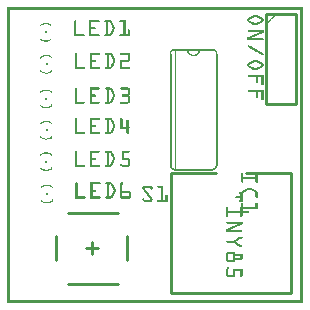
<source format=gto>
G04 MADE WITH FRITZING*
G04 WWW.FRITZING.ORG*
G04 DOUBLE SIDED*
G04 HOLES PLATED*
G04 CONTOUR ON CENTER OF CONTOUR VECTOR*
%ASAXBY*%
%FSLAX23Y23*%
%MOIN*%
%OFA0B0*%
%SFA1.0B1.0*%
%ADD10R,0.007874X0.007874*%
%ADD11C,0.010000*%
%ADD12C,0.006000*%
%ADD13C,0.002000*%
%ADD14R,0.001000X0.001000*%
%LNSILK1*%
G90*
G70*
G54D10*
X128Y901D03*
X130Y795D03*
X129Y679D03*
X130Y575D03*
X129Y470D03*
X131Y362D03*
G54D11*
X545Y434D02*
X545Y34D01*
D02*
X545Y34D02*
X945Y34D01*
D02*
X945Y34D02*
X945Y434D01*
D02*
X545Y434D02*
X695Y434D01*
D02*
X795Y434D02*
X945Y434D01*
D02*
X863Y964D02*
X863Y664D01*
D02*
X863Y664D02*
X963Y664D01*
D02*
X963Y664D02*
X963Y964D01*
D02*
X963Y964D02*
X863Y964D01*
G54D12*
D02*
X698Y459D02*
X698Y829D01*
D02*
X544Y829D02*
X544Y459D01*
D02*
X559Y444D02*
X683Y444D01*
D02*
X683Y844D02*
X641Y844D01*
D02*
X641Y844D02*
X601Y844D01*
D02*
X601Y844D02*
X559Y844D01*
G54D13*
D02*
X558Y844D02*
X558Y444D01*
G54D11*
D02*
X398Y221D02*
X398Y143D01*
D02*
X202Y300D02*
X369Y300D01*
D02*
X202Y64D02*
X369Y64D01*
D02*
X162Y221D02*
X162Y143D01*
D02*
X280Y202D02*
X280Y162D01*
D02*
X300Y182D02*
X261Y182D01*
G54D14*
X0Y984D02*
X983Y984D01*
X0Y983D02*
X983Y983D01*
X0Y982D02*
X983Y982D01*
X0Y981D02*
X983Y981D01*
X0Y980D02*
X983Y980D01*
X0Y979D02*
X983Y979D01*
X0Y978D02*
X983Y978D01*
X0Y977D02*
X983Y977D01*
X0Y976D02*
X7Y976D01*
X976Y976D02*
X983Y976D01*
X0Y975D02*
X7Y975D01*
X976Y975D02*
X983Y975D01*
X0Y974D02*
X7Y974D01*
X976Y974D02*
X983Y974D01*
X0Y973D02*
X7Y973D01*
X976Y973D02*
X983Y973D01*
X0Y972D02*
X7Y972D01*
X976Y972D02*
X983Y972D01*
X0Y971D02*
X7Y971D01*
X976Y971D02*
X983Y971D01*
X0Y970D02*
X7Y970D01*
X976Y970D02*
X983Y970D01*
X0Y969D02*
X7Y969D01*
X976Y969D02*
X983Y969D01*
X0Y968D02*
X7Y968D01*
X976Y968D02*
X983Y968D01*
X0Y967D02*
X7Y967D01*
X976Y967D02*
X983Y967D01*
X0Y966D02*
X7Y966D01*
X976Y966D02*
X983Y966D01*
X0Y965D02*
X7Y965D01*
X895Y965D02*
X896Y965D01*
X976Y965D02*
X983Y965D01*
X0Y964D02*
X7Y964D01*
X894Y964D02*
X897Y964D01*
X976Y964D02*
X983Y964D01*
X0Y963D02*
X7Y963D01*
X893Y963D02*
X898Y963D01*
X976Y963D02*
X983Y963D01*
X0Y962D02*
X7Y962D01*
X892Y962D02*
X898Y962D01*
X976Y962D02*
X983Y962D01*
X0Y961D02*
X7Y961D01*
X891Y961D02*
X897Y961D01*
X976Y961D02*
X983Y961D01*
X0Y960D02*
X7Y960D01*
X890Y960D02*
X896Y960D01*
X976Y960D02*
X983Y960D01*
X0Y959D02*
X7Y959D01*
X823Y959D02*
X830Y959D01*
X889Y959D02*
X895Y959D01*
X976Y959D02*
X983Y959D01*
X0Y958D02*
X7Y958D01*
X820Y958D02*
X833Y958D01*
X888Y958D02*
X894Y958D01*
X976Y958D02*
X983Y958D01*
X0Y957D02*
X7Y957D01*
X818Y957D02*
X835Y957D01*
X887Y957D02*
X893Y957D01*
X976Y957D02*
X983Y957D01*
X0Y956D02*
X7Y956D01*
X816Y956D02*
X837Y956D01*
X886Y956D02*
X892Y956D01*
X976Y956D02*
X983Y956D01*
X0Y955D02*
X7Y955D01*
X814Y955D02*
X839Y955D01*
X885Y955D02*
X891Y955D01*
X976Y955D02*
X983Y955D01*
X0Y954D02*
X7Y954D01*
X812Y954D02*
X841Y954D01*
X884Y954D02*
X890Y954D01*
X976Y954D02*
X983Y954D01*
X0Y953D02*
X7Y953D01*
X810Y953D02*
X843Y953D01*
X883Y953D02*
X889Y953D01*
X976Y953D02*
X983Y953D01*
X0Y952D02*
X7Y952D01*
X808Y952D02*
X823Y952D01*
X830Y952D02*
X845Y952D01*
X882Y952D02*
X888Y952D01*
X976Y952D02*
X983Y952D01*
X0Y951D02*
X7Y951D01*
X806Y951D02*
X821Y951D01*
X832Y951D02*
X847Y951D01*
X881Y951D02*
X887Y951D01*
X976Y951D02*
X983Y951D01*
X0Y950D02*
X7Y950D01*
X804Y950D02*
X819Y950D01*
X834Y950D02*
X849Y950D01*
X880Y950D02*
X886Y950D01*
X976Y950D02*
X983Y950D01*
X0Y949D02*
X7Y949D01*
X803Y949D02*
X817Y949D01*
X836Y949D02*
X850Y949D01*
X879Y949D02*
X885Y949D01*
X976Y949D02*
X983Y949D01*
X0Y948D02*
X7Y948D01*
X802Y948D02*
X815Y948D01*
X838Y948D02*
X851Y948D01*
X878Y948D02*
X884Y948D01*
X976Y948D02*
X983Y948D01*
X0Y947D02*
X7Y947D01*
X801Y947D02*
X813Y947D01*
X840Y947D02*
X852Y947D01*
X877Y947D02*
X882Y947D01*
X976Y947D02*
X983Y947D01*
X0Y946D02*
X7Y946D01*
X801Y946D02*
X811Y946D01*
X842Y946D02*
X852Y946D01*
X876Y946D02*
X881Y946D01*
X976Y946D02*
X983Y946D01*
X0Y945D02*
X7Y945D01*
X800Y945D02*
X809Y945D01*
X844Y945D02*
X853Y945D01*
X875Y945D02*
X880Y945D01*
X976Y945D02*
X983Y945D01*
X0Y944D02*
X7Y944D01*
X800Y944D02*
X807Y944D01*
X846Y944D02*
X853Y944D01*
X874Y944D02*
X879Y944D01*
X976Y944D02*
X983Y944D01*
X0Y943D02*
X7Y943D01*
X800Y943D02*
X806Y943D01*
X847Y943D02*
X853Y943D01*
X873Y943D02*
X878Y943D01*
X976Y943D02*
X983Y943D01*
X0Y942D02*
X7Y942D01*
X225Y942D02*
X228Y942D01*
X273Y942D02*
X305Y942D01*
X325Y942D02*
X342Y942D01*
X375Y942D02*
X393Y942D01*
X800Y942D02*
X806Y942D01*
X847Y942D02*
X853Y942D01*
X872Y942D02*
X878Y942D01*
X976Y942D02*
X983Y942D01*
X0Y941D02*
X7Y941D01*
X224Y941D02*
X229Y941D01*
X273Y941D02*
X306Y941D01*
X324Y941D02*
X344Y941D01*
X374Y941D02*
X393Y941D01*
X800Y941D02*
X806Y941D01*
X847Y941D02*
X853Y941D01*
X871Y941D02*
X877Y941D01*
X976Y941D02*
X983Y941D01*
X0Y940D02*
X7Y940D01*
X223Y940D02*
X229Y940D01*
X273Y940D02*
X307Y940D01*
X323Y940D02*
X345Y940D01*
X373Y940D02*
X393Y940D01*
X800Y940D02*
X808Y940D01*
X845Y940D02*
X853Y940D01*
X870Y940D02*
X876Y940D01*
X976Y940D02*
X983Y940D01*
X0Y939D02*
X7Y939D01*
X223Y939D02*
X229Y939D01*
X273Y939D02*
X307Y939D01*
X323Y939D02*
X346Y939D01*
X373Y939D02*
X393Y939D01*
X801Y939D02*
X810Y939D01*
X843Y939D02*
X852Y939D01*
X869Y939D02*
X875Y939D01*
X976Y939D02*
X983Y939D01*
X0Y938D02*
X7Y938D01*
X223Y938D02*
X229Y938D01*
X273Y938D02*
X307Y938D01*
X323Y938D02*
X347Y938D01*
X373Y938D02*
X393Y938D01*
X801Y938D02*
X812Y938D01*
X841Y938D02*
X852Y938D01*
X868Y938D02*
X874Y938D01*
X976Y938D02*
X983Y938D01*
X0Y937D02*
X7Y937D01*
X223Y937D02*
X229Y937D01*
X273Y937D02*
X306Y937D01*
X324Y937D02*
X348Y937D01*
X374Y937D02*
X393Y937D01*
X802Y937D02*
X814Y937D01*
X839Y937D02*
X851Y937D01*
X867Y937D02*
X873Y937D01*
X976Y937D02*
X983Y937D01*
X0Y936D02*
X7Y936D01*
X223Y936D02*
X229Y936D01*
X273Y936D02*
X305Y936D01*
X325Y936D02*
X348Y936D01*
X375Y936D02*
X393Y936D01*
X802Y936D02*
X816Y936D01*
X837Y936D02*
X851Y936D01*
X866Y936D02*
X872Y936D01*
X976Y936D02*
X983Y936D01*
X0Y935D02*
X7Y935D01*
X223Y935D02*
X229Y935D01*
X273Y935D02*
X279Y935D01*
X330Y935D02*
X336Y935D01*
X341Y935D02*
X349Y935D01*
X387Y935D02*
X393Y935D01*
X804Y935D02*
X818Y935D01*
X835Y935D02*
X849Y935D01*
X865Y935D02*
X871Y935D01*
X976Y935D02*
X983Y935D01*
X0Y934D02*
X7Y934D01*
X223Y934D02*
X229Y934D01*
X273Y934D02*
X279Y934D01*
X330Y934D02*
X336Y934D01*
X342Y934D02*
X349Y934D01*
X387Y934D02*
X393Y934D01*
X805Y934D02*
X820Y934D01*
X833Y934D02*
X848Y934D01*
X864Y934D02*
X870Y934D01*
X976Y934D02*
X983Y934D01*
X0Y933D02*
X7Y933D01*
X223Y933D02*
X229Y933D01*
X273Y933D02*
X279Y933D01*
X330Y933D02*
X336Y933D01*
X343Y933D02*
X350Y933D01*
X387Y933D02*
X393Y933D01*
X807Y933D02*
X822Y933D01*
X831Y933D02*
X846Y933D01*
X863Y933D02*
X869Y933D01*
X976Y933D02*
X983Y933D01*
X0Y932D02*
X7Y932D01*
X122Y932D02*
X133Y932D01*
X223Y932D02*
X229Y932D01*
X273Y932D02*
X279Y932D01*
X330Y932D02*
X336Y932D01*
X343Y932D02*
X350Y932D01*
X387Y932D02*
X393Y932D01*
X809Y932D02*
X825Y932D01*
X828Y932D02*
X844Y932D01*
X862Y932D02*
X868Y932D01*
X976Y932D02*
X983Y932D01*
X0Y931D02*
X7Y931D01*
X118Y931D02*
X137Y931D01*
X223Y931D02*
X229Y931D01*
X273Y931D02*
X279Y931D01*
X330Y931D02*
X336Y931D01*
X344Y931D02*
X351Y931D01*
X387Y931D02*
X393Y931D01*
X811Y931D02*
X842Y931D01*
X861Y931D02*
X867Y931D01*
X976Y931D02*
X983Y931D01*
X0Y930D02*
X7Y930D01*
X116Y930D02*
X139Y930D01*
X223Y930D02*
X229Y930D01*
X273Y930D02*
X279Y930D01*
X330Y930D02*
X336Y930D01*
X344Y930D02*
X351Y930D01*
X387Y930D02*
X393Y930D01*
X813Y930D02*
X840Y930D01*
X862Y930D02*
X866Y930D01*
X976Y930D02*
X983Y930D01*
X0Y929D02*
X7Y929D01*
X113Y929D02*
X141Y929D01*
X223Y929D02*
X229Y929D01*
X273Y929D02*
X279Y929D01*
X330Y929D02*
X336Y929D01*
X345Y929D02*
X352Y929D01*
X387Y929D02*
X393Y929D01*
X815Y929D02*
X838Y929D01*
X863Y929D02*
X865Y929D01*
X976Y929D02*
X983Y929D01*
X0Y928D02*
X7Y928D01*
X112Y928D02*
X121Y928D01*
X134Y928D02*
X143Y928D01*
X223Y928D02*
X229Y928D01*
X273Y928D02*
X279Y928D01*
X330Y928D02*
X336Y928D01*
X345Y928D02*
X352Y928D01*
X387Y928D02*
X393Y928D01*
X817Y928D02*
X836Y928D01*
X864Y928D02*
X864Y928D01*
X976Y928D02*
X983Y928D01*
X0Y927D02*
X7Y927D01*
X110Y927D02*
X118Y927D01*
X137Y927D02*
X145Y927D01*
X223Y927D02*
X229Y927D01*
X273Y927D02*
X279Y927D01*
X330Y927D02*
X336Y927D01*
X346Y927D02*
X353Y927D01*
X387Y927D02*
X393Y927D01*
X819Y927D02*
X834Y927D01*
X976Y927D02*
X983Y927D01*
X0Y926D02*
X7Y926D01*
X109Y926D02*
X115Y926D01*
X140Y926D02*
X146Y926D01*
X223Y926D02*
X229Y926D01*
X273Y926D02*
X279Y926D01*
X330Y926D02*
X336Y926D01*
X346Y926D02*
X353Y926D01*
X387Y926D02*
X393Y926D01*
X822Y926D02*
X831Y926D01*
X976Y926D02*
X983Y926D01*
X0Y925D02*
X7Y925D01*
X108Y925D02*
X113Y925D01*
X142Y925D02*
X146Y925D01*
X223Y925D02*
X229Y925D01*
X273Y925D02*
X279Y925D01*
X330Y925D02*
X336Y925D01*
X347Y925D02*
X354Y925D01*
X387Y925D02*
X393Y925D01*
X825Y925D02*
X828Y925D01*
X976Y925D02*
X983Y925D01*
X0Y924D02*
X7Y924D01*
X108Y924D02*
X112Y924D01*
X143Y924D02*
X146Y924D01*
X223Y924D02*
X229Y924D01*
X273Y924D02*
X279Y924D01*
X330Y924D02*
X336Y924D01*
X348Y924D02*
X354Y924D01*
X387Y924D02*
X393Y924D01*
X976Y924D02*
X983Y924D01*
X0Y923D02*
X7Y923D01*
X108Y923D02*
X110Y923D01*
X144Y923D02*
X146Y923D01*
X223Y923D02*
X229Y923D01*
X273Y923D02*
X279Y923D01*
X330Y923D02*
X336Y923D01*
X348Y923D02*
X355Y923D01*
X387Y923D02*
X393Y923D01*
X976Y923D02*
X983Y923D01*
X0Y922D02*
X7Y922D01*
X108Y922D02*
X109Y922D01*
X146Y922D02*
X146Y922D01*
X223Y922D02*
X229Y922D01*
X273Y922D02*
X279Y922D01*
X330Y922D02*
X336Y922D01*
X349Y922D02*
X355Y922D01*
X387Y922D02*
X393Y922D01*
X976Y922D02*
X983Y922D01*
X0Y921D02*
X7Y921D01*
X108Y921D02*
X108Y921D01*
X223Y921D02*
X229Y921D01*
X273Y921D02*
X279Y921D01*
X330Y921D02*
X336Y921D01*
X349Y921D02*
X356Y921D01*
X387Y921D02*
X393Y921D01*
X976Y921D02*
X983Y921D01*
X0Y920D02*
X7Y920D01*
X223Y920D02*
X229Y920D01*
X273Y920D02*
X279Y920D01*
X330Y920D02*
X336Y920D01*
X350Y920D02*
X356Y920D01*
X387Y920D02*
X393Y920D01*
X976Y920D02*
X983Y920D01*
X0Y919D02*
X7Y919D01*
X223Y919D02*
X229Y919D01*
X273Y919D02*
X290Y919D01*
X330Y919D02*
X336Y919D01*
X350Y919D02*
X356Y919D01*
X387Y919D02*
X393Y919D01*
X976Y919D02*
X983Y919D01*
X0Y918D02*
X7Y918D01*
X223Y918D02*
X229Y918D01*
X273Y918D02*
X292Y918D01*
X330Y918D02*
X336Y918D01*
X350Y918D02*
X357Y918D01*
X387Y918D02*
X393Y918D01*
X976Y918D02*
X983Y918D01*
X0Y917D02*
X7Y917D01*
X223Y917D02*
X229Y917D01*
X273Y917D02*
X293Y917D01*
X330Y917D02*
X336Y917D01*
X351Y917D02*
X357Y917D01*
X387Y917D02*
X393Y917D01*
X976Y917D02*
X983Y917D01*
X0Y916D02*
X7Y916D01*
X223Y916D02*
X229Y916D01*
X273Y916D02*
X293Y916D01*
X330Y916D02*
X336Y916D01*
X351Y916D02*
X357Y916D01*
X387Y916D02*
X393Y916D01*
X976Y916D02*
X983Y916D01*
X0Y915D02*
X7Y915D01*
X223Y915D02*
X229Y915D01*
X273Y915D02*
X293Y915D01*
X330Y915D02*
X336Y915D01*
X351Y915D02*
X357Y915D01*
X387Y915D02*
X393Y915D01*
X976Y915D02*
X983Y915D01*
X0Y914D02*
X7Y914D01*
X223Y914D02*
X229Y914D01*
X273Y914D02*
X293Y914D01*
X330Y914D02*
X336Y914D01*
X351Y914D02*
X357Y914D01*
X387Y914D02*
X393Y914D01*
X976Y914D02*
X983Y914D01*
X0Y913D02*
X7Y913D01*
X223Y913D02*
X229Y913D01*
X273Y913D02*
X292Y913D01*
X330Y913D02*
X336Y913D01*
X350Y913D02*
X357Y913D01*
X387Y913D02*
X393Y913D01*
X404Y913D02*
X404Y913D01*
X976Y913D02*
X983Y913D01*
X0Y912D02*
X7Y912D01*
X223Y912D02*
X229Y912D01*
X273Y912D02*
X280Y912D01*
X330Y912D02*
X336Y912D01*
X350Y912D02*
X356Y912D01*
X387Y912D02*
X393Y912D01*
X402Y912D02*
X406Y912D01*
X976Y912D02*
X983Y912D01*
X0Y911D02*
X7Y911D01*
X223Y911D02*
X229Y911D01*
X273Y911D02*
X279Y911D01*
X330Y911D02*
X336Y911D01*
X350Y911D02*
X356Y911D01*
X387Y911D02*
X393Y911D01*
X401Y911D02*
X406Y911D01*
X976Y911D02*
X983Y911D01*
X0Y910D02*
X7Y910D01*
X223Y910D02*
X229Y910D01*
X273Y910D02*
X279Y910D01*
X330Y910D02*
X336Y910D01*
X349Y910D02*
X356Y910D01*
X387Y910D02*
X393Y910D01*
X401Y910D02*
X407Y910D01*
X976Y910D02*
X983Y910D01*
X0Y909D02*
X7Y909D01*
X223Y909D02*
X229Y909D01*
X273Y909D02*
X279Y909D01*
X330Y909D02*
X336Y909D01*
X349Y909D02*
X355Y909D01*
X387Y909D02*
X393Y909D01*
X401Y909D02*
X407Y909D01*
X802Y909D02*
X853Y909D01*
X976Y909D02*
X983Y909D01*
X0Y908D02*
X7Y908D01*
X223Y908D02*
X229Y908D01*
X273Y908D02*
X279Y908D01*
X330Y908D02*
X336Y908D01*
X348Y908D02*
X355Y908D01*
X387Y908D02*
X393Y908D01*
X401Y908D02*
X407Y908D01*
X801Y908D02*
X853Y908D01*
X976Y908D02*
X983Y908D01*
X0Y907D02*
X7Y907D01*
X223Y907D02*
X229Y907D01*
X273Y907D02*
X279Y907D01*
X330Y907D02*
X336Y907D01*
X348Y907D02*
X354Y907D01*
X387Y907D02*
X393Y907D01*
X401Y907D02*
X407Y907D01*
X800Y907D02*
X853Y907D01*
X976Y907D02*
X983Y907D01*
X0Y906D02*
X7Y906D01*
X223Y906D02*
X229Y906D01*
X273Y906D02*
X279Y906D01*
X330Y906D02*
X336Y906D01*
X347Y906D02*
X354Y906D01*
X387Y906D02*
X393Y906D01*
X401Y906D02*
X407Y906D01*
X800Y906D02*
X853Y906D01*
X976Y906D02*
X983Y906D01*
X0Y905D02*
X7Y905D01*
X223Y905D02*
X229Y905D01*
X273Y905D02*
X279Y905D01*
X330Y905D02*
X336Y905D01*
X346Y905D02*
X353Y905D01*
X387Y905D02*
X393Y905D01*
X401Y905D02*
X407Y905D01*
X800Y905D02*
X853Y905D01*
X976Y905D02*
X983Y905D01*
X0Y904D02*
X7Y904D01*
X223Y904D02*
X229Y904D01*
X273Y904D02*
X279Y904D01*
X330Y904D02*
X336Y904D01*
X346Y904D02*
X353Y904D01*
X387Y904D02*
X393Y904D01*
X401Y904D02*
X407Y904D01*
X801Y904D02*
X853Y904D01*
X976Y904D02*
X983Y904D01*
X0Y903D02*
X7Y903D01*
X223Y903D02*
X229Y903D01*
X273Y903D02*
X279Y903D01*
X330Y903D02*
X336Y903D01*
X345Y903D02*
X352Y903D01*
X387Y903D02*
X393Y903D01*
X401Y903D02*
X407Y903D01*
X802Y903D02*
X853Y903D01*
X976Y903D02*
X983Y903D01*
X0Y902D02*
X7Y902D01*
X223Y902D02*
X229Y902D01*
X273Y902D02*
X279Y902D01*
X330Y902D02*
X336Y902D01*
X345Y902D02*
X352Y902D01*
X387Y902D02*
X393Y902D01*
X401Y902D02*
X407Y902D01*
X840Y902D02*
X853Y902D01*
X976Y902D02*
X983Y902D01*
X0Y901D02*
X7Y901D01*
X223Y901D02*
X229Y901D01*
X273Y901D02*
X279Y901D01*
X330Y901D02*
X336Y901D01*
X344Y901D02*
X351Y901D01*
X387Y901D02*
X393Y901D01*
X401Y901D02*
X407Y901D01*
X838Y901D02*
X853Y901D01*
X976Y901D02*
X983Y901D01*
X0Y900D02*
X7Y900D01*
X223Y900D02*
X229Y900D01*
X273Y900D02*
X279Y900D01*
X330Y900D02*
X336Y900D01*
X344Y900D02*
X351Y900D01*
X387Y900D02*
X393Y900D01*
X401Y900D02*
X407Y900D01*
X836Y900D02*
X852Y900D01*
X976Y900D02*
X983Y900D01*
X0Y899D02*
X7Y899D01*
X223Y899D02*
X229Y899D01*
X273Y899D02*
X279Y899D01*
X330Y899D02*
X336Y899D01*
X343Y899D02*
X350Y899D01*
X387Y899D02*
X393Y899D01*
X401Y899D02*
X407Y899D01*
X834Y899D02*
X850Y899D01*
X976Y899D02*
X983Y899D01*
X0Y898D02*
X7Y898D01*
X223Y898D02*
X229Y898D01*
X273Y898D02*
X279Y898D01*
X330Y898D02*
X336Y898D01*
X343Y898D02*
X350Y898D01*
X387Y898D02*
X393Y898D01*
X401Y898D02*
X407Y898D01*
X831Y898D02*
X848Y898D01*
X976Y898D02*
X983Y898D01*
X0Y897D02*
X7Y897D01*
X223Y897D02*
X229Y897D01*
X273Y897D02*
X279Y897D01*
X330Y897D02*
X336Y897D01*
X342Y897D02*
X349Y897D01*
X387Y897D02*
X393Y897D01*
X401Y897D02*
X407Y897D01*
X829Y897D02*
X846Y897D01*
X976Y897D02*
X983Y897D01*
X0Y896D02*
X7Y896D01*
X223Y896D02*
X229Y896D01*
X273Y896D02*
X279Y896D01*
X330Y896D02*
X336Y896D01*
X341Y896D02*
X349Y896D01*
X387Y896D02*
X393Y896D01*
X401Y896D02*
X407Y896D01*
X827Y896D02*
X843Y896D01*
X976Y896D02*
X983Y896D01*
X0Y895D02*
X7Y895D01*
X223Y895D02*
X255Y895D01*
X273Y895D02*
X305Y895D01*
X325Y895D02*
X348Y895D01*
X375Y895D02*
X407Y895D01*
X824Y895D02*
X841Y895D01*
X976Y895D02*
X983Y895D01*
X0Y894D02*
X7Y894D01*
X223Y894D02*
X256Y894D01*
X273Y894D02*
X306Y894D01*
X324Y894D02*
X348Y894D01*
X374Y894D02*
X407Y894D01*
X822Y894D02*
X839Y894D01*
X976Y894D02*
X983Y894D01*
X0Y893D02*
X7Y893D01*
X223Y893D02*
X257Y893D01*
X273Y893D02*
X307Y893D01*
X323Y893D02*
X347Y893D01*
X373Y893D02*
X407Y893D01*
X820Y893D02*
X836Y893D01*
X976Y893D02*
X983Y893D01*
X0Y892D02*
X7Y892D01*
X223Y892D02*
X257Y892D01*
X273Y892D02*
X307Y892D01*
X323Y892D02*
X347Y892D01*
X373Y892D02*
X407Y892D01*
X818Y892D02*
X834Y892D01*
X976Y892D02*
X983Y892D01*
X0Y891D02*
X7Y891D01*
X223Y891D02*
X257Y891D01*
X273Y891D02*
X307Y891D01*
X323Y891D02*
X345Y891D01*
X373Y891D02*
X407Y891D01*
X815Y891D02*
X832Y891D01*
X976Y891D02*
X983Y891D01*
X0Y890D02*
X7Y890D01*
X223Y890D02*
X256Y890D01*
X273Y890D02*
X306Y890D01*
X324Y890D02*
X344Y890D01*
X374Y890D02*
X406Y890D01*
X813Y890D02*
X830Y890D01*
X976Y890D02*
X983Y890D01*
X0Y889D02*
X7Y889D01*
X223Y889D02*
X255Y889D01*
X273Y889D02*
X305Y889D01*
X325Y889D02*
X342Y889D01*
X375Y889D02*
X405Y889D01*
X811Y889D02*
X827Y889D01*
X976Y889D02*
X983Y889D01*
X0Y888D02*
X7Y888D01*
X809Y888D02*
X825Y888D01*
X976Y888D02*
X983Y888D01*
X0Y887D02*
X7Y887D01*
X806Y887D02*
X823Y887D01*
X976Y887D02*
X983Y887D01*
X0Y886D02*
X7Y886D01*
X804Y886D02*
X821Y886D01*
X976Y886D02*
X983Y886D01*
X0Y885D02*
X7Y885D01*
X802Y885D02*
X818Y885D01*
X976Y885D02*
X983Y885D01*
X0Y884D02*
X7Y884D01*
X800Y884D02*
X816Y884D01*
X976Y884D02*
X983Y884D01*
X0Y883D02*
X7Y883D01*
X146Y883D02*
X146Y883D01*
X800Y883D02*
X814Y883D01*
X976Y883D02*
X983Y883D01*
X0Y882D02*
X7Y882D01*
X108Y882D02*
X108Y882D01*
X146Y882D02*
X146Y882D01*
X800Y882D02*
X813Y882D01*
X976Y882D02*
X983Y882D01*
X0Y881D02*
X7Y881D01*
X108Y881D02*
X109Y881D01*
X146Y881D02*
X146Y881D01*
X800Y881D02*
X852Y881D01*
X976Y881D02*
X983Y881D01*
X0Y880D02*
X7Y880D01*
X108Y880D02*
X110Y880D01*
X145Y880D02*
X146Y880D01*
X800Y880D02*
X853Y880D01*
X976Y880D02*
X983Y880D01*
X0Y879D02*
X7Y879D01*
X108Y879D02*
X111Y879D01*
X144Y879D02*
X146Y879D01*
X800Y879D02*
X853Y879D01*
X976Y879D02*
X983Y879D01*
X0Y878D02*
X7Y878D01*
X108Y878D02*
X113Y878D01*
X142Y878D02*
X146Y878D01*
X800Y878D02*
X853Y878D01*
X976Y878D02*
X983Y878D01*
X0Y877D02*
X7Y877D01*
X108Y877D02*
X115Y877D01*
X140Y877D02*
X146Y877D01*
X800Y877D02*
X853Y877D01*
X976Y877D02*
X983Y877D01*
X0Y876D02*
X7Y876D01*
X110Y876D02*
X117Y876D01*
X138Y876D02*
X146Y876D01*
X800Y876D02*
X852Y876D01*
X976Y876D02*
X983Y876D01*
X0Y875D02*
X7Y875D01*
X111Y875D02*
X120Y875D01*
X135Y875D02*
X144Y875D01*
X146Y875D02*
X146Y875D01*
X800Y875D02*
X850Y875D01*
X976Y875D02*
X983Y875D01*
X0Y874D02*
X7Y874D01*
X113Y874D02*
X142Y874D01*
X146Y874D02*
X146Y874D01*
X976Y874D02*
X983Y874D01*
X0Y873D02*
X7Y873D01*
X115Y873D02*
X140Y873D01*
X976Y873D02*
X983Y873D01*
X0Y872D02*
X7Y872D01*
X117Y872D02*
X137Y872D01*
X976Y872D02*
X983Y872D01*
X0Y871D02*
X7Y871D01*
X121Y871D02*
X134Y871D01*
X976Y871D02*
X983Y871D01*
X0Y870D02*
X7Y870D01*
X976Y870D02*
X983Y870D01*
X0Y869D02*
X7Y869D01*
X976Y869D02*
X983Y869D01*
X0Y868D02*
X7Y868D01*
X976Y868D02*
X983Y868D01*
X0Y867D02*
X7Y867D01*
X976Y867D02*
X983Y867D01*
X0Y866D02*
X7Y866D01*
X976Y866D02*
X983Y866D01*
X0Y865D02*
X7Y865D01*
X976Y865D02*
X983Y865D01*
X0Y864D02*
X7Y864D01*
X976Y864D02*
X983Y864D01*
X0Y863D02*
X7Y863D01*
X976Y863D02*
X983Y863D01*
X0Y862D02*
X7Y862D01*
X976Y862D02*
X983Y862D01*
X0Y861D02*
X7Y861D01*
X976Y861D02*
X983Y861D01*
X0Y860D02*
X7Y860D01*
X976Y860D02*
X983Y860D01*
X0Y859D02*
X7Y859D01*
X802Y859D02*
X804Y859D01*
X976Y859D02*
X983Y859D01*
X0Y858D02*
X7Y858D01*
X801Y858D02*
X806Y858D01*
X976Y858D02*
X983Y858D01*
X0Y857D02*
X7Y857D01*
X800Y857D02*
X808Y857D01*
X976Y857D02*
X983Y857D01*
X0Y856D02*
X7Y856D01*
X800Y856D02*
X809Y856D01*
X976Y856D02*
X983Y856D01*
X0Y855D02*
X7Y855D01*
X800Y855D02*
X811Y855D01*
X976Y855D02*
X983Y855D01*
X0Y854D02*
X7Y854D01*
X801Y854D02*
X813Y854D01*
X976Y854D02*
X983Y854D01*
X0Y853D02*
X7Y853D01*
X802Y853D02*
X815Y853D01*
X976Y853D02*
X983Y853D01*
X0Y852D02*
X7Y852D01*
X803Y852D02*
X816Y852D01*
X976Y852D02*
X983Y852D01*
X0Y851D02*
X7Y851D01*
X805Y851D02*
X818Y851D01*
X976Y851D02*
X983Y851D01*
X0Y850D02*
X7Y850D01*
X807Y850D02*
X820Y850D01*
X976Y850D02*
X983Y850D01*
X0Y849D02*
X7Y849D01*
X808Y849D02*
X821Y849D01*
X976Y849D02*
X983Y849D01*
X0Y848D02*
X7Y848D01*
X810Y848D02*
X823Y848D01*
X976Y848D02*
X983Y848D01*
X0Y847D02*
X7Y847D01*
X555Y847D02*
X558Y847D01*
X683Y847D02*
X685Y847D01*
X812Y847D02*
X825Y847D01*
X976Y847D02*
X983Y847D01*
X0Y846D02*
X7Y846D01*
X552Y846D02*
X558Y846D01*
X683Y846D02*
X688Y846D01*
X814Y846D02*
X827Y846D01*
X976Y846D02*
X983Y846D01*
X0Y845D02*
X7Y845D01*
X550Y845D02*
X558Y845D01*
X683Y845D02*
X690Y845D01*
X815Y845D02*
X828Y845D01*
X976Y845D02*
X983Y845D01*
X0Y844D02*
X7Y844D01*
X548Y844D02*
X558Y844D01*
X598Y844D02*
X603Y844D01*
X638Y844D02*
X643Y844D01*
X683Y844D02*
X692Y844D01*
X817Y844D02*
X830Y844D01*
X976Y844D02*
X983Y844D01*
X0Y843D02*
X7Y843D01*
X547Y843D02*
X558Y843D01*
X598Y843D02*
X603Y843D01*
X637Y843D02*
X642Y843D01*
X683Y843D02*
X693Y843D01*
X819Y843D02*
X832Y843D01*
X976Y843D02*
X983Y843D01*
X0Y842D02*
X7Y842D01*
X546Y842D02*
X558Y842D01*
X598Y842D02*
X603Y842D01*
X637Y842D02*
X642Y842D01*
X683Y842D02*
X694Y842D01*
X820Y842D02*
X833Y842D01*
X976Y842D02*
X983Y842D01*
X0Y841D02*
X7Y841D01*
X545Y841D02*
X554Y841D01*
X598Y841D02*
X603Y841D01*
X637Y841D02*
X642Y841D01*
X686Y841D02*
X695Y841D01*
X822Y841D02*
X835Y841D01*
X976Y841D02*
X983Y841D01*
X0Y840D02*
X7Y840D01*
X544Y840D02*
X552Y840D01*
X598Y840D02*
X603Y840D01*
X637Y840D02*
X642Y840D01*
X689Y840D02*
X696Y840D01*
X824Y840D02*
X837Y840D01*
X976Y840D02*
X983Y840D01*
X0Y839D02*
X7Y839D01*
X544Y839D02*
X550Y839D01*
X598Y839D02*
X603Y839D01*
X637Y839D02*
X642Y839D01*
X690Y839D02*
X697Y839D01*
X826Y839D02*
X839Y839D01*
X976Y839D02*
X983Y839D01*
X0Y838D02*
X7Y838D01*
X543Y838D02*
X549Y838D01*
X599Y838D02*
X604Y838D01*
X636Y838D02*
X641Y838D01*
X691Y838D02*
X697Y838D01*
X827Y838D02*
X840Y838D01*
X976Y838D02*
X983Y838D01*
X0Y837D02*
X7Y837D01*
X542Y837D02*
X548Y837D01*
X599Y837D02*
X604Y837D01*
X636Y837D02*
X641Y837D01*
X692Y837D02*
X698Y837D01*
X829Y837D02*
X842Y837D01*
X976Y837D02*
X983Y837D01*
X0Y836D02*
X7Y836D01*
X542Y836D02*
X547Y836D01*
X599Y836D02*
X605Y836D01*
X635Y836D02*
X641Y836D01*
X693Y836D02*
X698Y836D01*
X831Y836D02*
X844Y836D01*
X976Y836D02*
X983Y836D01*
X0Y835D02*
X7Y835D01*
X542Y835D02*
X547Y835D01*
X600Y835D02*
X605Y835D01*
X635Y835D02*
X640Y835D01*
X693Y835D02*
X699Y835D01*
X832Y835D02*
X845Y835D01*
X976Y835D02*
X983Y835D01*
X0Y834D02*
X7Y834D01*
X541Y834D02*
X546Y834D01*
X600Y834D02*
X606Y834D01*
X634Y834D02*
X640Y834D01*
X694Y834D02*
X699Y834D01*
X834Y834D02*
X847Y834D01*
X976Y834D02*
X983Y834D01*
X0Y833D02*
X7Y833D01*
X227Y833D02*
X230Y833D01*
X275Y833D02*
X307Y833D01*
X327Y833D02*
X344Y833D01*
X377Y833D02*
X405Y833D01*
X541Y833D02*
X546Y833D01*
X601Y833D02*
X607Y833D01*
X633Y833D02*
X639Y833D01*
X694Y833D02*
X699Y833D01*
X836Y833D02*
X849Y833D01*
X976Y833D02*
X983Y833D01*
X0Y832D02*
X7Y832D01*
X226Y832D02*
X231Y832D01*
X275Y832D02*
X308Y832D01*
X326Y832D02*
X346Y832D01*
X376Y832D02*
X406Y832D01*
X541Y832D02*
X546Y832D01*
X602Y832D02*
X608Y832D01*
X632Y832D02*
X639Y832D01*
X694Y832D02*
X699Y832D01*
X838Y832D02*
X851Y832D01*
X976Y832D02*
X983Y832D01*
X0Y831D02*
X7Y831D01*
X225Y831D02*
X231Y831D01*
X275Y831D02*
X309Y831D01*
X325Y831D02*
X347Y831D01*
X375Y831D02*
X407Y831D01*
X541Y831D02*
X546Y831D01*
X602Y831D02*
X609Y831D01*
X631Y831D02*
X638Y831D01*
X694Y831D02*
X699Y831D01*
X839Y831D02*
X852Y831D01*
X976Y831D02*
X983Y831D01*
X0Y830D02*
X7Y830D01*
X225Y830D02*
X231Y830D01*
X275Y830D02*
X309Y830D01*
X325Y830D02*
X348Y830D01*
X375Y830D02*
X408Y830D01*
X541Y830D02*
X546Y830D01*
X603Y830D02*
X610Y830D01*
X630Y830D02*
X637Y830D01*
X695Y830D02*
X700Y830D01*
X841Y830D02*
X853Y830D01*
X976Y830D02*
X983Y830D01*
X0Y829D02*
X7Y829D01*
X225Y829D02*
X231Y829D01*
X275Y829D02*
X308Y829D01*
X325Y829D02*
X349Y829D01*
X375Y829D02*
X408Y829D01*
X604Y829D02*
X612Y829D01*
X628Y829D02*
X636Y829D01*
X843Y829D02*
X853Y829D01*
X976Y829D02*
X983Y829D01*
X0Y828D02*
X7Y828D01*
X225Y828D02*
X231Y828D01*
X275Y828D02*
X308Y828D01*
X326Y828D02*
X350Y828D01*
X376Y828D02*
X409Y828D01*
X605Y828D02*
X615Y828D01*
X625Y828D02*
X635Y828D01*
X844Y828D02*
X853Y828D01*
X976Y828D02*
X983Y828D01*
X0Y827D02*
X7Y827D01*
X225Y827D02*
X231Y827D01*
X275Y827D02*
X307Y827D01*
X327Y827D02*
X350Y827D01*
X377Y827D02*
X409Y827D01*
X606Y827D02*
X634Y827D01*
X846Y827D02*
X853Y827D01*
X976Y827D02*
X983Y827D01*
X0Y826D02*
X7Y826D01*
X127Y826D02*
X132Y826D01*
X225Y826D02*
X231Y826D01*
X275Y826D02*
X281Y826D01*
X332Y826D02*
X338Y826D01*
X344Y826D02*
X351Y826D01*
X403Y826D02*
X409Y826D01*
X607Y826D02*
X633Y826D01*
X848Y826D02*
X852Y826D01*
X976Y826D02*
X983Y826D01*
X0Y825D02*
X7Y825D01*
X122Y825D02*
X137Y825D01*
X225Y825D02*
X231Y825D01*
X275Y825D02*
X281Y825D01*
X332Y825D02*
X338Y825D01*
X344Y825D02*
X351Y825D01*
X403Y825D02*
X409Y825D01*
X609Y825D02*
X631Y825D01*
X850Y825D02*
X850Y825D01*
X976Y825D02*
X983Y825D01*
X0Y824D02*
X7Y824D01*
X119Y824D02*
X140Y824D01*
X225Y824D02*
X231Y824D01*
X275Y824D02*
X281Y824D01*
X332Y824D02*
X338Y824D01*
X345Y824D02*
X352Y824D01*
X403Y824D02*
X409Y824D01*
X611Y824D02*
X630Y824D01*
X976Y824D02*
X983Y824D01*
X0Y823D02*
X7Y823D01*
X116Y823D02*
X142Y823D01*
X225Y823D02*
X231Y823D01*
X275Y823D02*
X281Y823D01*
X332Y823D02*
X338Y823D01*
X345Y823D02*
X352Y823D01*
X403Y823D02*
X409Y823D01*
X613Y823D02*
X627Y823D01*
X976Y823D02*
X983Y823D01*
X0Y822D02*
X7Y822D01*
X114Y822D02*
X126Y822D01*
X133Y822D02*
X144Y822D01*
X225Y822D02*
X231Y822D01*
X275Y822D02*
X281Y822D01*
X332Y822D02*
X338Y822D01*
X346Y822D02*
X353Y822D01*
X403Y822D02*
X409Y822D01*
X616Y822D02*
X624Y822D01*
X976Y822D02*
X983Y822D01*
X0Y821D02*
X7Y821D01*
X113Y821D02*
X121Y821D01*
X138Y821D02*
X146Y821D01*
X225Y821D02*
X231Y821D01*
X275Y821D02*
X281Y821D01*
X332Y821D02*
X338Y821D01*
X347Y821D02*
X353Y821D01*
X403Y821D02*
X409Y821D01*
X976Y821D02*
X983Y821D01*
X0Y820D02*
X7Y820D01*
X111Y820D02*
X118Y820D01*
X141Y820D02*
X147Y820D01*
X225Y820D02*
X231Y820D01*
X275Y820D02*
X281Y820D01*
X332Y820D02*
X338Y820D01*
X347Y820D02*
X354Y820D01*
X403Y820D02*
X409Y820D01*
X976Y820D02*
X983Y820D01*
X0Y819D02*
X7Y819D01*
X110Y819D02*
X116Y819D01*
X143Y819D02*
X148Y819D01*
X225Y819D02*
X231Y819D01*
X275Y819D02*
X281Y819D01*
X332Y819D02*
X338Y819D01*
X348Y819D02*
X354Y819D01*
X403Y819D02*
X409Y819D01*
X976Y819D02*
X983Y819D01*
X0Y818D02*
X7Y818D01*
X110Y818D02*
X114Y818D01*
X144Y818D02*
X148Y818D01*
X225Y818D02*
X231Y818D01*
X275Y818D02*
X281Y818D01*
X332Y818D02*
X338Y818D01*
X348Y818D02*
X355Y818D01*
X403Y818D02*
X409Y818D01*
X976Y818D02*
X983Y818D01*
X0Y817D02*
X7Y817D01*
X110Y817D02*
X113Y817D01*
X146Y817D02*
X148Y817D01*
X225Y817D02*
X231Y817D01*
X275Y817D02*
X281Y817D01*
X332Y817D02*
X338Y817D01*
X349Y817D02*
X355Y817D01*
X403Y817D02*
X409Y817D01*
X976Y817D02*
X983Y817D01*
X0Y816D02*
X7Y816D01*
X110Y816D02*
X112Y816D01*
X147Y816D02*
X148Y816D01*
X225Y816D02*
X231Y816D01*
X275Y816D02*
X281Y816D01*
X332Y816D02*
X338Y816D01*
X349Y816D02*
X356Y816D01*
X403Y816D02*
X409Y816D01*
X976Y816D02*
X983Y816D01*
X0Y815D02*
X7Y815D01*
X110Y815D02*
X111Y815D01*
X148Y815D02*
X148Y815D01*
X225Y815D02*
X231Y815D01*
X275Y815D02*
X281Y815D01*
X332Y815D02*
X338Y815D01*
X350Y815D02*
X356Y815D01*
X403Y815D02*
X409Y815D01*
X976Y815D02*
X983Y815D01*
X0Y814D02*
X7Y814D01*
X110Y814D02*
X110Y814D01*
X225Y814D02*
X231Y814D01*
X275Y814D02*
X281Y814D01*
X332Y814D02*
X338Y814D01*
X350Y814D02*
X357Y814D01*
X403Y814D02*
X409Y814D01*
X976Y814D02*
X983Y814D01*
X0Y813D02*
X7Y813D01*
X225Y813D02*
X231Y813D01*
X275Y813D02*
X281Y813D01*
X332Y813D02*
X338Y813D01*
X351Y813D02*
X357Y813D01*
X403Y813D02*
X409Y813D01*
X976Y813D02*
X983Y813D01*
X0Y812D02*
X7Y812D01*
X225Y812D02*
X231Y812D01*
X275Y812D02*
X281Y812D01*
X332Y812D02*
X338Y812D01*
X351Y812D02*
X358Y812D01*
X403Y812D02*
X409Y812D01*
X976Y812D02*
X983Y812D01*
X0Y811D02*
X7Y811D01*
X225Y811D02*
X231Y811D01*
X275Y811D02*
X281Y811D01*
X332Y811D02*
X338Y811D01*
X352Y811D02*
X358Y811D01*
X403Y811D02*
X409Y811D01*
X976Y811D02*
X983Y811D01*
X0Y810D02*
X7Y810D01*
X225Y810D02*
X231Y810D01*
X275Y810D02*
X292Y810D01*
X332Y810D02*
X338Y810D01*
X352Y810D02*
X358Y810D01*
X381Y810D02*
X409Y810D01*
X976Y810D02*
X983Y810D01*
X0Y809D02*
X7Y809D01*
X225Y809D02*
X231Y809D01*
X275Y809D02*
X294Y809D01*
X332Y809D02*
X338Y809D01*
X352Y809D02*
X359Y809D01*
X378Y809D02*
X409Y809D01*
X823Y809D02*
X830Y809D01*
X976Y809D02*
X983Y809D01*
X0Y808D02*
X7Y808D01*
X225Y808D02*
X231Y808D01*
X275Y808D02*
X295Y808D01*
X332Y808D02*
X338Y808D01*
X353Y808D02*
X359Y808D01*
X377Y808D02*
X408Y808D01*
X820Y808D02*
X833Y808D01*
X976Y808D02*
X983Y808D01*
X0Y807D02*
X7Y807D01*
X225Y807D02*
X231Y807D01*
X275Y807D02*
X295Y807D01*
X332Y807D02*
X338Y807D01*
X353Y807D02*
X359Y807D01*
X376Y807D02*
X408Y807D01*
X818Y807D02*
X835Y807D01*
X976Y807D02*
X983Y807D01*
X0Y806D02*
X7Y806D01*
X225Y806D02*
X231Y806D01*
X275Y806D02*
X295Y806D01*
X332Y806D02*
X338Y806D01*
X353Y806D02*
X359Y806D01*
X376Y806D02*
X407Y806D01*
X816Y806D02*
X837Y806D01*
X976Y806D02*
X983Y806D01*
X0Y805D02*
X7Y805D01*
X225Y805D02*
X231Y805D01*
X275Y805D02*
X294Y805D01*
X332Y805D02*
X338Y805D01*
X353Y805D02*
X359Y805D01*
X375Y805D02*
X406Y805D01*
X814Y805D02*
X839Y805D01*
X976Y805D02*
X983Y805D01*
X0Y804D02*
X7Y804D01*
X225Y804D02*
X231Y804D01*
X275Y804D02*
X294Y804D01*
X332Y804D02*
X338Y804D01*
X352Y804D02*
X358Y804D01*
X375Y804D02*
X405Y804D01*
X812Y804D02*
X841Y804D01*
X976Y804D02*
X983Y804D01*
X0Y803D02*
X7Y803D01*
X225Y803D02*
X231Y803D01*
X275Y803D02*
X281Y803D01*
X332Y803D02*
X338Y803D01*
X352Y803D02*
X358Y803D01*
X375Y803D02*
X381Y803D01*
X810Y803D02*
X843Y803D01*
X976Y803D02*
X983Y803D01*
X0Y802D02*
X7Y802D01*
X225Y802D02*
X231Y802D01*
X275Y802D02*
X281Y802D01*
X332Y802D02*
X338Y802D01*
X351Y802D02*
X358Y802D01*
X375Y802D02*
X381Y802D01*
X808Y802D02*
X823Y802D01*
X830Y802D02*
X845Y802D01*
X976Y802D02*
X983Y802D01*
X0Y801D02*
X7Y801D01*
X225Y801D02*
X231Y801D01*
X275Y801D02*
X281Y801D01*
X332Y801D02*
X338Y801D01*
X351Y801D02*
X358Y801D01*
X375Y801D02*
X381Y801D01*
X806Y801D02*
X821Y801D01*
X832Y801D02*
X847Y801D01*
X976Y801D02*
X983Y801D01*
X0Y800D02*
X7Y800D01*
X225Y800D02*
X231Y800D01*
X275Y800D02*
X281Y800D01*
X332Y800D02*
X338Y800D01*
X350Y800D02*
X357Y800D01*
X375Y800D02*
X381Y800D01*
X804Y800D02*
X819Y800D01*
X834Y800D02*
X849Y800D01*
X976Y800D02*
X983Y800D01*
X0Y799D02*
X7Y799D01*
X225Y799D02*
X231Y799D01*
X275Y799D02*
X281Y799D01*
X332Y799D02*
X338Y799D01*
X350Y799D02*
X357Y799D01*
X375Y799D02*
X381Y799D01*
X803Y799D02*
X817Y799D01*
X836Y799D02*
X850Y799D01*
X976Y799D02*
X983Y799D01*
X0Y798D02*
X7Y798D01*
X225Y798D02*
X231Y798D01*
X275Y798D02*
X281Y798D01*
X332Y798D02*
X338Y798D01*
X349Y798D02*
X356Y798D01*
X375Y798D02*
X381Y798D01*
X802Y798D02*
X815Y798D01*
X838Y798D02*
X851Y798D01*
X976Y798D02*
X983Y798D01*
X0Y797D02*
X7Y797D01*
X225Y797D02*
X231Y797D01*
X275Y797D02*
X281Y797D01*
X332Y797D02*
X338Y797D01*
X349Y797D02*
X356Y797D01*
X375Y797D02*
X381Y797D01*
X801Y797D02*
X813Y797D01*
X840Y797D02*
X852Y797D01*
X976Y797D02*
X983Y797D01*
X0Y796D02*
X7Y796D01*
X225Y796D02*
X231Y796D01*
X275Y796D02*
X281Y796D01*
X332Y796D02*
X338Y796D01*
X348Y796D02*
X355Y796D01*
X375Y796D02*
X381Y796D01*
X801Y796D02*
X811Y796D01*
X842Y796D02*
X852Y796D01*
X976Y796D02*
X983Y796D01*
X0Y795D02*
X7Y795D01*
X225Y795D02*
X231Y795D01*
X275Y795D02*
X281Y795D01*
X332Y795D02*
X338Y795D01*
X348Y795D02*
X355Y795D01*
X375Y795D02*
X381Y795D01*
X800Y795D02*
X809Y795D01*
X844Y795D02*
X853Y795D01*
X976Y795D02*
X983Y795D01*
X0Y794D02*
X7Y794D01*
X225Y794D02*
X231Y794D01*
X275Y794D02*
X281Y794D01*
X332Y794D02*
X338Y794D01*
X347Y794D02*
X354Y794D01*
X375Y794D02*
X381Y794D01*
X800Y794D02*
X807Y794D01*
X846Y794D02*
X853Y794D01*
X976Y794D02*
X983Y794D01*
X0Y793D02*
X7Y793D01*
X225Y793D02*
X231Y793D01*
X275Y793D02*
X281Y793D01*
X332Y793D02*
X338Y793D01*
X347Y793D02*
X354Y793D01*
X375Y793D02*
X381Y793D01*
X800Y793D02*
X806Y793D01*
X847Y793D02*
X853Y793D01*
X976Y793D02*
X983Y793D01*
X0Y792D02*
X7Y792D01*
X225Y792D02*
X231Y792D01*
X275Y792D02*
X281Y792D01*
X332Y792D02*
X338Y792D01*
X346Y792D02*
X353Y792D01*
X375Y792D02*
X381Y792D01*
X800Y792D02*
X806Y792D01*
X847Y792D02*
X853Y792D01*
X976Y792D02*
X983Y792D01*
X0Y791D02*
X7Y791D01*
X225Y791D02*
X231Y791D01*
X275Y791D02*
X281Y791D01*
X332Y791D02*
X338Y791D01*
X346Y791D02*
X353Y791D01*
X375Y791D02*
X381Y791D01*
X800Y791D02*
X806Y791D01*
X846Y791D02*
X853Y791D01*
X976Y791D02*
X983Y791D01*
X0Y790D02*
X7Y790D01*
X225Y790D02*
X231Y790D01*
X275Y790D02*
X281Y790D01*
X332Y790D02*
X338Y790D01*
X345Y790D02*
X352Y790D01*
X375Y790D02*
X381Y790D01*
X800Y790D02*
X808Y790D01*
X845Y790D02*
X853Y790D01*
X976Y790D02*
X983Y790D01*
X0Y789D02*
X7Y789D01*
X225Y789D02*
X231Y789D01*
X275Y789D02*
X281Y789D01*
X332Y789D02*
X338Y789D01*
X345Y789D02*
X352Y789D01*
X375Y789D02*
X381Y789D01*
X801Y789D02*
X810Y789D01*
X843Y789D02*
X852Y789D01*
X976Y789D02*
X983Y789D01*
X0Y788D02*
X7Y788D01*
X225Y788D02*
X231Y788D01*
X275Y788D02*
X281Y788D01*
X332Y788D02*
X338Y788D01*
X344Y788D02*
X351Y788D01*
X375Y788D02*
X381Y788D01*
X801Y788D02*
X812Y788D01*
X841Y788D02*
X852Y788D01*
X976Y788D02*
X983Y788D01*
X0Y787D02*
X7Y787D01*
X225Y787D02*
X231Y787D01*
X275Y787D02*
X281Y787D01*
X332Y787D02*
X338Y787D01*
X343Y787D02*
X351Y787D01*
X375Y787D02*
X381Y787D01*
X802Y787D02*
X814Y787D01*
X839Y787D02*
X851Y787D01*
X976Y787D02*
X983Y787D01*
X0Y786D02*
X7Y786D01*
X225Y786D02*
X257Y786D01*
X275Y786D02*
X307Y786D01*
X327Y786D02*
X350Y786D01*
X375Y786D02*
X407Y786D01*
X803Y786D02*
X816Y786D01*
X837Y786D02*
X850Y786D01*
X976Y786D02*
X983Y786D01*
X0Y785D02*
X7Y785D01*
X225Y785D02*
X258Y785D01*
X275Y785D02*
X308Y785D01*
X326Y785D02*
X350Y785D01*
X375Y785D02*
X408Y785D01*
X804Y785D02*
X818Y785D01*
X835Y785D02*
X849Y785D01*
X976Y785D02*
X983Y785D01*
X0Y784D02*
X7Y784D01*
X225Y784D02*
X259Y784D01*
X275Y784D02*
X309Y784D01*
X325Y784D02*
X349Y784D01*
X375Y784D02*
X409Y784D01*
X805Y784D02*
X820Y784D01*
X833Y784D02*
X848Y784D01*
X976Y784D02*
X983Y784D01*
X0Y783D02*
X7Y783D01*
X225Y783D02*
X259Y783D01*
X275Y783D02*
X309Y783D01*
X325Y783D02*
X348Y783D01*
X375Y783D02*
X409Y783D01*
X807Y783D02*
X822Y783D01*
X831Y783D02*
X846Y783D01*
X976Y783D02*
X983Y783D01*
X0Y782D02*
X7Y782D01*
X225Y782D02*
X259Y782D01*
X275Y782D02*
X309Y782D01*
X325Y782D02*
X347Y782D01*
X375Y782D02*
X409Y782D01*
X809Y782D02*
X844Y782D01*
X976Y782D02*
X983Y782D01*
X0Y781D02*
X7Y781D01*
X225Y781D02*
X258Y781D01*
X275Y781D02*
X308Y781D01*
X326Y781D02*
X346Y781D01*
X375Y781D02*
X408Y781D01*
X811Y781D02*
X842Y781D01*
X976Y781D02*
X983Y781D01*
X0Y780D02*
X7Y780D01*
X225Y780D02*
X257Y780D01*
X275Y780D02*
X307Y780D01*
X327Y780D02*
X344Y780D01*
X375Y780D02*
X407Y780D01*
X813Y780D02*
X840Y780D01*
X976Y780D02*
X983Y780D01*
X0Y779D02*
X7Y779D01*
X815Y779D02*
X838Y779D01*
X976Y779D02*
X983Y779D01*
X0Y778D02*
X7Y778D01*
X817Y778D02*
X836Y778D01*
X976Y778D02*
X983Y778D01*
X0Y777D02*
X7Y777D01*
X148Y777D02*
X148Y777D01*
X819Y777D02*
X834Y777D01*
X976Y777D02*
X983Y777D01*
X0Y776D02*
X7Y776D01*
X148Y776D02*
X148Y776D01*
X822Y776D02*
X831Y776D01*
X976Y776D02*
X983Y776D01*
X0Y775D02*
X7Y775D01*
X110Y775D02*
X110Y775D01*
X148Y775D02*
X148Y775D01*
X826Y775D02*
X827Y775D01*
X976Y775D02*
X983Y775D01*
X0Y774D02*
X7Y774D01*
X110Y774D02*
X111Y774D01*
X147Y774D02*
X148Y774D01*
X976Y774D02*
X983Y774D01*
X0Y773D02*
X7Y773D01*
X110Y773D02*
X113Y773D01*
X146Y773D02*
X148Y773D01*
X976Y773D02*
X983Y773D01*
X0Y772D02*
X7Y772D01*
X110Y772D02*
X114Y772D01*
X145Y772D02*
X148Y772D01*
X976Y772D02*
X983Y772D01*
X0Y771D02*
X7Y771D01*
X110Y771D02*
X116Y771D01*
X143Y771D02*
X148Y771D01*
X976Y771D02*
X983Y771D01*
X0Y770D02*
X7Y770D01*
X111Y770D02*
X118Y770D01*
X141Y770D02*
X148Y770D01*
X976Y770D02*
X983Y770D01*
X0Y769D02*
X7Y769D01*
X112Y769D02*
X120Y769D01*
X138Y769D02*
X146Y769D01*
X148Y769D02*
X148Y769D01*
X976Y769D02*
X983Y769D01*
X0Y768D02*
X7Y768D01*
X114Y768D02*
X125Y768D01*
X134Y768D02*
X145Y768D01*
X148Y768D02*
X148Y768D01*
X976Y768D02*
X983Y768D01*
X0Y767D02*
X7Y767D01*
X116Y767D02*
X143Y767D01*
X976Y767D02*
X983Y767D01*
X0Y766D02*
X7Y766D01*
X118Y766D02*
X141Y766D01*
X976Y766D02*
X983Y766D01*
X0Y765D02*
X7Y765D01*
X121Y765D02*
X138Y765D01*
X976Y765D02*
X983Y765D01*
X0Y764D02*
X7Y764D01*
X125Y764D02*
X133Y764D01*
X976Y764D02*
X983Y764D01*
X0Y763D02*
X7Y763D01*
X976Y763D02*
X983Y763D01*
X0Y762D02*
X7Y762D01*
X976Y762D02*
X983Y762D01*
X0Y761D02*
X7Y761D01*
X976Y761D02*
X983Y761D01*
X0Y760D02*
X7Y760D01*
X976Y760D02*
X983Y760D01*
X0Y759D02*
X7Y759D01*
X802Y759D02*
X853Y759D01*
X976Y759D02*
X983Y759D01*
X0Y758D02*
X7Y758D01*
X801Y758D02*
X853Y758D01*
X976Y758D02*
X983Y758D01*
X0Y757D02*
X7Y757D01*
X800Y757D02*
X853Y757D01*
X976Y757D02*
X983Y757D01*
X0Y756D02*
X7Y756D01*
X800Y756D02*
X853Y756D01*
X976Y756D02*
X983Y756D01*
X0Y755D02*
X7Y755D01*
X800Y755D02*
X853Y755D01*
X976Y755D02*
X983Y755D01*
X0Y754D02*
X7Y754D01*
X801Y754D02*
X853Y754D01*
X976Y754D02*
X983Y754D01*
X0Y753D02*
X7Y753D01*
X802Y753D02*
X853Y753D01*
X976Y753D02*
X983Y753D01*
X0Y752D02*
X7Y752D01*
X829Y752D02*
X835Y752D01*
X847Y752D02*
X853Y752D01*
X976Y752D02*
X983Y752D01*
X0Y751D02*
X7Y751D01*
X829Y751D02*
X835Y751D01*
X847Y751D02*
X853Y751D01*
X976Y751D02*
X983Y751D01*
X0Y750D02*
X7Y750D01*
X829Y750D02*
X835Y750D01*
X847Y750D02*
X853Y750D01*
X976Y750D02*
X983Y750D01*
X0Y749D02*
X7Y749D01*
X829Y749D02*
X835Y749D01*
X847Y749D02*
X853Y749D01*
X976Y749D02*
X983Y749D01*
X0Y748D02*
X7Y748D01*
X829Y748D02*
X835Y748D01*
X847Y748D02*
X853Y748D01*
X976Y748D02*
X983Y748D01*
X0Y747D02*
X7Y747D01*
X829Y747D02*
X835Y747D01*
X847Y747D02*
X853Y747D01*
X976Y747D02*
X983Y747D01*
X0Y746D02*
X7Y746D01*
X829Y746D02*
X835Y746D01*
X847Y746D02*
X853Y746D01*
X976Y746D02*
X983Y746D01*
X0Y745D02*
X7Y745D01*
X829Y745D02*
X835Y745D01*
X847Y745D02*
X853Y745D01*
X976Y745D02*
X983Y745D01*
X0Y744D02*
X7Y744D01*
X829Y744D02*
X835Y744D01*
X847Y744D02*
X853Y744D01*
X976Y744D02*
X983Y744D01*
X0Y743D02*
X7Y743D01*
X829Y743D02*
X835Y743D01*
X847Y743D02*
X853Y743D01*
X976Y743D02*
X983Y743D01*
X0Y742D02*
X7Y742D01*
X829Y742D02*
X835Y742D01*
X847Y742D02*
X853Y742D01*
X976Y742D02*
X983Y742D01*
X0Y741D02*
X7Y741D01*
X829Y741D02*
X835Y741D01*
X847Y741D02*
X853Y741D01*
X976Y741D02*
X983Y741D01*
X0Y740D02*
X7Y740D01*
X829Y740D02*
X835Y740D01*
X847Y740D02*
X853Y740D01*
X976Y740D02*
X983Y740D01*
X0Y739D02*
X7Y739D01*
X829Y739D02*
X835Y739D01*
X847Y739D02*
X853Y739D01*
X976Y739D02*
X983Y739D01*
X0Y738D02*
X7Y738D01*
X829Y738D02*
X835Y738D01*
X847Y738D02*
X853Y738D01*
X976Y738D02*
X983Y738D01*
X0Y737D02*
X7Y737D01*
X829Y737D02*
X835Y737D01*
X847Y737D02*
X853Y737D01*
X976Y737D02*
X983Y737D01*
X0Y736D02*
X7Y736D01*
X829Y736D02*
X835Y736D01*
X847Y736D02*
X853Y736D01*
X976Y736D02*
X983Y736D01*
X0Y735D02*
X7Y735D01*
X829Y735D02*
X835Y735D01*
X847Y735D02*
X853Y735D01*
X976Y735D02*
X983Y735D01*
X0Y734D02*
X7Y734D01*
X830Y734D02*
X835Y734D01*
X847Y734D02*
X853Y734D01*
X976Y734D02*
X983Y734D01*
X0Y733D02*
X7Y733D01*
X830Y733D02*
X834Y733D01*
X847Y733D02*
X853Y733D01*
X976Y733D02*
X983Y733D01*
X0Y732D02*
X7Y732D01*
X832Y732D02*
X832Y732D01*
X847Y732D02*
X853Y732D01*
X976Y732D02*
X983Y732D01*
X0Y731D02*
X7Y731D01*
X847Y731D02*
X853Y731D01*
X976Y731D02*
X983Y731D01*
X0Y730D02*
X7Y730D01*
X847Y730D02*
X853Y730D01*
X976Y730D02*
X983Y730D01*
X0Y729D02*
X7Y729D01*
X847Y729D02*
X853Y729D01*
X976Y729D02*
X983Y729D01*
X0Y728D02*
X7Y728D01*
X847Y728D02*
X853Y728D01*
X976Y728D02*
X983Y728D01*
X0Y727D02*
X7Y727D01*
X847Y727D02*
X853Y727D01*
X976Y727D02*
X983Y727D01*
X0Y726D02*
X7Y726D01*
X848Y726D02*
X852Y726D01*
X976Y726D02*
X983Y726D01*
X0Y725D02*
X7Y725D01*
X976Y725D02*
X983Y725D01*
X0Y724D02*
X7Y724D01*
X976Y724D02*
X983Y724D01*
X0Y723D02*
X7Y723D01*
X976Y723D02*
X983Y723D01*
X0Y722D02*
X7Y722D01*
X976Y722D02*
X983Y722D01*
X0Y721D02*
X7Y721D01*
X976Y721D02*
X983Y721D01*
X0Y720D02*
X7Y720D01*
X976Y720D02*
X983Y720D01*
X0Y719D02*
X7Y719D01*
X976Y719D02*
X983Y719D01*
X0Y718D02*
X7Y718D01*
X275Y718D02*
X305Y718D01*
X328Y718D02*
X340Y718D01*
X378Y718D02*
X401Y718D01*
X976Y718D02*
X983Y718D01*
X0Y717D02*
X7Y717D01*
X226Y717D02*
X229Y717D01*
X275Y717D02*
X307Y717D01*
X326Y717D02*
X344Y717D01*
X376Y717D02*
X405Y717D01*
X976Y717D02*
X983Y717D01*
X0Y716D02*
X7Y716D01*
X225Y716D02*
X230Y716D01*
X275Y716D02*
X308Y716D01*
X325Y716D02*
X346Y716D01*
X375Y716D02*
X406Y716D01*
X976Y716D02*
X983Y716D01*
X0Y715D02*
X7Y715D01*
X225Y715D02*
X230Y715D01*
X275Y715D02*
X308Y715D01*
X325Y715D02*
X347Y715D01*
X375Y715D02*
X407Y715D01*
X976Y715D02*
X983Y715D01*
X0Y714D02*
X7Y714D01*
X225Y714D02*
X231Y714D01*
X275Y714D02*
X308Y714D01*
X325Y714D02*
X348Y714D01*
X375Y714D02*
X407Y714D01*
X976Y714D02*
X983Y714D01*
X0Y713D02*
X7Y713D01*
X225Y713D02*
X231Y713D01*
X275Y713D02*
X308Y713D01*
X325Y713D02*
X349Y713D01*
X375Y713D02*
X408Y713D01*
X976Y713D02*
X983Y713D01*
X0Y712D02*
X7Y712D01*
X225Y712D02*
X231Y712D01*
X275Y712D02*
X307Y712D01*
X326Y712D02*
X349Y712D01*
X376Y712D02*
X408Y712D01*
X976Y712D02*
X983Y712D01*
X0Y711D02*
X7Y711D01*
X225Y711D02*
X231Y711D01*
X275Y711D02*
X304Y711D01*
X328Y711D02*
X350Y711D01*
X378Y711D02*
X408Y711D01*
X976Y711D02*
X983Y711D01*
X0Y710D02*
X7Y710D01*
X124Y710D02*
X133Y710D01*
X225Y710D02*
X231Y710D01*
X275Y710D02*
X281Y710D01*
X331Y710D02*
X337Y710D01*
X343Y710D02*
X350Y710D01*
X402Y710D02*
X408Y710D01*
X976Y710D02*
X983Y710D01*
X0Y709D02*
X7Y709D01*
X120Y709D02*
X138Y709D01*
X225Y709D02*
X231Y709D01*
X275Y709D02*
X281Y709D01*
X331Y709D02*
X337Y709D01*
X344Y709D02*
X351Y709D01*
X402Y709D02*
X408Y709D01*
X802Y709D02*
X853Y709D01*
X976Y709D02*
X983Y709D01*
X0Y708D02*
X7Y708D01*
X117Y708D02*
X140Y708D01*
X225Y708D02*
X231Y708D01*
X275Y708D02*
X281Y708D01*
X331Y708D02*
X337Y708D01*
X344Y708D02*
X351Y708D01*
X402Y708D02*
X408Y708D01*
X801Y708D02*
X853Y708D01*
X976Y708D02*
X983Y708D01*
X0Y707D02*
X7Y707D01*
X115Y707D02*
X142Y707D01*
X225Y707D02*
X231Y707D01*
X275Y707D02*
X281Y707D01*
X331Y707D02*
X337Y707D01*
X345Y707D02*
X352Y707D01*
X402Y707D02*
X408Y707D01*
X800Y707D02*
X853Y707D01*
X976Y707D02*
X983Y707D01*
X0Y706D02*
X7Y706D01*
X113Y706D02*
X123Y706D01*
X134Y706D02*
X144Y706D01*
X225Y706D02*
X231Y706D01*
X275Y706D02*
X281Y706D01*
X331Y706D02*
X337Y706D01*
X346Y706D02*
X352Y706D01*
X402Y706D02*
X408Y706D01*
X800Y706D02*
X853Y706D01*
X976Y706D02*
X983Y706D01*
X0Y705D02*
X7Y705D01*
X112Y705D02*
X119Y705D01*
X138Y705D02*
X146Y705D01*
X225Y705D02*
X231Y705D01*
X275Y705D02*
X281Y705D01*
X331Y705D02*
X337Y705D01*
X346Y705D02*
X353Y705D01*
X402Y705D02*
X408Y705D01*
X800Y705D02*
X853Y705D01*
X976Y705D02*
X983Y705D01*
X0Y704D02*
X7Y704D01*
X110Y704D02*
X117Y704D01*
X141Y704D02*
X147Y704D01*
X225Y704D02*
X231Y704D01*
X275Y704D02*
X281Y704D01*
X331Y704D02*
X337Y704D01*
X347Y704D02*
X353Y704D01*
X402Y704D02*
X408Y704D01*
X801Y704D02*
X853Y704D01*
X976Y704D02*
X983Y704D01*
X0Y703D02*
X7Y703D01*
X110Y703D02*
X115Y703D01*
X143Y703D02*
X148Y703D01*
X225Y703D02*
X231Y703D01*
X275Y703D02*
X281Y703D01*
X331Y703D02*
X337Y703D01*
X347Y703D02*
X354Y703D01*
X402Y703D02*
X408Y703D01*
X802Y703D02*
X853Y703D01*
X976Y703D02*
X983Y703D01*
X0Y702D02*
X7Y702D01*
X110Y702D02*
X113Y702D01*
X144Y702D02*
X148Y702D01*
X225Y702D02*
X231Y702D01*
X275Y702D02*
X281Y702D01*
X331Y702D02*
X337Y702D01*
X348Y702D02*
X354Y702D01*
X402Y702D02*
X408Y702D01*
X829Y702D02*
X835Y702D01*
X847Y702D02*
X853Y702D01*
X976Y702D02*
X983Y702D01*
X0Y701D02*
X7Y701D01*
X110Y701D02*
X112Y701D01*
X146Y701D02*
X148Y701D01*
X225Y701D02*
X231Y701D01*
X275Y701D02*
X281Y701D01*
X331Y701D02*
X337Y701D01*
X348Y701D02*
X355Y701D01*
X402Y701D02*
X408Y701D01*
X829Y701D02*
X835Y701D01*
X847Y701D02*
X853Y701D01*
X976Y701D02*
X983Y701D01*
X0Y700D02*
X7Y700D01*
X110Y700D02*
X111Y700D01*
X147Y700D02*
X148Y700D01*
X225Y700D02*
X231Y700D01*
X275Y700D02*
X281Y700D01*
X331Y700D02*
X337Y700D01*
X349Y700D02*
X355Y700D01*
X402Y700D02*
X408Y700D01*
X829Y700D02*
X835Y700D01*
X847Y700D02*
X853Y700D01*
X976Y700D02*
X983Y700D01*
X0Y699D02*
X7Y699D01*
X110Y699D02*
X110Y699D01*
X148Y699D02*
X148Y699D01*
X225Y699D02*
X231Y699D01*
X275Y699D02*
X281Y699D01*
X331Y699D02*
X337Y699D01*
X349Y699D02*
X356Y699D01*
X402Y699D02*
X408Y699D01*
X829Y699D02*
X835Y699D01*
X847Y699D02*
X853Y699D01*
X976Y699D02*
X983Y699D01*
X0Y698D02*
X7Y698D01*
X225Y698D02*
X231Y698D01*
X275Y698D02*
X281Y698D01*
X331Y698D02*
X337Y698D01*
X350Y698D02*
X356Y698D01*
X402Y698D02*
X408Y698D01*
X829Y698D02*
X835Y698D01*
X847Y698D02*
X853Y698D01*
X976Y698D02*
X983Y698D01*
X0Y697D02*
X7Y697D01*
X225Y697D02*
X231Y697D01*
X275Y697D02*
X281Y697D01*
X331Y697D02*
X337Y697D01*
X350Y697D02*
X357Y697D01*
X402Y697D02*
X408Y697D01*
X829Y697D02*
X835Y697D01*
X847Y697D02*
X853Y697D01*
X976Y697D02*
X983Y697D01*
X0Y696D02*
X7Y696D01*
X225Y696D02*
X231Y696D01*
X275Y696D02*
X281Y696D01*
X331Y696D02*
X337Y696D01*
X351Y696D02*
X357Y696D01*
X401Y696D02*
X408Y696D01*
X829Y696D02*
X835Y696D01*
X847Y696D02*
X853Y696D01*
X976Y696D02*
X983Y696D01*
X0Y695D02*
X7Y695D01*
X225Y695D02*
X231Y695D01*
X275Y695D02*
X281Y695D01*
X331Y695D02*
X337Y695D01*
X351Y695D02*
X357Y695D01*
X400Y695D02*
X408Y695D01*
X829Y695D02*
X835Y695D01*
X847Y695D02*
X853Y695D01*
X976Y695D02*
X983Y695D01*
X0Y694D02*
X7Y694D01*
X225Y694D02*
X231Y694D01*
X275Y694D02*
X292Y694D01*
X331Y694D02*
X337Y694D01*
X351Y694D02*
X358Y694D01*
X383Y694D02*
X407Y694D01*
X829Y694D02*
X835Y694D01*
X847Y694D02*
X853Y694D01*
X976Y694D02*
X983Y694D01*
X0Y693D02*
X7Y693D01*
X225Y693D02*
X231Y693D01*
X275Y693D02*
X294Y693D01*
X331Y693D02*
X337Y693D01*
X352Y693D02*
X358Y693D01*
X382Y693D02*
X407Y693D01*
X829Y693D02*
X835Y693D01*
X847Y693D02*
X853Y693D01*
X976Y693D02*
X983Y693D01*
X0Y692D02*
X7Y692D01*
X225Y692D02*
X231Y692D01*
X275Y692D02*
X294Y692D01*
X331Y692D02*
X337Y692D01*
X352Y692D02*
X358Y692D01*
X382Y692D02*
X406Y692D01*
X829Y692D02*
X835Y692D01*
X847Y692D02*
X853Y692D01*
X976Y692D02*
X983Y692D01*
X0Y691D02*
X7Y691D01*
X225Y691D02*
X231Y691D01*
X275Y691D02*
X294Y691D01*
X331Y691D02*
X337Y691D01*
X352Y691D02*
X358Y691D01*
X381Y691D02*
X406Y691D01*
X829Y691D02*
X835Y691D01*
X847Y691D02*
X853Y691D01*
X976Y691D02*
X983Y691D01*
X0Y690D02*
X7Y690D01*
X225Y690D02*
X231Y690D01*
X275Y690D02*
X294Y690D01*
X331Y690D02*
X337Y690D01*
X352Y690D02*
X358Y690D01*
X382Y690D02*
X406Y690D01*
X829Y690D02*
X835Y690D01*
X847Y690D02*
X853Y690D01*
X976Y690D02*
X983Y690D01*
X0Y689D02*
X7Y689D01*
X225Y689D02*
X231Y689D01*
X275Y689D02*
X294Y689D01*
X331Y689D02*
X337Y689D01*
X352Y689D02*
X358Y689D01*
X382Y689D02*
X407Y689D01*
X829Y689D02*
X835Y689D01*
X847Y689D02*
X853Y689D01*
X976Y689D02*
X983Y689D01*
X0Y688D02*
X7Y688D01*
X225Y688D02*
X231Y688D01*
X275Y688D02*
X293Y688D01*
X331Y688D02*
X337Y688D01*
X351Y688D02*
X358Y688D01*
X383Y688D02*
X407Y688D01*
X829Y688D02*
X835Y688D01*
X847Y688D02*
X853Y688D01*
X976Y688D02*
X983Y688D01*
X0Y687D02*
X7Y687D01*
X225Y687D02*
X231Y687D01*
X275Y687D02*
X281Y687D01*
X331Y687D02*
X337Y687D01*
X351Y687D02*
X358Y687D01*
X400Y687D02*
X408Y687D01*
X829Y687D02*
X835Y687D01*
X847Y687D02*
X853Y687D01*
X976Y687D02*
X983Y687D01*
X0Y686D02*
X7Y686D01*
X225Y686D02*
X231Y686D01*
X275Y686D02*
X281Y686D01*
X331Y686D02*
X337Y686D01*
X351Y686D02*
X357Y686D01*
X401Y686D02*
X408Y686D01*
X829Y686D02*
X835Y686D01*
X847Y686D02*
X853Y686D01*
X976Y686D02*
X983Y686D01*
X0Y685D02*
X7Y685D01*
X225Y685D02*
X231Y685D01*
X275Y685D02*
X281Y685D01*
X331Y685D02*
X337Y685D01*
X350Y685D02*
X357Y685D01*
X402Y685D02*
X408Y685D01*
X829Y685D02*
X835Y685D01*
X847Y685D02*
X853Y685D01*
X976Y685D02*
X983Y685D01*
X0Y684D02*
X7Y684D01*
X225Y684D02*
X231Y684D01*
X275Y684D02*
X281Y684D01*
X331Y684D02*
X337Y684D01*
X350Y684D02*
X356Y684D01*
X402Y684D02*
X408Y684D01*
X830Y684D02*
X835Y684D01*
X847Y684D02*
X853Y684D01*
X976Y684D02*
X983Y684D01*
X0Y683D02*
X7Y683D01*
X225Y683D02*
X231Y683D01*
X275Y683D02*
X281Y683D01*
X331Y683D02*
X337Y683D01*
X349Y683D02*
X356Y683D01*
X402Y683D02*
X408Y683D01*
X830Y683D02*
X834Y683D01*
X847Y683D02*
X853Y683D01*
X976Y683D02*
X983Y683D01*
X0Y682D02*
X7Y682D01*
X225Y682D02*
X231Y682D01*
X275Y682D02*
X281Y682D01*
X331Y682D02*
X337Y682D01*
X349Y682D02*
X355Y682D01*
X402Y682D02*
X408Y682D01*
X832Y682D02*
X832Y682D01*
X847Y682D02*
X853Y682D01*
X976Y682D02*
X983Y682D01*
X0Y681D02*
X7Y681D01*
X225Y681D02*
X231Y681D01*
X275Y681D02*
X281Y681D01*
X331Y681D02*
X337Y681D01*
X348Y681D02*
X355Y681D01*
X402Y681D02*
X408Y681D01*
X847Y681D02*
X853Y681D01*
X976Y681D02*
X983Y681D01*
X0Y680D02*
X7Y680D01*
X225Y680D02*
X231Y680D01*
X275Y680D02*
X281Y680D01*
X331Y680D02*
X337Y680D01*
X348Y680D02*
X354Y680D01*
X402Y680D02*
X408Y680D01*
X847Y680D02*
X853Y680D01*
X976Y680D02*
X983Y680D01*
X0Y679D02*
X7Y679D01*
X225Y679D02*
X231Y679D01*
X275Y679D02*
X281Y679D01*
X331Y679D02*
X337Y679D01*
X347Y679D02*
X354Y679D01*
X402Y679D02*
X408Y679D01*
X847Y679D02*
X853Y679D01*
X976Y679D02*
X983Y679D01*
X0Y678D02*
X7Y678D01*
X225Y678D02*
X231Y678D01*
X275Y678D02*
X281Y678D01*
X331Y678D02*
X337Y678D01*
X347Y678D02*
X354Y678D01*
X402Y678D02*
X408Y678D01*
X847Y678D02*
X853Y678D01*
X976Y678D02*
X983Y678D01*
X0Y677D02*
X7Y677D01*
X225Y677D02*
X231Y677D01*
X275Y677D02*
X281Y677D01*
X331Y677D02*
X337Y677D01*
X346Y677D02*
X353Y677D01*
X402Y677D02*
X408Y677D01*
X847Y677D02*
X853Y677D01*
X976Y677D02*
X983Y677D01*
X0Y676D02*
X7Y676D01*
X225Y676D02*
X231Y676D01*
X275Y676D02*
X281Y676D01*
X331Y676D02*
X337Y676D01*
X346Y676D02*
X353Y676D01*
X402Y676D02*
X408Y676D01*
X848Y676D02*
X852Y676D01*
X976Y676D02*
X983Y676D01*
X0Y675D02*
X7Y675D01*
X225Y675D02*
X231Y675D01*
X275Y675D02*
X281Y675D01*
X331Y675D02*
X337Y675D01*
X345Y675D02*
X352Y675D01*
X402Y675D02*
X408Y675D01*
X976Y675D02*
X983Y675D01*
X0Y674D02*
X7Y674D01*
X225Y674D02*
X231Y674D01*
X275Y674D02*
X281Y674D01*
X331Y674D02*
X337Y674D01*
X345Y674D02*
X352Y674D01*
X402Y674D02*
X408Y674D01*
X976Y674D02*
X983Y674D01*
X0Y673D02*
X7Y673D01*
X225Y673D02*
X231Y673D01*
X275Y673D02*
X281Y673D01*
X331Y673D02*
X337Y673D01*
X344Y673D02*
X351Y673D01*
X402Y673D02*
X408Y673D01*
X976Y673D02*
X983Y673D01*
X0Y672D02*
X7Y672D01*
X225Y672D02*
X231Y672D01*
X275Y672D02*
X281Y672D01*
X331Y672D02*
X337Y672D01*
X343Y672D02*
X351Y672D01*
X402Y672D02*
X408Y672D01*
X976Y672D02*
X983Y672D01*
X0Y671D02*
X7Y671D01*
X225Y671D02*
X231Y671D01*
X275Y671D02*
X281Y671D01*
X331Y671D02*
X338Y671D01*
X342Y671D02*
X350Y671D01*
X402Y671D02*
X408Y671D01*
X976Y671D02*
X983Y671D01*
X0Y670D02*
X7Y670D01*
X225Y670D02*
X257Y670D01*
X275Y670D02*
X307Y670D01*
X326Y670D02*
X350Y670D01*
X376Y670D02*
X408Y670D01*
X976Y670D02*
X983Y670D01*
X0Y669D02*
X7Y669D01*
X225Y669D02*
X258Y669D01*
X275Y669D02*
X308Y669D01*
X325Y669D02*
X349Y669D01*
X375Y669D02*
X408Y669D01*
X976Y669D02*
X983Y669D01*
X0Y668D02*
X7Y668D01*
X225Y668D02*
X258Y668D01*
X275Y668D02*
X308Y668D01*
X325Y668D02*
X348Y668D01*
X375Y668D02*
X407Y668D01*
X976Y668D02*
X983Y668D01*
X0Y667D02*
X7Y667D01*
X225Y667D02*
X258Y667D01*
X275Y667D02*
X308Y667D01*
X325Y667D02*
X347Y667D01*
X375Y667D02*
X407Y667D01*
X976Y667D02*
X983Y667D01*
X0Y666D02*
X7Y666D01*
X225Y666D02*
X258Y666D01*
X275Y666D02*
X308Y666D01*
X325Y666D02*
X346Y666D01*
X375Y666D02*
X406Y666D01*
X976Y666D02*
X983Y666D01*
X0Y665D02*
X7Y665D01*
X225Y665D02*
X257Y665D01*
X275Y665D02*
X307Y665D01*
X326Y665D02*
X345Y665D01*
X375Y665D02*
X405Y665D01*
X976Y665D02*
X983Y665D01*
X0Y664D02*
X7Y664D01*
X225Y664D02*
X255Y664D01*
X275Y664D02*
X305Y664D01*
X327Y664D02*
X341Y664D01*
X377Y664D02*
X402Y664D01*
X976Y664D02*
X983Y664D01*
X0Y663D02*
X7Y663D01*
X976Y663D02*
X983Y663D01*
X0Y662D02*
X7Y662D01*
X976Y662D02*
X983Y662D01*
X0Y661D02*
X7Y661D01*
X147Y661D02*
X148Y661D01*
X976Y661D02*
X983Y661D01*
X0Y660D02*
X7Y660D01*
X147Y660D02*
X148Y660D01*
X976Y660D02*
X983Y660D01*
X0Y659D02*
X7Y659D01*
X110Y659D02*
X110Y659D01*
X147Y659D02*
X148Y659D01*
X976Y659D02*
X983Y659D01*
X0Y658D02*
X7Y658D01*
X110Y658D02*
X111Y658D01*
X146Y658D02*
X148Y658D01*
X976Y658D02*
X983Y658D01*
X0Y657D02*
X7Y657D01*
X110Y657D02*
X112Y657D01*
X145Y657D02*
X148Y657D01*
X976Y657D02*
X983Y657D01*
X0Y656D02*
X7Y656D01*
X110Y656D02*
X114Y656D01*
X144Y656D02*
X148Y656D01*
X976Y656D02*
X983Y656D01*
X0Y655D02*
X7Y655D01*
X110Y655D02*
X116Y655D01*
X142Y655D02*
X148Y655D01*
X976Y655D02*
X983Y655D01*
X0Y654D02*
X7Y654D01*
X111Y654D02*
X118Y654D01*
X140Y654D02*
X148Y654D01*
X976Y654D02*
X983Y654D01*
X0Y653D02*
X7Y653D01*
X112Y653D02*
X121Y653D01*
X137Y653D02*
X145Y653D01*
X147Y653D02*
X148Y653D01*
X976Y653D02*
X983Y653D01*
X0Y652D02*
X7Y652D01*
X114Y652D02*
X127Y652D01*
X130Y652D02*
X144Y652D01*
X147Y652D02*
X148Y652D01*
X976Y652D02*
X983Y652D01*
X0Y651D02*
X7Y651D01*
X116Y651D02*
X142Y651D01*
X976Y651D02*
X983Y651D01*
X0Y650D02*
X7Y650D01*
X118Y650D02*
X139Y650D01*
X976Y650D02*
X983Y650D01*
X0Y649D02*
X7Y649D01*
X121Y649D02*
X136Y649D01*
X976Y649D02*
X983Y649D01*
X0Y648D02*
X7Y648D01*
X128Y648D02*
X129Y648D01*
X976Y648D02*
X983Y648D01*
X0Y647D02*
X7Y647D01*
X976Y647D02*
X983Y647D01*
X0Y646D02*
X7Y646D01*
X976Y646D02*
X983Y646D01*
X0Y645D02*
X7Y645D01*
X976Y645D02*
X983Y645D01*
X0Y644D02*
X7Y644D01*
X976Y644D02*
X983Y644D01*
X0Y643D02*
X7Y643D01*
X976Y643D02*
X983Y643D01*
X0Y642D02*
X7Y642D01*
X976Y642D02*
X983Y642D01*
X0Y641D02*
X7Y641D01*
X976Y641D02*
X983Y641D01*
X0Y640D02*
X7Y640D01*
X976Y640D02*
X983Y640D01*
X0Y639D02*
X7Y639D01*
X976Y639D02*
X983Y639D01*
X0Y638D02*
X7Y638D01*
X976Y638D02*
X983Y638D01*
X0Y637D02*
X7Y637D01*
X976Y637D02*
X983Y637D01*
X0Y636D02*
X7Y636D01*
X976Y636D02*
X983Y636D01*
X0Y635D02*
X7Y635D01*
X976Y635D02*
X983Y635D01*
X0Y634D02*
X7Y634D01*
X976Y634D02*
X983Y634D01*
X0Y633D02*
X7Y633D01*
X976Y633D02*
X983Y633D01*
X0Y632D02*
X7Y632D01*
X976Y632D02*
X983Y632D01*
X0Y631D02*
X7Y631D01*
X976Y631D02*
X983Y631D01*
X0Y630D02*
X7Y630D01*
X976Y630D02*
X983Y630D01*
X0Y629D02*
X7Y629D01*
X976Y629D02*
X983Y629D01*
X0Y628D02*
X7Y628D01*
X976Y628D02*
X983Y628D01*
X0Y627D02*
X7Y627D01*
X976Y627D02*
X983Y627D01*
X0Y626D02*
X7Y626D01*
X976Y626D02*
X983Y626D01*
X0Y625D02*
X7Y625D01*
X976Y625D02*
X983Y625D01*
X0Y624D02*
X7Y624D01*
X976Y624D02*
X983Y624D01*
X0Y623D02*
X7Y623D01*
X976Y623D02*
X983Y623D01*
X0Y622D02*
X7Y622D01*
X976Y622D02*
X983Y622D01*
X0Y621D02*
X7Y621D01*
X976Y621D02*
X983Y621D01*
X0Y620D02*
X7Y620D01*
X976Y620D02*
X983Y620D01*
X0Y619D02*
X7Y619D01*
X976Y619D02*
X983Y619D01*
X0Y618D02*
X7Y618D01*
X976Y618D02*
X983Y618D01*
X0Y617D02*
X7Y617D01*
X976Y617D02*
X983Y617D01*
X0Y616D02*
X7Y616D01*
X227Y616D02*
X229Y616D01*
X275Y616D02*
X306Y616D01*
X327Y616D02*
X343Y616D01*
X379Y616D02*
X380Y616D01*
X976Y616D02*
X983Y616D01*
X0Y615D02*
X7Y615D01*
X226Y615D02*
X230Y615D01*
X275Y615D02*
X308Y615D01*
X326Y615D02*
X345Y615D01*
X377Y615D02*
X382Y615D01*
X976Y615D02*
X983Y615D01*
X0Y614D02*
X7Y614D01*
X225Y614D02*
X231Y614D01*
X275Y614D02*
X308Y614D01*
X325Y614D02*
X347Y614D01*
X377Y614D02*
X382Y614D01*
X976Y614D02*
X983Y614D01*
X0Y613D02*
X7Y613D01*
X225Y613D02*
X231Y613D01*
X275Y613D02*
X308Y613D01*
X325Y613D02*
X348Y613D01*
X377Y613D02*
X383Y613D01*
X976Y613D02*
X983Y613D01*
X0Y612D02*
X7Y612D01*
X225Y612D02*
X231Y612D01*
X275Y612D02*
X308Y612D01*
X325Y612D02*
X349Y612D01*
X377Y612D02*
X383Y612D01*
X976Y612D02*
X983Y612D01*
X0Y611D02*
X7Y611D01*
X225Y611D02*
X231Y611D01*
X275Y611D02*
X308Y611D01*
X325Y611D02*
X349Y611D01*
X377Y611D02*
X383Y611D01*
X976Y611D02*
X983Y611D01*
X0Y610D02*
X7Y610D01*
X225Y610D02*
X231Y610D01*
X275Y610D02*
X307Y610D01*
X326Y610D02*
X350Y610D01*
X377Y610D02*
X383Y610D01*
X399Y610D02*
X401Y610D01*
X976Y610D02*
X983Y610D01*
X0Y609D02*
X7Y609D01*
X225Y609D02*
X231Y609D01*
X275Y609D02*
X281Y609D01*
X332Y609D02*
X338Y609D01*
X343Y609D02*
X350Y609D01*
X377Y609D02*
X383Y609D01*
X398Y609D02*
X402Y609D01*
X976Y609D02*
X983Y609D01*
X0Y608D02*
X7Y608D01*
X225Y608D02*
X231Y608D01*
X275Y608D02*
X281Y608D01*
X332Y608D02*
X338Y608D01*
X344Y608D02*
X351Y608D01*
X377Y608D02*
X383Y608D01*
X397Y608D02*
X403Y608D01*
X976Y608D02*
X983Y608D01*
X0Y607D02*
X7Y607D01*
X225Y607D02*
X231Y607D01*
X275Y607D02*
X281Y607D01*
X332Y607D02*
X338Y607D01*
X345Y607D02*
X351Y607D01*
X377Y607D02*
X383Y607D01*
X397Y607D02*
X403Y607D01*
X976Y607D02*
X983Y607D01*
X0Y606D02*
X7Y606D01*
X125Y606D02*
X133Y606D01*
X225Y606D02*
X231Y606D01*
X275Y606D02*
X281Y606D01*
X332Y606D02*
X338Y606D01*
X345Y606D02*
X352Y606D01*
X377Y606D02*
X383Y606D01*
X397Y606D02*
X403Y606D01*
X976Y606D02*
X983Y606D01*
X0Y605D02*
X7Y605D01*
X121Y605D02*
X138Y605D01*
X225Y605D02*
X231Y605D01*
X275Y605D02*
X281Y605D01*
X332Y605D02*
X338Y605D01*
X346Y605D02*
X352Y605D01*
X377Y605D02*
X383Y605D01*
X397Y605D02*
X403Y605D01*
X976Y605D02*
X983Y605D01*
X0Y604D02*
X7Y604D01*
X118Y604D02*
X140Y604D01*
X225Y604D02*
X231Y604D01*
X275Y604D02*
X281Y604D01*
X332Y604D02*
X338Y604D01*
X346Y604D02*
X353Y604D01*
X377Y604D02*
X383Y604D01*
X397Y604D02*
X403Y604D01*
X976Y604D02*
X983Y604D01*
X0Y603D02*
X7Y603D01*
X116Y603D02*
X143Y603D01*
X225Y603D02*
X231Y603D01*
X275Y603D02*
X281Y603D01*
X332Y603D02*
X338Y603D01*
X347Y603D02*
X353Y603D01*
X377Y603D02*
X383Y603D01*
X397Y603D02*
X403Y603D01*
X976Y603D02*
X983Y603D01*
X0Y602D02*
X7Y602D01*
X114Y602D02*
X124Y602D01*
X134Y602D02*
X144Y602D01*
X225Y602D02*
X231Y602D01*
X275Y602D02*
X281Y602D01*
X332Y602D02*
X338Y602D01*
X347Y602D02*
X354Y602D01*
X377Y602D02*
X383Y602D01*
X397Y602D02*
X403Y602D01*
X976Y602D02*
X983Y602D01*
X0Y601D02*
X7Y601D01*
X112Y601D02*
X120Y601D01*
X138Y601D02*
X146Y601D01*
X225Y601D02*
X231Y601D01*
X275Y601D02*
X281Y601D01*
X332Y601D02*
X338Y601D01*
X348Y601D02*
X354Y601D01*
X377Y601D02*
X383Y601D01*
X397Y601D02*
X403Y601D01*
X976Y601D02*
X983Y601D01*
X0Y600D02*
X7Y600D01*
X111Y600D02*
X117Y600D01*
X141Y600D02*
X147Y600D01*
X225Y600D02*
X231Y600D01*
X275Y600D02*
X281Y600D01*
X332Y600D02*
X338Y600D01*
X348Y600D02*
X355Y600D01*
X377Y600D02*
X383Y600D01*
X397Y600D02*
X403Y600D01*
X976Y600D02*
X983Y600D01*
X0Y599D02*
X7Y599D01*
X110Y599D02*
X115Y599D01*
X143Y599D02*
X148Y599D01*
X225Y599D02*
X231Y599D01*
X275Y599D02*
X281Y599D01*
X332Y599D02*
X338Y599D01*
X349Y599D02*
X355Y599D01*
X377Y599D02*
X383Y599D01*
X397Y599D02*
X403Y599D01*
X976Y599D02*
X983Y599D01*
X0Y598D02*
X7Y598D01*
X110Y598D02*
X114Y598D01*
X144Y598D02*
X148Y598D01*
X225Y598D02*
X231Y598D01*
X275Y598D02*
X281Y598D01*
X332Y598D02*
X338Y598D01*
X349Y598D02*
X356Y598D01*
X377Y598D02*
X383Y598D01*
X397Y598D02*
X403Y598D01*
X976Y598D02*
X983Y598D01*
X0Y597D02*
X7Y597D01*
X110Y597D02*
X112Y597D01*
X146Y597D02*
X148Y597D01*
X225Y597D02*
X231Y597D01*
X275Y597D02*
X281Y597D01*
X332Y597D02*
X338Y597D01*
X350Y597D02*
X356Y597D01*
X377Y597D02*
X383Y597D01*
X397Y597D02*
X403Y597D01*
X976Y597D02*
X983Y597D01*
X0Y596D02*
X7Y596D01*
X110Y596D02*
X111Y596D01*
X147Y596D02*
X148Y596D01*
X225Y596D02*
X231Y596D01*
X275Y596D02*
X281Y596D01*
X332Y596D02*
X338Y596D01*
X350Y596D02*
X357Y596D01*
X377Y596D02*
X383Y596D01*
X397Y596D02*
X403Y596D01*
X976Y596D02*
X983Y596D01*
X0Y595D02*
X7Y595D01*
X110Y595D02*
X110Y595D01*
X148Y595D02*
X148Y595D01*
X225Y595D02*
X231Y595D01*
X275Y595D02*
X281Y595D01*
X332Y595D02*
X338Y595D01*
X351Y595D02*
X357Y595D01*
X377Y595D02*
X383Y595D01*
X397Y595D02*
X403Y595D01*
X976Y595D02*
X983Y595D01*
X0Y594D02*
X7Y594D01*
X225Y594D02*
X231Y594D01*
X275Y594D02*
X281Y594D01*
X332Y594D02*
X338Y594D01*
X351Y594D02*
X358Y594D01*
X377Y594D02*
X383Y594D01*
X397Y594D02*
X403Y594D01*
X976Y594D02*
X983Y594D01*
X0Y593D02*
X7Y593D01*
X225Y593D02*
X231Y593D01*
X275Y593D02*
X281Y593D01*
X332Y593D02*
X338Y593D01*
X352Y593D02*
X358Y593D01*
X377Y593D02*
X383Y593D01*
X397Y593D02*
X403Y593D01*
X976Y593D02*
X983Y593D01*
X0Y592D02*
X7Y592D01*
X225Y592D02*
X231Y592D01*
X275Y592D02*
X293Y592D01*
X332Y592D02*
X338Y592D01*
X352Y592D02*
X358Y592D01*
X377Y592D02*
X383Y592D01*
X397Y592D02*
X403Y592D01*
X976Y592D02*
X983Y592D01*
X0Y591D02*
X7Y591D01*
X225Y591D02*
X231Y591D01*
X275Y591D02*
X294Y591D01*
X332Y591D02*
X338Y591D01*
X352Y591D02*
X358Y591D01*
X377Y591D02*
X383Y591D01*
X397Y591D02*
X403Y591D01*
X976Y591D02*
X983Y591D01*
X0Y590D02*
X7Y590D01*
X225Y590D02*
X231Y590D01*
X275Y590D02*
X295Y590D01*
X332Y590D02*
X338Y590D01*
X352Y590D02*
X358Y590D01*
X377Y590D02*
X383Y590D01*
X397Y590D02*
X403Y590D01*
X976Y590D02*
X983Y590D01*
X0Y589D02*
X7Y589D01*
X225Y589D02*
X231Y589D01*
X275Y589D02*
X295Y589D01*
X332Y589D02*
X338Y589D01*
X352Y589D02*
X358Y589D01*
X377Y589D02*
X383Y589D01*
X397Y589D02*
X403Y589D01*
X976Y589D02*
X983Y589D01*
X0Y588D02*
X7Y588D01*
X225Y588D02*
X231Y588D01*
X275Y588D02*
X294Y588D01*
X332Y588D02*
X338Y588D01*
X352Y588D02*
X358Y588D01*
X377Y588D02*
X383Y588D01*
X397Y588D02*
X403Y588D01*
X976Y588D02*
X983Y588D01*
X0Y587D02*
X7Y587D01*
X225Y587D02*
X231Y587D01*
X275Y587D02*
X294Y587D01*
X332Y587D02*
X338Y587D01*
X352Y587D02*
X358Y587D01*
X377Y587D02*
X383Y587D01*
X397Y587D02*
X403Y587D01*
X976Y587D02*
X983Y587D01*
X0Y586D02*
X7Y586D01*
X225Y586D02*
X231Y586D01*
X275Y586D02*
X292Y586D01*
X332Y586D02*
X338Y586D01*
X352Y586D02*
X358Y586D01*
X377Y586D02*
X405Y586D01*
X976Y586D02*
X983Y586D01*
X0Y585D02*
X7Y585D01*
X225Y585D02*
X231Y585D01*
X275Y585D02*
X281Y585D01*
X332Y585D02*
X338Y585D01*
X351Y585D02*
X358Y585D01*
X377Y585D02*
X406Y585D01*
X976Y585D02*
X983Y585D01*
X0Y584D02*
X7Y584D01*
X225Y584D02*
X231Y584D01*
X275Y584D02*
X281Y584D01*
X332Y584D02*
X338Y584D01*
X351Y584D02*
X357Y584D01*
X377Y584D02*
X407Y584D01*
X976Y584D02*
X983Y584D01*
X0Y583D02*
X7Y583D01*
X225Y583D02*
X231Y583D01*
X275Y583D02*
X281Y583D01*
X332Y583D02*
X338Y583D01*
X350Y583D02*
X357Y583D01*
X377Y583D02*
X407Y583D01*
X976Y583D02*
X983Y583D01*
X0Y582D02*
X7Y582D01*
X225Y582D02*
X231Y582D01*
X275Y582D02*
X281Y582D01*
X332Y582D02*
X338Y582D01*
X350Y582D02*
X357Y582D01*
X377Y582D02*
X406Y582D01*
X976Y582D02*
X983Y582D01*
X0Y581D02*
X7Y581D01*
X225Y581D02*
X231Y581D01*
X275Y581D02*
X281Y581D01*
X332Y581D02*
X338Y581D01*
X349Y581D02*
X356Y581D01*
X377Y581D02*
X406Y581D01*
X976Y581D02*
X983Y581D01*
X0Y580D02*
X7Y580D01*
X225Y580D02*
X231Y580D01*
X275Y580D02*
X281Y580D01*
X332Y580D02*
X338Y580D01*
X349Y580D02*
X356Y580D01*
X377Y580D02*
X404Y580D01*
X976Y580D02*
X983Y580D01*
X0Y579D02*
X7Y579D01*
X225Y579D02*
X231Y579D01*
X275Y579D02*
X281Y579D01*
X332Y579D02*
X338Y579D01*
X348Y579D02*
X355Y579D01*
X397Y579D02*
X403Y579D01*
X976Y579D02*
X983Y579D01*
X0Y578D02*
X7Y578D01*
X225Y578D02*
X231Y578D01*
X275Y578D02*
X281Y578D01*
X332Y578D02*
X338Y578D01*
X348Y578D02*
X355Y578D01*
X397Y578D02*
X403Y578D01*
X976Y578D02*
X983Y578D01*
X0Y577D02*
X7Y577D01*
X225Y577D02*
X231Y577D01*
X275Y577D02*
X281Y577D01*
X332Y577D02*
X338Y577D01*
X347Y577D02*
X354Y577D01*
X397Y577D02*
X403Y577D01*
X976Y577D02*
X983Y577D01*
X0Y576D02*
X7Y576D01*
X225Y576D02*
X231Y576D01*
X275Y576D02*
X281Y576D01*
X332Y576D02*
X338Y576D01*
X347Y576D02*
X354Y576D01*
X397Y576D02*
X403Y576D01*
X976Y576D02*
X983Y576D01*
X0Y575D02*
X7Y575D01*
X225Y575D02*
X231Y575D01*
X275Y575D02*
X281Y575D01*
X332Y575D02*
X338Y575D01*
X346Y575D02*
X353Y575D01*
X397Y575D02*
X403Y575D01*
X976Y575D02*
X983Y575D01*
X0Y574D02*
X7Y574D01*
X225Y574D02*
X231Y574D01*
X275Y574D02*
X281Y574D01*
X332Y574D02*
X338Y574D01*
X346Y574D02*
X353Y574D01*
X397Y574D02*
X403Y574D01*
X976Y574D02*
X983Y574D01*
X0Y573D02*
X7Y573D01*
X225Y573D02*
X231Y573D01*
X275Y573D02*
X281Y573D01*
X332Y573D02*
X338Y573D01*
X345Y573D02*
X352Y573D01*
X397Y573D02*
X403Y573D01*
X976Y573D02*
X983Y573D01*
X0Y572D02*
X7Y572D01*
X225Y572D02*
X231Y572D01*
X275Y572D02*
X281Y572D01*
X332Y572D02*
X338Y572D01*
X345Y572D02*
X352Y572D01*
X397Y572D02*
X403Y572D01*
X976Y572D02*
X983Y572D01*
X0Y571D02*
X7Y571D01*
X225Y571D02*
X231Y571D01*
X275Y571D02*
X281Y571D01*
X332Y571D02*
X338Y571D01*
X344Y571D02*
X351Y571D01*
X397Y571D02*
X403Y571D01*
X976Y571D02*
X983Y571D01*
X0Y570D02*
X7Y570D01*
X225Y570D02*
X231Y570D01*
X275Y570D02*
X281Y570D01*
X332Y570D02*
X338Y570D01*
X343Y570D02*
X351Y570D01*
X397Y570D02*
X403Y570D01*
X976Y570D02*
X983Y570D01*
X0Y569D02*
X7Y569D01*
X225Y569D02*
X256Y569D01*
X275Y569D02*
X306Y569D01*
X327Y569D02*
X350Y569D01*
X397Y569D02*
X403Y569D01*
X976Y569D02*
X983Y569D01*
X0Y568D02*
X7Y568D01*
X225Y568D02*
X258Y568D01*
X275Y568D02*
X307Y568D01*
X326Y568D02*
X350Y568D01*
X397Y568D02*
X403Y568D01*
X976Y568D02*
X983Y568D01*
X0Y567D02*
X7Y567D01*
X225Y567D02*
X258Y567D01*
X275Y567D02*
X308Y567D01*
X325Y567D02*
X349Y567D01*
X397Y567D02*
X403Y567D01*
X976Y567D02*
X983Y567D01*
X0Y566D02*
X7Y566D01*
X225Y566D02*
X258Y566D01*
X275Y566D02*
X308Y566D01*
X325Y566D02*
X348Y566D01*
X397Y566D02*
X403Y566D01*
X976Y566D02*
X983Y566D01*
X0Y565D02*
X7Y565D01*
X225Y565D02*
X258Y565D01*
X275Y565D02*
X308Y565D01*
X325Y565D02*
X347Y565D01*
X397Y565D02*
X403Y565D01*
X976Y565D02*
X983Y565D01*
X0Y564D02*
X7Y564D01*
X225Y564D02*
X258Y564D01*
X275Y564D02*
X308Y564D01*
X325Y564D02*
X346Y564D01*
X398Y564D02*
X403Y564D01*
X976Y564D02*
X983Y564D01*
X0Y563D02*
X7Y563D01*
X225Y563D02*
X257Y563D01*
X275Y563D02*
X307Y563D01*
X326Y563D02*
X344Y563D01*
X399Y563D02*
X402Y563D01*
X976Y563D02*
X983Y563D01*
X0Y562D02*
X7Y562D01*
X976Y562D02*
X983Y562D01*
X0Y561D02*
X7Y561D01*
X976Y561D02*
X983Y561D01*
X0Y560D02*
X7Y560D01*
X976Y560D02*
X983Y560D01*
X0Y559D02*
X7Y559D01*
X976Y559D02*
X983Y559D01*
X0Y558D02*
X7Y558D01*
X976Y558D02*
X983Y558D01*
X0Y557D02*
X7Y557D01*
X147Y557D02*
X148Y557D01*
X976Y557D02*
X983Y557D01*
X0Y556D02*
X7Y556D01*
X147Y556D02*
X148Y556D01*
X976Y556D02*
X983Y556D01*
X0Y555D02*
X7Y555D01*
X110Y555D02*
X110Y555D01*
X147Y555D02*
X148Y555D01*
X976Y555D02*
X983Y555D01*
X0Y554D02*
X7Y554D01*
X110Y554D02*
X111Y554D01*
X147Y554D02*
X148Y554D01*
X976Y554D02*
X983Y554D01*
X0Y553D02*
X7Y553D01*
X110Y553D02*
X113Y553D01*
X146Y553D02*
X148Y553D01*
X976Y553D02*
X983Y553D01*
X0Y552D02*
X7Y552D01*
X110Y552D02*
X114Y552D01*
X144Y552D02*
X148Y552D01*
X976Y552D02*
X983Y552D01*
X0Y551D02*
X7Y551D01*
X110Y551D02*
X116Y551D01*
X142Y551D02*
X148Y551D01*
X976Y551D02*
X983Y551D01*
X0Y550D02*
X7Y550D01*
X111Y550D02*
X118Y550D01*
X140Y550D02*
X148Y550D01*
X976Y550D02*
X983Y550D01*
X0Y549D02*
X7Y549D01*
X113Y549D02*
X121Y549D01*
X137Y549D02*
X148Y549D01*
X976Y549D02*
X983Y549D01*
X0Y548D02*
X7Y548D01*
X114Y548D02*
X126Y548D01*
X132Y548D02*
X144Y548D01*
X147Y548D02*
X148Y548D01*
X976Y548D02*
X983Y548D01*
X0Y547D02*
X7Y547D01*
X116Y547D02*
X142Y547D01*
X976Y547D02*
X983Y547D01*
X0Y546D02*
X7Y546D01*
X118Y546D02*
X140Y546D01*
X976Y546D02*
X983Y546D01*
X0Y545D02*
X7Y545D01*
X122Y545D02*
X137Y545D01*
X976Y545D02*
X983Y545D01*
X0Y544D02*
X7Y544D01*
X127Y544D02*
X131Y544D01*
X976Y544D02*
X983Y544D01*
X0Y543D02*
X7Y543D01*
X976Y543D02*
X983Y543D01*
X0Y542D02*
X7Y542D01*
X976Y542D02*
X983Y542D01*
X0Y541D02*
X7Y541D01*
X976Y541D02*
X983Y541D01*
X0Y540D02*
X7Y540D01*
X976Y540D02*
X983Y540D01*
X0Y539D02*
X7Y539D01*
X976Y539D02*
X983Y539D01*
X0Y538D02*
X7Y538D01*
X976Y538D02*
X983Y538D01*
X0Y537D02*
X7Y537D01*
X976Y537D02*
X983Y537D01*
X0Y536D02*
X7Y536D01*
X976Y536D02*
X983Y536D01*
X0Y535D02*
X7Y535D01*
X976Y535D02*
X983Y535D01*
X0Y534D02*
X7Y534D01*
X976Y534D02*
X983Y534D01*
X0Y533D02*
X7Y533D01*
X976Y533D02*
X983Y533D01*
X0Y532D02*
X7Y532D01*
X976Y532D02*
X983Y532D01*
X0Y531D02*
X7Y531D01*
X976Y531D02*
X983Y531D01*
X0Y530D02*
X7Y530D01*
X976Y530D02*
X983Y530D01*
X0Y529D02*
X7Y529D01*
X976Y529D02*
X983Y529D01*
X0Y528D02*
X7Y528D01*
X976Y528D02*
X983Y528D01*
X0Y527D02*
X7Y527D01*
X976Y527D02*
X983Y527D01*
X0Y526D02*
X7Y526D01*
X976Y526D02*
X983Y526D01*
X0Y525D02*
X7Y525D01*
X976Y525D02*
X983Y525D01*
X0Y524D02*
X7Y524D01*
X976Y524D02*
X983Y524D01*
X0Y523D02*
X7Y523D01*
X976Y523D02*
X983Y523D01*
X0Y522D02*
X7Y522D01*
X976Y522D02*
X983Y522D01*
X0Y521D02*
X7Y521D01*
X976Y521D02*
X983Y521D01*
X0Y520D02*
X7Y520D01*
X976Y520D02*
X983Y520D01*
X0Y519D02*
X7Y519D01*
X976Y519D02*
X983Y519D01*
X0Y518D02*
X7Y518D01*
X976Y518D02*
X983Y518D01*
X0Y517D02*
X7Y517D01*
X976Y517D02*
X983Y517D01*
X0Y516D02*
X7Y516D01*
X976Y516D02*
X983Y516D01*
X0Y515D02*
X7Y515D01*
X976Y515D02*
X983Y515D01*
X0Y514D02*
X7Y514D01*
X976Y514D02*
X983Y514D01*
X0Y513D02*
X7Y513D01*
X976Y513D02*
X983Y513D01*
X0Y512D02*
X7Y512D01*
X976Y512D02*
X983Y512D01*
X0Y511D02*
X7Y511D01*
X976Y511D02*
X983Y511D01*
X0Y510D02*
X7Y510D01*
X976Y510D02*
X983Y510D01*
X0Y509D02*
X7Y509D01*
X976Y509D02*
X983Y509D01*
X0Y508D02*
X7Y508D01*
X976Y508D02*
X983Y508D01*
X0Y507D02*
X7Y507D01*
X227Y507D02*
X228Y507D01*
X275Y507D02*
X305Y507D01*
X327Y507D02*
X341Y507D01*
X381Y507D02*
X405Y507D01*
X976Y507D02*
X983Y507D01*
X0Y506D02*
X7Y506D01*
X225Y506D02*
X229Y506D01*
X274Y506D02*
X307Y506D01*
X325Y506D02*
X344Y506D01*
X381Y506D02*
X407Y506D01*
X976Y506D02*
X983Y506D01*
X0Y505D02*
X7Y505D01*
X225Y505D02*
X230Y505D01*
X274Y505D02*
X307Y505D01*
X325Y505D02*
X346Y505D01*
X381Y505D02*
X407Y505D01*
X976Y505D02*
X983Y505D01*
X0Y504D02*
X7Y504D01*
X224Y504D02*
X230Y504D01*
X274Y504D02*
X308Y504D01*
X324Y504D02*
X347Y504D01*
X381Y504D02*
X408Y504D01*
X976Y504D02*
X983Y504D01*
X0Y503D02*
X7Y503D01*
X224Y503D02*
X230Y503D01*
X274Y503D02*
X308Y503D01*
X324Y503D02*
X348Y503D01*
X381Y503D02*
X408Y503D01*
X976Y503D02*
X983Y503D01*
X0Y502D02*
X7Y502D01*
X224Y502D02*
X230Y502D01*
X274Y502D02*
X307Y502D01*
X325Y502D02*
X349Y502D01*
X381Y502D02*
X407Y502D01*
X976Y502D02*
X983Y502D01*
X0Y501D02*
X7Y501D01*
X121Y501D02*
X136Y501D01*
X224Y501D02*
X230Y501D01*
X274Y501D02*
X306Y501D01*
X326Y501D02*
X349Y501D01*
X381Y501D02*
X406Y501D01*
X976Y501D02*
X983Y501D01*
X0Y500D02*
X7Y500D01*
X118Y500D02*
X139Y500D01*
X224Y500D02*
X230Y500D01*
X274Y500D02*
X281Y500D01*
X331Y500D02*
X337Y500D01*
X342Y500D02*
X350Y500D01*
X381Y500D02*
X387Y500D01*
X976Y500D02*
X983Y500D01*
X0Y499D02*
X7Y499D01*
X116Y499D02*
X141Y499D01*
X224Y499D02*
X230Y499D01*
X274Y499D02*
X280Y499D01*
X331Y499D02*
X337Y499D01*
X343Y499D02*
X350Y499D01*
X381Y499D02*
X387Y499D01*
X976Y499D02*
X983Y499D01*
X0Y498D02*
X7Y498D01*
X114Y498D02*
X143Y498D01*
X224Y498D02*
X230Y498D01*
X274Y498D02*
X280Y498D01*
X331Y498D02*
X337Y498D01*
X344Y498D02*
X351Y498D01*
X381Y498D02*
X387Y498D01*
X976Y498D02*
X983Y498D01*
X0Y497D02*
X7Y497D01*
X112Y497D02*
X121Y497D01*
X136Y497D02*
X145Y497D01*
X224Y497D02*
X230Y497D01*
X274Y497D02*
X280Y497D01*
X331Y497D02*
X337Y497D01*
X344Y497D02*
X351Y497D01*
X381Y497D02*
X387Y497D01*
X976Y497D02*
X983Y497D01*
X0Y496D02*
X7Y496D01*
X111Y496D02*
X118Y496D01*
X139Y496D02*
X146Y496D01*
X224Y496D02*
X230Y496D01*
X274Y496D02*
X280Y496D01*
X331Y496D02*
X337Y496D01*
X345Y496D02*
X352Y496D01*
X381Y496D02*
X387Y496D01*
X976Y496D02*
X983Y496D01*
X0Y495D02*
X7Y495D01*
X109Y495D02*
X116Y495D01*
X141Y495D02*
X147Y495D01*
X224Y495D02*
X230Y495D01*
X274Y495D02*
X280Y495D01*
X331Y495D02*
X337Y495D01*
X345Y495D02*
X352Y495D01*
X381Y495D02*
X387Y495D01*
X976Y495D02*
X983Y495D01*
X0Y494D02*
X7Y494D01*
X109Y494D02*
X114Y494D01*
X143Y494D02*
X147Y494D01*
X224Y494D02*
X230Y494D01*
X274Y494D02*
X280Y494D01*
X331Y494D02*
X337Y494D01*
X346Y494D02*
X353Y494D01*
X381Y494D02*
X387Y494D01*
X976Y494D02*
X983Y494D01*
X0Y493D02*
X7Y493D01*
X109Y493D02*
X112Y493D01*
X145Y493D02*
X147Y493D01*
X224Y493D02*
X230Y493D01*
X274Y493D02*
X280Y493D01*
X331Y493D02*
X337Y493D01*
X346Y493D02*
X353Y493D01*
X381Y493D02*
X387Y493D01*
X976Y493D02*
X983Y493D01*
X0Y492D02*
X7Y492D01*
X109Y492D02*
X111Y492D01*
X146Y492D02*
X147Y492D01*
X224Y492D02*
X230Y492D01*
X274Y492D02*
X280Y492D01*
X331Y492D02*
X337Y492D01*
X347Y492D02*
X354Y492D01*
X381Y492D02*
X387Y492D01*
X976Y492D02*
X983Y492D01*
X0Y491D02*
X7Y491D01*
X109Y491D02*
X110Y491D01*
X147Y491D02*
X147Y491D01*
X224Y491D02*
X230Y491D01*
X274Y491D02*
X280Y491D01*
X331Y491D02*
X337Y491D01*
X347Y491D02*
X354Y491D01*
X381Y491D02*
X387Y491D01*
X976Y491D02*
X983Y491D01*
X0Y490D02*
X7Y490D01*
X109Y490D02*
X109Y490D01*
X224Y490D02*
X230Y490D01*
X274Y490D02*
X280Y490D01*
X331Y490D02*
X337Y490D01*
X348Y490D02*
X355Y490D01*
X381Y490D02*
X387Y490D01*
X976Y490D02*
X983Y490D01*
X0Y489D02*
X7Y489D01*
X224Y489D02*
X230Y489D01*
X274Y489D02*
X280Y489D01*
X331Y489D02*
X337Y489D01*
X348Y489D02*
X355Y489D01*
X381Y489D02*
X387Y489D01*
X976Y489D02*
X983Y489D01*
X0Y488D02*
X7Y488D01*
X224Y488D02*
X230Y488D01*
X274Y488D02*
X280Y488D01*
X331Y488D02*
X337Y488D01*
X349Y488D02*
X356Y488D01*
X381Y488D02*
X387Y488D01*
X976Y488D02*
X983Y488D01*
X0Y487D02*
X7Y487D01*
X224Y487D02*
X230Y487D01*
X274Y487D02*
X280Y487D01*
X331Y487D02*
X337Y487D01*
X349Y487D02*
X356Y487D01*
X381Y487D02*
X387Y487D01*
X976Y487D02*
X983Y487D01*
X0Y486D02*
X7Y486D01*
X224Y486D02*
X230Y486D01*
X274Y486D02*
X280Y486D01*
X331Y486D02*
X337Y486D01*
X350Y486D02*
X357Y486D01*
X381Y486D02*
X387Y486D01*
X976Y486D02*
X983Y486D01*
X0Y485D02*
X7Y485D01*
X224Y485D02*
X230Y485D01*
X274Y485D02*
X280Y485D01*
X331Y485D02*
X337Y485D01*
X350Y485D02*
X357Y485D01*
X381Y485D02*
X387Y485D01*
X976Y485D02*
X983Y485D01*
X0Y484D02*
X7Y484D01*
X224Y484D02*
X230Y484D01*
X274Y484D02*
X280Y484D01*
X331Y484D02*
X337Y484D01*
X351Y484D02*
X357Y484D01*
X381Y484D02*
X387Y484D01*
X976Y484D02*
X983Y484D01*
X0Y483D02*
X7Y483D01*
X224Y483D02*
X230Y483D01*
X274Y483D02*
X292Y483D01*
X331Y483D02*
X337Y483D01*
X351Y483D02*
X358Y483D01*
X381Y483D02*
X404Y483D01*
X976Y483D02*
X983Y483D01*
X0Y482D02*
X7Y482D01*
X224Y482D02*
X230Y482D01*
X274Y482D02*
X293Y482D01*
X331Y482D02*
X337Y482D01*
X352Y482D02*
X358Y482D01*
X381Y482D02*
X405Y482D01*
X976Y482D02*
X983Y482D01*
X0Y481D02*
X7Y481D01*
X224Y481D02*
X230Y481D01*
X274Y481D02*
X294Y481D01*
X331Y481D02*
X337Y481D01*
X352Y481D02*
X358Y481D01*
X381Y481D02*
X406Y481D01*
X976Y481D02*
X983Y481D01*
X0Y480D02*
X7Y480D01*
X224Y480D02*
X230Y480D01*
X274Y480D02*
X294Y480D01*
X331Y480D02*
X337Y480D01*
X352Y480D02*
X358Y480D01*
X381Y480D02*
X407Y480D01*
X976Y480D02*
X983Y480D01*
X0Y479D02*
X7Y479D01*
X224Y479D02*
X230Y479D01*
X274Y479D02*
X294Y479D01*
X331Y479D02*
X337Y479D01*
X352Y479D02*
X358Y479D01*
X381Y479D02*
X407Y479D01*
X976Y479D02*
X983Y479D01*
X0Y478D02*
X7Y478D01*
X224Y478D02*
X230Y478D01*
X274Y478D02*
X293Y478D01*
X331Y478D02*
X337Y478D01*
X351Y478D02*
X358Y478D01*
X381Y478D02*
X408Y478D01*
X976Y478D02*
X983Y478D01*
X0Y477D02*
X7Y477D01*
X224Y477D02*
X230Y477D01*
X274Y477D02*
X292Y477D01*
X331Y477D02*
X337Y477D01*
X351Y477D02*
X357Y477D01*
X381Y477D02*
X408Y477D01*
X976Y477D02*
X983Y477D01*
X0Y476D02*
X7Y476D01*
X224Y476D02*
X230Y476D01*
X274Y476D02*
X280Y476D01*
X331Y476D02*
X337Y476D01*
X351Y476D02*
X357Y476D01*
X402Y476D02*
X408Y476D01*
X976Y476D02*
X983Y476D01*
X0Y475D02*
X7Y475D01*
X224Y475D02*
X230Y475D01*
X274Y475D02*
X280Y475D01*
X331Y475D02*
X337Y475D01*
X350Y475D02*
X357Y475D01*
X402Y475D02*
X408Y475D01*
X976Y475D02*
X983Y475D01*
X0Y474D02*
X7Y474D01*
X224Y474D02*
X230Y474D01*
X274Y474D02*
X280Y474D01*
X331Y474D02*
X337Y474D01*
X350Y474D02*
X356Y474D01*
X402Y474D02*
X408Y474D01*
X976Y474D02*
X983Y474D01*
X0Y473D02*
X7Y473D01*
X224Y473D02*
X230Y473D01*
X274Y473D02*
X280Y473D01*
X331Y473D02*
X337Y473D01*
X349Y473D02*
X356Y473D01*
X402Y473D02*
X408Y473D01*
X976Y473D02*
X983Y473D01*
X0Y472D02*
X7Y472D01*
X224Y472D02*
X230Y472D01*
X274Y472D02*
X280Y472D01*
X331Y472D02*
X337Y472D01*
X349Y472D02*
X356Y472D01*
X402Y472D02*
X408Y472D01*
X976Y472D02*
X983Y472D01*
X0Y471D02*
X7Y471D01*
X224Y471D02*
X230Y471D01*
X274Y471D02*
X280Y471D01*
X331Y471D02*
X337Y471D01*
X348Y471D02*
X355Y471D01*
X402Y471D02*
X408Y471D01*
X976Y471D02*
X983Y471D01*
X0Y470D02*
X7Y470D01*
X224Y470D02*
X230Y470D01*
X274Y470D02*
X280Y470D01*
X331Y470D02*
X337Y470D01*
X348Y470D02*
X355Y470D01*
X402Y470D02*
X408Y470D01*
X976Y470D02*
X983Y470D01*
X0Y469D02*
X7Y469D01*
X224Y469D02*
X230Y469D01*
X274Y469D02*
X280Y469D01*
X331Y469D02*
X337Y469D01*
X347Y469D02*
X354Y469D01*
X402Y469D02*
X408Y469D01*
X976Y469D02*
X983Y469D01*
X0Y468D02*
X7Y468D01*
X224Y468D02*
X230Y468D01*
X274Y468D02*
X280Y468D01*
X331Y468D02*
X337Y468D01*
X347Y468D02*
X354Y468D01*
X402Y468D02*
X408Y468D01*
X976Y468D02*
X983Y468D01*
X0Y467D02*
X7Y467D01*
X224Y467D02*
X230Y467D01*
X274Y467D02*
X280Y467D01*
X331Y467D02*
X337Y467D01*
X346Y467D02*
X353Y467D01*
X402Y467D02*
X408Y467D01*
X976Y467D02*
X983Y467D01*
X0Y466D02*
X7Y466D01*
X224Y466D02*
X230Y466D01*
X274Y466D02*
X280Y466D01*
X331Y466D02*
X337Y466D01*
X346Y466D02*
X353Y466D01*
X402Y466D02*
X408Y466D01*
X976Y466D02*
X983Y466D01*
X0Y465D02*
X7Y465D01*
X224Y465D02*
X230Y465D01*
X274Y465D02*
X280Y465D01*
X331Y465D02*
X337Y465D01*
X345Y465D02*
X352Y465D01*
X402Y465D02*
X408Y465D01*
X976Y465D02*
X983Y465D01*
X0Y464D02*
X7Y464D01*
X224Y464D02*
X230Y464D01*
X274Y464D02*
X280Y464D01*
X331Y464D02*
X337Y464D01*
X345Y464D02*
X352Y464D01*
X402Y464D02*
X408Y464D01*
X976Y464D02*
X983Y464D01*
X0Y463D02*
X7Y463D01*
X224Y463D02*
X230Y463D01*
X274Y463D02*
X280Y463D01*
X331Y463D02*
X337Y463D01*
X344Y463D02*
X351Y463D01*
X402Y463D02*
X408Y463D01*
X976Y463D02*
X983Y463D01*
X0Y462D02*
X7Y462D01*
X224Y462D02*
X230Y462D01*
X274Y462D02*
X280Y462D01*
X331Y462D02*
X337Y462D01*
X344Y462D02*
X351Y462D01*
X375Y462D02*
X380Y462D01*
X402Y462D02*
X408Y462D01*
X976Y462D02*
X983Y462D01*
X0Y461D02*
X7Y461D01*
X224Y461D02*
X230Y461D01*
X274Y461D02*
X280Y461D01*
X331Y461D02*
X337Y461D01*
X343Y461D02*
X350Y461D01*
X375Y461D02*
X382Y461D01*
X402Y461D02*
X408Y461D01*
X976Y461D02*
X983Y461D01*
X0Y460D02*
X7Y460D01*
X224Y460D02*
X254Y460D01*
X274Y460D02*
X304Y460D01*
X328Y460D02*
X350Y460D01*
X374Y460D02*
X408Y460D01*
X976Y460D02*
X983Y460D01*
X0Y459D02*
X7Y459D01*
X224Y459D02*
X257Y459D01*
X274Y459D02*
X307Y459D01*
X325Y459D02*
X349Y459D01*
X374Y459D02*
X408Y459D01*
X541Y459D02*
X546Y459D01*
X695Y459D02*
X700Y459D01*
X976Y459D02*
X983Y459D01*
X0Y458D02*
X7Y458D01*
X224Y458D02*
X257Y458D01*
X274Y458D02*
X307Y458D01*
X325Y458D02*
X349Y458D01*
X375Y458D02*
X407Y458D01*
X541Y458D02*
X546Y458D01*
X694Y458D02*
X699Y458D01*
X976Y458D02*
X983Y458D01*
X0Y457D02*
X7Y457D01*
X224Y457D02*
X258Y457D01*
X274Y457D02*
X308Y457D01*
X324Y457D02*
X348Y457D01*
X375Y457D02*
X407Y457D01*
X541Y457D02*
X546Y457D01*
X694Y457D02*
X699Y457D01*
X976Y457D02*
X983Y457D01*
X0Y456D02*
X7Y456D01*
X224Y456D02*
X258Y456D01*
X274Y456D02*
X308Y456D01*
X324Y456D02*
X347Y456D01*
X377Y456D02*
X406Y456D01*
X541Y456D02*
X546Y456D01*
X694Y456D02*
X699Y456D01*
X976Y456D02*
X983Y456D01*
X0Y455D02*
X7Y455D01*
X224Y455D02*
X257Y455D01*
X274Y455D02*
X307Y455D01*
X325Y455D02*
X346Y455D01*
X379Y455D02*
X406Y455D01*
X541Y455D02*
X546Y455D01*
X694Y455D02*
X699Y455D01*
X976Y455D02*
X983Y455D01*
X0Y454D02*
X7Y454D01*
X224Y454D02*
X257Y454D01*
X274Y454D02*
X307Y454D01*
X325Y454D02*
X344Y454D01*
X381Y454D02*
X404Y454D01*
X542Y454D02*
X547Y454D01*
X693Y454D02*
X699Y454D01*
X976Y454D02*
X983Y454D01*
X0Y453D02*
X7Y453D01*
X147Y453D02*
X147Y453D01*
X225Y453D02*
X254Y453D01*
X275Y453D02*
X304Y453D01*
X328Y453D02*
X339Y453D01*
X386Y453D02*
X401Y453D01*
X542Y453D02*
X547Y453D01*
X693Y453D02*
X698Y453D01*
X976Y453D02*
X983Y453D01*
X0Y452D02*
X7Y452D01*
X147Y452D02*
X147Y452D01*
X542Y452D02*
X548Y452D01*
X692Y452D02*
X698Y452D01*
X976Y452D02*
X983Y452D01*
X0Y451D02*
X7Y451D01*
X109Y451D02*
X109Y451D01*
X147Y451D02*
X147Y451D01*
X543Y451D02*
X549Y451D01*
X691Y451D02*
X697Y451D01*
X976Y451D02*
X983Y451D01*
X0Y450D02*
X7Y450D01*
X109Y450D02*
X110Y450D01*
X147Y450D02*
X147Y450D01*
X544Y450D02*
X550Y450D01*
X690Y450D02*
X697Y450D01*
X976Y450D02*
X983Y450D01*
X0Y449D02*
X7Y449D01*
X109Y449D02*
X112Y449D01*
X145Y449D02*
X147Y449D01*
X544Y449D02*
X552Y449D01*
X688Y449D02*
X696Y449D01*
X976Y449D02*
X983Y449D01*
X0Y448D02*
X7Y448D01*
X109Y448D02*
X113Y448D01*
X144Y448D02*
X147Y448D01*
X545Y448D02*
X554Y448D01*
X686Y448D02*
X695Y448D01*
X976Y448D02*
X983Y448D01*
X0Y447D02*
X7Y447D01*
X109Y447D02*
X115Y447D01*
X142Y447D02*
X147Y447D01*
X546Y447D02*
X558Y447D01*
X683Y447D02*
X694Y447D01*
X976Y447D02*
X983Y447D01*
X0Y446D02*
X7Y446D01*
X110Y446D02*
X116Y446D01*
X140Y446D02*
X147Y446D01*
X547Y446D02*
X558Y446D01*
X683Y446D02*
X693Y446D01*
X976Y446D02*
X983Y446D01*
X0Y445D02*
X7Y445D01*
X111Y445D02*
X119Y445D01*
X138Y445D02*
X147Y445D01*
X548Y445D02*
X558Y445D01*
X683Y445D02*
X692Y445D01*
X976Y445D02*
X983Y445D01*
X0Y444D02*
X7Y444D01*
X113Y444D02*
X123Y444D01*
X134Y444D02*
X144Y444D01*
X147Y444D02*
X147Y444D01*
X550Y444D02*
X558Y444D01*
X683Y444D02*
X690Y444D01*
X976Y444D02*
X983Y444D01*
X0Y443D02*
X7Y443D01*
X115Y443D02*
X142Y443D01*
X552Y443D02*
X558Y443D01*
X683Y443D02*
X688Y443D01*
X976Y443D02*
X983Y443D01*
X0Y442D02*
X7Y442D01*
X117Y442D02*
X140Y442D01*
X555Y442D02*
X558Y442D01*
X683Y442D02*
X685Y442D01*
X976Y442D02*
X983Y442D01*
X0Y441D02*
X7Y441D01*
X120Y441D02*
X137Y441D01*
X976Y441D02*
X983Y441D01*
X0Y440D02*
X7Y440D01*
X124Y440D02*
X133Y440D01*
X976Y440D02*
X983Y440D01*
X0Y439D02*
X7Y439D01*
X976Y439D02*
X983Y439D01*
X0Y438D02*
X7Y438D01*
X976Y438D02*
X983Y438D01*
X0Y437D02*
X7Y437D01*
X976Y437D02*
X983Y437D01*
X0Y436D02*
X7Y436D01*
X976Y436D02*
X983Y436D01*
X0Y435D02*
X7Y435D01*
X976Y435D02*
X983Y435D01*
X0Y434D02*
X7Y434D01*
X976Y434D02*
X983Y434D01*
X0Y433D02*
X7Y433D01*
X782Y433D02*
X785Y433D01*
X829Y433D02*
X832Y433D01*
X976Y433D02*
X983Y433D01*
X0Y432D02*
X7Y432D01*
X781Y432D02*
X786Y432D01*
X828Y432D02*
X833Y432D01*
X976Y432D02*
X983Y432D01*
X0Y431D02*
X7Y431D01*
X780Y431D02*
X786Y431D01*
X827Y431D02*
X833Y431D01*
X976Y431D02*
X983Y431D01*
X0Y430D02*
X7Y430D01*
X780Y430D02*
X786Y430D01*
X827Y430D02*
X833Y430D01*
X976Y430D02*
X983Y430D01*
X0Y429D02*
X7Y429D01*
X780Y429D02*
X786Y429D01*
X827Y429D02*
X833Y429D01*
X976Y429D02*
X983Y429D01*
X0Y428D02*
X7Y428D01*
X780Y428D02*
X786Y428D01*
X827Y428D02*
X833Y428D01*
X976Y428D02*
X983Y428D01*
X0Y427D02*
X7Y427D01*
X780Y427D02*
X786Y427D01*
X827Y427D02*
X833Y427D01*
X976Y427D02*
X983Y427D01*
X0Y426D02*
X7Y426D01*
X780Y426D02*
X786Y426D01*
X827Y426D02*
X833Y426D01*
X976Y426D02*
X983Y426D01*
X0Y425D02*
X7Y425D01*
X780Y425D02*
X786Y425D01*
X827Y425D02*
X833Y425D01*
X976Y425D02*
X983Y425D01*
X0Y424D02*
X7Y424D01*
X780Y424D02*
X786Y424D01*
X827Y424D02*
X833Y424D01*
X976Y424D02*
X983Y424D01*
X0Y423D02*
X7Y423D01*
X780Y423D02*
X786Y423D01*
X827Y423D02*
X833Y423D01*
X976Y423D02*
X983Y423D01*
X0Y422D02*
X7Y422D01*
X780Y422D02*
X786Y422D01*
X827Y422D02*
X833Y422D01*
X976Y422D02*
X983Y422D01*
X0Y421D02*
X7Y421D01*
X780Y421D02*
X786Y421D01*
X827Y421D02*
X833Y421D01*
X976Y421D02*
X983Y421D01*
X0Y420D02*
X7Y420D01*
X780Y420D02*
X787Y420D01*
X827Y420D02*
X833Y420D01*
X976Y420D02*
X983Y420D01*
X0Y419D02*
X7Y419D01*
X780Y419D02*
X833Y419D01*
X976Y419D02*
X983Y419D01*
X0Y418D02*
X7Y418D01*
X780Y418D02*
X833Y418D01*
X976Y418D02*
X983Y418D01*
X0Y417D02*
X7Y417D01*
X780Y417D02*
X833Y417D01*
X976Y417D02*
X983Y417D01*
X0Y416D02*
X7Y416D01*
X780Y416D02*
X833Y416D01*
X976Y416D02*
X983Y416D01*
X0Y415D02*
X7Y415D01*
X780Y415D02*
X833Y415D01*
X976Y415D02*
X983Y415D01*
X0Y414D02*
X7Y414D01*
X780Y414D02*
X833Y414D01*
X976Y414D02*
X983Y414D01*
X0Y413D02*
X7Y413D01*
X780Y413D02*
X833Y413D01*
X976Y413D02*
X983Y413D01*
X0Y412D02*
X7Y412D01*
X780Y412D02*
X786Y412D01*
X827Y412D02*
X833Y412D01*
X976Y412D02*
X983Y412D01*
X0Y411D02*
X7Y411D01*
X780Y411D02*
X786Y411D01*
X827Y411D02*
X833Y411D01*
X976Y411D02*
X983Y411D01*
X0Y410D02*
X7Y410D01*
X780Y410D02*
X786Y410D01*
X827Y410D02*
X833Y410D01*
X976Y410D02*
X983Y410D01*
X0Y409D02*
X7Y409D01*
X780Y409D02*
X786Y409D01*
X827Y409D02*
X833Y409D01*
X976Y409D02*
X983Y409D01*
X0Y408D02*
X7Y408D01*
X780Y408D02*
X786Y408D01*
X827Y408D02*
X833Y408D01*
X976Y408D02*
X983Y408D01*
X0Y407D02*
X7Y407D01*
X780Y407D02*
X786Y407D01*
X827Y407D02*
X833Y407D01*
X976Y407D02*
X983Y407D01*
X0Y406D02*
X7Y406D01*
X780Y406D02*
X786Y406D01*
X827Y406D02*
X833Y406D01*
X976Y406D02*
X983Y406D01*
X0Y405D02*
X7Y405D01*
X780Y405D02*
X786Y405D01*
X827Y405D02*
X833Y405D01*
X976Y405D02*
X983Y405D01*
X0Y404D02*
X7Y404D01*
X780Y404D02*
X786Y404D01*
X827Y404D02*
X833Y404D01*
X976Y404D02*
X983Y404D01*
X0Y403D02*
X7Y403D01*
X780Y403D02*
X786Y403D01*
X827Y403D02*
X833Y403D01*
X976Y403D02*
X983Y403D01*
X0Y402D02*
X7Y402D01*
X780Y402D02*
X786Y402D01*
X827Y402D02*
X833Y402D01*
X976Y402D02*
X983Y402D01*
X0Y401D02*
X7Y401D01*
X229Y401D02*
X230Y401D01*
X277Y401D02*
X308Y401D01*
X329Y401D02*
X344Y401D01*
X379Y401D02*
X384Y401D01*
X781Y401D02*
X786Y401D01*
X828Y401D02*
X833Y401D01*
X976Y401D02*
X983Y401D01*
X0Y400D02*
X7Y400D01*
X227Y400D02*
X232Y400D01*
X277Y400D02*
X309Y400D01*
X327Y400D02*
X347Y400D01*
X377Y400D02*
X385Y400D01*
X781Y400D02*
X785Y400D01*
X829Y400D02*
X832Y400D01*
X976Y400D02*
X983Y400D01*
X0Y399D02*
X7Y399D01*
X227Y399D02*
X232Y399D01*
X277Y399D02*
X310Y399D01*
X327Y399D02*
X348Y399D01*
X377Y399D02*
X386Y399D01*
X976Y399D02*
X983Y399D01*
X0Y398D02*
X7Y398D01*
X227Y398D02*
X233Y398D01*
X277Y398D02*
X310Y398D01*
X327Y398D02*
X349Y398D01*
X377Y398D02*
X386Y398D01*
X976Y398D02*
X983Y398D01*
X0Y397D02*
X7Y397D01*
X227Y397D02*
X233Y397D01*
X277Y397D02*
X310Y397D01*
X327Y397D02*
X350Y397D01*
X377Y397D02*
X386Y397D01*
X976Y397D02*
X983Y397D01*
X0Y396D02*
X7Y396D01*
X227Y396D02*
X233Y396D01*
X277Y396D02*
X310Y396D01*
X327Y396D02*
X351Y396D01*
X377Y396D02*
X385Y396D01*
X976Y396D02*
X983Y396D01*
X0Y395D02*
X7Y395D01*
X227Y395D02*
X233Y395D01*
X277Y395D02*
X309Y395D01*
X328Y395D02*
X352Y395D01*
X377Y395D02*
X384Y395D01*
X976Y395D02*
X983Y395D01*
X0Y394D02*
X7Y394D01*
X227Y394D02*
X233Y394D01*
X277Y394D02*
X283Y394D01*
X333Y394D02*
X340Y394D01*
X344Y394D02*
X352Y394D01*
X377Y394D02*
X383Y394D01*
X976Y394D02*
X983Y394D01*
X0Y393D02*
X7Y393D01*
X125Y393D02*
X137Y393D01*
X227Y393D02*
X233Y393D01*
X277Y393D02*
X283Y393D01*
X333Y393D02*
X339Y393D01*
X346Y393D02*
X353Y393D01*
X377Y393D02*
X382Y393D01*
X976Y393D02*
X983Y393D01*
X0Y392D02*
X7Y392D01*
X121Y392D02*
X140Y392D01*
X227Y392D02*
X233Y392D01*
X277Y392D02*
X283Y392D01*
X333Y392D02*
X339Y392D01*
X346Y392D02*
X353Y392D01*
X377Y392D02*
X382Y392D01*
X976Y392D02*
X983Y392D01*
X0Y391D02*
X7Y391D01*
X119Y391D02*
X143Y391D01*
X227Y391D02*
X233Y391D01*
X277Y391D02*
X283Y391D01*
X333Y391D02*
X339Y391D01*
X347Y391D02*
X354Y391D01*
X377Y391D02*
X382Y391D01*
X976Y391D02*
X983Y391D01*
X0Y390D02*
X7Y390D01*
X117Y390D02*
X145Y390D01*
X227Y390D02*
X233Y390D01*
X277Y390D02*
X283Y390D01*
X333Y390D02*
X339Y390D01*
X347Y390D02*
X354Y390D01*
X377Y390D02*
X382Y390D01*
X455Y390D02*
X476Y390D01*
X502Y390D02*
X519Y390D01*
X976Y390D02*
X983Y390D01*
X0Y389D02*
X7Y389D01*
X115Y389D02*
X124Y389D01*
X138Y389D02*
X147Y389D01*
X227Y389D02*
X233Y389D01*
X277Y389D02*
X283Y389D01*
X333Y389D02*
X339Y389D01*
X348Y389D02*
X355Y389D01*
X377Y389D02*
X382Y389D01*
X453Y389D02*
X479Y389D01*
X500Y389D02*
X519Y389D01*
X976Y389D02*
X983Y389D01*
X0Y388D02*
X7Y388D01*
X113Y388D02*
X121Y388D01*
X141Y388D02*
X148Y388D01*
X227Y388D02*
X233Y388D01*
X277Y388D02*
X283Y388D01*
X333Y388D02*
X339Y388D01*
X348Y388D02*
X355Y388D01*
X377Y388D02*
X382Y388D01*
X452Y388D02*
X480Y388D01*
X500Y388D02*
X519Y388D01*
X976Y388D02*
X983Y388D01*
X0Y387D02*
X7Y387D01*
X112Y387D02*
X118Y387D01*
X143Y387D02*
X150Y387D01*
X227Y387D02*
X233Y387D01*
X277Y387D02*
X283Y387D01*
X333Y387D02*
X339Y387D01*
X349Y387D02*
X356Y387D01*
X377Y387D02*
X382Y387D01*
X451Y387D02*
X481Y387D01*
X500Y387D02*
X519Y387D01*
X976Y387D02*
X983Y387D01*
X0Y386D02*
X7Y386D01*
X112Y386D02*
X116Y386D01*
X145Y386D02*
X150Y386D01*
X227Y386D02*
X233Y386D01*
X277Y386D02*
X283Y386D01*
X333Y386D02*
X339Y386D01*
X349Y386D02*
X356Y386D01*
X377Y386D02*
X382Y386D01*
X450Y386D02*
X482Y386D01*
X500Y386D02*
X519Y386D01*
X976Y386D02*
X983Y386D01*
X0Y385D02*
X7Y385D01*
X112Y385D02*
X115Y385D01*
X147Y385D02*
X150Y385D01*
X227Y385D02*
X233Y385D01*
X277Y385D02*
X283Y385D01*
X333Y385D02*
X339Y385D01*
X350Y385D02*
X357Y385D01*
X377Y385D02*
X382Y385D01*
X450Y385D02*
X482Y385D01*
X500Y385D02*
X519Y385D01*
X976Y385D02*
X983Y385D01*
X0Y384D02*
X7Y384D01*
X112Y384D02*
X114Y384D01*
X148Y384D02*
X150Y384D01*
X227Y384D02*
X233Y384D01*
X277Y384D02*
X283Y384D01*
X333Y384D02*
X339Y384D01*
X350Y384D02*
X357Y384D01*
X377Y384D02*
X382Y384D01*
X450Y384D02*
X483Y384D01*
X501Y384D02*
X519Y384D01*
X976Y384D02*
X983Y384D01*
X0Y383D02*
X7Y383D01*
X112Y383D02*
X112Y383D01*
X149Y383D02*
X150Y383D01*
X227Y383D02*
X233Y383D01*
X277Y383D02*
X283Y383D01*
X333Y383D02*
X339Y383D01*
X351Y383D02*
X358Y383D01*
X377Y383D02*
X382Y383D01*
X450Y383D02*
X456Y383D01*
X476Y383D02*
X483Y383D01*
X513Y383D02*
X519Y383D01*
X803Y383D02*
X811Y383D01*
X976Y383D02*
X983Y383D01*
X0Y382D02*
X7Y382D01*
X150Y382D02*
X150Y382D01*
X227Y382D02*
X233Y382D01*
X277Y382D02*
X283Y382D01*
X333Y382D02*
X339Y382D01*
X351Y382D02*
X358Y382D01*
X377Y382D02*
X382Y382D01*
X450Y382D02*
X456Y382D01*
X477Y382D02*
X483Y382D01*
X513Y382D02*
X519Y382D01*
X800Y382D02*
X813Y382D01*
X976Y382D02*
X983Y382D01*
X0Y381D02*
X7Y381D01*
X227Y381D02*
X233Y381D01*
X277Y381D02*
X283Y381D01*
X333Y381D02*
X339Y381D01*
X352Y381D02*
X359Y381D01*
X377Y381D02*
X382Y381D01*
X450Y381D02*
X457Y381D01*
X477Y381D02*
X483Y381D01*
X513Y381D02*
X519Y381D01*
X798Y381D02*
X816Y381D01*
X976Y381D02*
X983Y381D01*
X0Y380D02*
X7Y380D01*
X227Y380D02*
X233Y380D01*
X277Y380D02*
X283Y380D01*
X333Y380D02*
X339Y380D01*
X352Y380D02*
X359Y380D01*
X377Y380D02*
X382Y380D01*
X450Y380D02*
X457Y380D01*
X477Y380D02*
X483Y380D01*
X513Y380D02*
X519Y380D01*
X796Y380D02*
X818Y380D01*
X976Y380D02*
X983Y380D01*
X0Y379D02*
X7Y379D01*
X227Y379D02*
X233Y379D01*
X277Y379D02*
X283Y379D01*
X333Y379D02*
X339Y379D01*
X353Y379D02*
X359Y379D01*
X377Y379D02*
X382Y379D01*
X450Y379D02*
X458Y379D01*
X478Y379D02*
X482Y379D01*
X513Y379D02*
X519Y379D01*
X794Y379D02*
X820Y379D01*
X976Y379D02*
X983Y379D01*
X0Y378D02*
X7Y378D01*
X227Y378D02*
X233Y378D01*
X277Y378D02*
X283Y378D01*
X333Y378D02*
X339Y378D01*
X353Y378D02*
X360Y378D01*
X377Y378D02*
X382Y378D01*
X451Y378D02*
X459Y378D01*
X479Y378D02*
X481Y378D01*
X513Y378D02*
X519Y378D01*
X792Y378D02*
X822Y378D01*
X976Y378D02*
X983Y378D01*
X0Y377D02*
X7Y377D01*
X227Y377D02*
X233Y377D01*
X277Y377D02*
X295Y377D01*
X333Y377D02*
X339Y377D01*
X354Y377D02*
X360Y377D01*
X377Y377D02*
X382Y377D01*
X452Y377D02*
X460Y377D01*
X513Y377D02*
X519Y377D01*
X790Y377D02*
X824Y377D01*
X976Y377D02*
X983Y377D01*
X0Y376D02*
X7Y376D01*
X227Y376D02*
X233Y376D01*
X277Y376D02*
X296Y376D01*
X333Y376D02*
X339Y376D01*
X354Y376D02*
X360Y376D01*
X377Y376D02*
X382Y376D01*
X452Y376D02*
X460Y376D01*
X513Y376D02*
X519Y376D01*
X788Y376D02*
X803Y376D01*
X811Y376D02*
X826Y376D01*
X976Y376D02*
X983Y376D01*
X0Y375D02*
X7Y375D01*
X227Y375D02*
X233Y375D01*
X277Y375D02*
X296Y375D01*
X333Y375D02*
X339Y375D01*
X354Y375D02*
X360Y375D01*
X377Y375D02*
X382Y375D01*
X453Y375D02*
X461Y375D01*
X513Y375D02*
X519Y375D01*
X786Y375D02*
X801Y375D01*
X813Y375D02*
X828Y375D01*
X976Y375D02*
X983Y375D01*
X0Y374D02*
X7Y374D01*
X227Y374D02*
X233Y374D01*
X277Y374D02*
X296Y374D01*
X333Y374D02*
X339Y374D01*
X354Y374D02*
X360Y374D01*
X377Y374D02*
X382Y374D01*
X454Y374D02*
X462Y374D01*
X513Y374D02*
X519Y374D01*
X784Y374D02*
X799Y374D01*
X815Y374D02*
X829Y374D01*
X976Y374D02*
X983Y374D01*
X0Y373D02*
X7Y373D01*
X227Y373D02*
X233Y373D01*
X277Y373D02*
X296Y373D01*
X333Y373D02*
X339Y373D01*
X354Y373D02*
X360Y373D01*
X377Y373D02*
X382Y373D01*
X455Y373D02*
X463Y373D01*
X513Y373D02*
X519Y373D01*
X783Y373D02*
X797Y373D01*
X817Y373D02*
X830Y373D01*
X976Y373D02*
X983Y373D01*
X0Y372D02*
X7Y372D01*
X227Y372D02*
X233Y372D01*
X277Y372D02*
X295Y372D01*
X333Y372D02*
X339Y372D01*
X354Y372D02*
X360Y372D01*
X377Y372D02*
X383Y372D01*
X456Y372D02*
X464Y372D01*
X513Y372D02*
X519Y372D01*
X782Y372D02*
X795Y372D01*
X819Y372D02*
X831Y372D01*
X976Y372D02*
X983Y372D01*
X0Y371D02*
X7Y371D01*
X227Y371D02*
X233Y371D01*
X277Y371D02*
X294Y371D01*
X333Y371D02*
X339Y371D01*
X353Y371D02*
X360Y371D01*
X377Y371D02*
X409Y371D01*
X456Y371D02*
X464Y371D01*
X513Y371D02*
X519Y371D01*
X782Y371D02*
X793Y371D01*
X821Y371D02*
X832Y371D01*
X976Y371D02*
X983Y371D01*
X0Y370D02*
X7Y370D01*
X227Y370D02*
X233Y370D01*
X277Y370D02*
X283Y370D01*
X333Y370D02*
X339Y370D01*
X353Y370D02*
X359Y370D01*
X377Y370D02*
X410Y370D01*
X457Y370D02*
X465Y370D01*
X513Y370D02*
X519Y370D01*
X773Y370D02*
X791Y370D01*
X823Y370D02*
X832Y370D01*
X976Y370D02*
X983Y370D01*
X0Y369D02*
X7Y369D01*
X227Y369D02*
X233Y369D01*
X277Y369D02*
X283Y369D01*
X333Y369D02*
X339Y369D01*
X353Y369D02*
X359Y369D01*
X377Y369D02*
X410Y369D01*
X458Y369D02*
X466Y369D01*
X513Y369D02*
X519Y369D01*
X772Y369D02*
X789Y369D01*
X825Y369D02*
X833Y369D01*
X976Y369D02*
X983Y369D01*
X0Y368D02*
X7Y368D01*
X227Y368D02*
X233Y368D01*
X277Y368D02*
X283Y368D01*
X333Y368D02*
X339Y368D01*
X352Y368D02*
X359Y368D01*
X377Y368D02*
X410Y368D01*
X459Y368D02*
X467Y368D01*
X513Y368D02*
X519Y368D01*
X771Y368D02*
X787Y368D01*
X826Y368D02*
X833Y368D01*
X976Y368D02*
X983Y368D01*
X0Y367D02*
X7Y367D01*
X227Y367D02*
X233Y367D01*
X277Y367D02*
X283Y367D01*
X333Y367D02*
X339Y367D01*
X351Y367D02*
X358Y367D01*
X377Y367D02*
X410Y367D01*
X459Y367D02*
X467Y367D01*
X513Y367D02*
X519Y367D01*
X771Y367D02*
X786Y367D01*
X827Y367D02*
X833Y367D01*
X976Y367D02*
X983Y367D01*
X0Y366D02*
X7Y366D01*
X227Y366D02*
X233Y366D01*
X277Y366D02*
X283Y366D01*
X333Y366D02*
X339Y366D01*
X351Y366D02*
X358Y366D01*
X377Y366D02*
X410Y366D01*
X460Y366D02*
X468Y366D01*
X513Y366D02*
X519Y366D01*
X771Y366D02*
X786Y366D01*
X827Y366D02*
X833Y366D01*
X976Y366D02*
X983Y366D01*
X0Y365D02*
X7Y365D01*
X227Y365D02*
X233Y365D01*
X277Y365D02*
X283Y365D01*
X333Y365D02*
X339Y365D01*
X350Y365D02*
X357Y365D01*
X377Y365D02*
X410Y365D01*
X461Y365D02*
X469Y365D01*
X513Y365D02*
X519Y365D01*
X772Y365D02*
X786Y365D01*
X827Y365D02*
X833Y365D01*
X976Y365D02*
X983Y365D01*
X0Y364D02*
X7Y364D01*
X227Y364D02*
X233Y364D01*
X277Y364D02*
X283Y364D01*
X333Y364D02*
X339Y364D01*
X350Y364D02*
X357Y364D01*
X377Y364D02*
X382Y364D01*
X404Y364D02*
X410Y364D01*
X462Y364D02*
X470Y364D01*
X513Y364D02*
X519Y364D01*
X773Y364D02*
X786Y364D01*
X827Y364D02*
X833Y364D01*
X976Y364D02*
X983Y364D01*
X0Y363D02*
X7Y363D01*
X227Y363D02*
X233Y363D01*
X277Y363D02*
X283Y363D01*
X333Y363D02*
X339Y363D01*
X349Y363D02*
X356Y363D01*
X377Y363D02*
X382Y363D01*
X404Y363D02*
X410Y363D01*
X463Y363D02*
X471Y363D01*
X513Y363D02*
X519Y363D01*
X777Y363D02*
X786Y363D01*
X827Y363D02*
X833Y363D01*
X976Y363D02*
X983Y363D01*
X0Y362D02*
X7Y362D01*
X227Y362D02*
X233Y362D01*
X277Y362D02*
X283Y362D01*
X333Y362D02*
X339Y362D01*
X349Y362D02*
X356Y362D01*
X377Y362D02*
X382Y362D01*
X404Y362D02*
X410Y362D01*
X463Y362D02*
X471Y362D01*
X513Y362D02*
X519Y362D01*
X777Y362D02*
X786Y362D01*
X827Y362D02*
X833Y362D01*
X976Y362D02*
X983Y362D01*
X0Y361D02*
X7Y361D01*
X227Y361D02*
X233Y361D01*
X277Y361D02*
X283Y361D01*
X333Y361D02*
X339Y361D01*
X348Y361D02*
X355Y361D01*
X377Y361D02*
X382Y361D01*
X404Y361D02*
X410Y361D01*
X464Y361D02*
X472Y361D01*
X513Y361D02*
X519Y361D01*
X777Y361D02*
X786Y361D01*
X827Y361D02*
X833Y361D01*
X976Y361D02*
X983Y361D01*
X0Y360D02*
X7Y360D01*
X227Y360D02*
X233Y360D01*
X277Y360D02*
X283Y360D01*
X333Y360D02*
X339Y360D01*
X348Y360D02*
X355Y360D01*
X377Y360D02*
X382Y360D01*
X404Y360D02*
X410Y360D01*
X465Y360D02*
X473Y360D01*
X513Y360D02*
X519Y360D01*
X528Y360D02*
X532Y360D01*
X777Y360D02*
X786Y360D01*
X827Y360D02*
X833Y360D01*
X976Y360D02*
X983Y360D01*
X0Y359D02*
X7Y359D01*
X227Y359D02*
X233Y359D01*
X277Y359D02*
X283Y359D01*
X333Y359D02*
X339Y359D01*
X347Y359D02*
X354Y359D01*
X377Y359D02*
X382Y359D01*
X404Y359D02*
X410Y359D01*
X466Y359D02*
X474Y359D01*
X513Y359D02*
X519Y359D01*
X528Y359D02*
X533Y359D01*
X777Y359D02*
X786Y359D01*
X827Y359D02*
X833Y359D01*
X976Y359D02*
X983Y359D01*
X0Y358D02*
X7Y358D01*
X227Y358D02*
X233Y358D01*
X277Y358D02*
X283Y358D01*
X333Y358D02*
X339Y358D01*
X347Y358D02*
X354Y358D01*
X377Y358D02*
X382Y358D01*
X404Y358D02*
X410Y358D01*
X466Y358D02*
X474Y358D01*
X513Y358D02*
X519Y358D01*
X527Y358D02*
X533Y358D01*
X777Y358D02*
X786Y358D01*
X827Y358D02*
X833Y358D01*
X976Y358D02*
X983Y358D01*
X0Y357D02*
X7Y357D01*
X227Y357D02*
X233Y357D01*
X277Y357D02*
X283Y357D01*
X333Y357D02*
X339Y357D01*
X346Y357D02*
X353Y357D01*
X377Y357D02*
X382Y357D01*
X404Y357D02*
X410Y357D01*
X467Y357D02*
X475Y357D01*
X513Y357D02*
X519Y357D01*
X527Y357D02*
X533Y357D01*
X777Y357D02*
X786Y357D01*
X827Y357D02*
X833Y357D01*
X976Y357D02*
X983Y357D01*
X0Y356D02*
X7Y356D01*
X227Y356D02*
X233Y356D01*
X277Y356D02*
X283Y356D01*
X333Y356D02*
X339Y356D01*
X346Y356D02*
X353Y356D01*
X377Y356D02*
X382Y356D01*
X404Y356D02*
X410Y356D01*
X468Y356D02*
X476Y356D01*
X513Y356D02*
X519Y356D01*
X527Y356D02*
X533Y356D01*
X764Y356D02*
X786Y356D01*
X827Y356D02*
X833Y356D01*
X976Y356D02*
X983Y356D01*
X0Y355D02*
X7Y355D01*
X227Y355D02*
X233Y355D01*
X277Y355D02*
X283Y355D01*
X333Y355D02*
X339Y355D01*
X345Y355D02*
X352Y355D01*
X377Y355D02*
X382Y355D01*
X404Y355D02*
X410Y355D01*
X469Y355D02*
X477Y355D01*
X513Y355D02*
X519Y355D01*
X527Y355D02*
X533Y355D01*
X763Y355D02*
X786Y355D01*
X827Y355D02*
X833Y355D01*
X976Y355D02*
X983Y355D01*
X0Y354D02*
X7Y354D01*
X227Y354D02*
X258Y354D01*
X277Y354D02*
X308Y354D01*
X329Y354D02*
X352Y354D01*
X377Y354D02*
X410Y354D01*
X469Y354D02*
X478Y354D01*
X513Y354D02*
X519Y354D01*
X527Y354D02*
X533Y354D01*
X762Y354D02*
X786Y354D01*
X827Y354D02*
X833Y354D01*
X976Y354D02*
X983Y354D01*
X0Y353D02*
X7Y353D01*
X227Y353D02*
X259Y353D01*
X277Y353D02*
X309Y353D01*
X327Y353D02*
X351Y353D01*
X377Y353D02*
X410Y353D01*
X470Y353D02*
X478Y353D01*
X513Y353D02*
X519Y353D01*
X527Y353D02*
X533Y353D01*
X761Y353D02*
X786Y353D01*
X827Y353D02*
X833Y353D01*
X976Y353D02*
X983Y353D01*
X0Y352D02*
X7Y352D01*
X227Y352D02*
X260Y352D01*
X277Y352D02*
X310Y352D01*
X327Y352D02*
X351Y352D01*
X377Y352D02*
X410Y352D01*
X471Y352D02*
X479Y352D01*
X513Y352D02*
X519Y352D01*
X527Y352D02*
X533Y352D01*
X730Y352D02*
X731Y352D01*
X760Y352D02*
X786Y352D01*
X827Y352D02*
X833Y352D01*
X976Y352D02*
X983Y352D01*
X0Y351D02*
X7Y351D01*
X227Y351D02*
X260Y351D01*
X277Y351D02*
X310Y351D01*
X327Y351D02*
X350Y351D01*
X377Y351D02*
X410Y351D01*
X472Y351D02*
X480Y351D01*
X513Y351D02*
X519Y351D01*
X527Y351D02*
X533Y351D01*
X731Y351D02*
X732Y351D01*
X758Y351D02*
X786Y351D01*
X828Y351D02*
X833Y351D01*
X976Y351D02*
X983Y351D01*
X0Y350D02*
X7Y350D01*
X227Y350D02*
X260Y350D01*
X277Y350D02*
X310Y350D01*
X327Y350D02*
X349Y350D01*
X377Y350D02*
X410Y350D01*
X473Y350D02*
X481Y350D01*
X513Y350D02*
X519Y350D01*
X527Y350D02*
X533Y350D01*
X732Y350D02*
X734Y350D01*
X756Y350D02*
X785Y350D01*
X829Y350D02*
X832Y350D01*
X976Y350D02*
X983Y350D01*
X0Y349D02*
X7Y349D01*
X227Y349D02*
X260Y349D01*
X277Y349D02*
X310Y349D01*
X327Y349D02*
X348Y349D01*
X377Y349D02*
X410Y349D01*
X452Y349D02*
X453Y349D01*
X473Y349D02*
X481Y349D01*
X513Y349D02*
X519Y349D01*
X527Y349D02*
X533Y349D01*
X777Y349D02*
X783Y349D01*
X976Y349D02*
X983Y349D01*
X0Y348D02*
X7Y348D01*
X227Y348D02*
X259Y348D01*
X277Y348D02*
X309Y348D01*
X328Y348D02*
X346Y348D01*
X378Y348D02*
X409Y348D01*
X451Y348D02*
X455Y348D01*
X474Y348D02*
X482Y348D01*
X513Y348D02*
X519Y348D01*
X527Y348D02*
X533Y348D01*
X777Y348D02*
X783Y348D01*
X976Y348D02*
X983Y348D01*
X0Y347D02*
X7Y347D01*
X450Y347D02*
X455Y347D01*
X475Y347D02*
X483Y347D01*
X513Y347D02*
X519Y347D01*
X527Y347D02*
X533Y347D01*
X777Y347D02*
X783Y347D01*
X976Y347D02*
X983Y347D01*
X0Y346D02*
X7Y346D01*
X450Y346D02*
X456Y346D01*
X476Y346D02*
X483Y346D01*
X513Y346D02*
X519Y346D01*
X527Y346D02*
X533Y346D01*
X777Y346D02*
X783Y346D01*
X976Y346D02*
X983Y346D01*
X0Y345D02*
X7Y345D01*
X450Y345D02*
X456Y345D01*
X476Y345D02*
X483Y345D01*
X513Y345D02*
X519Y345D01*
X527Y345D02*
X533Y345D01*
X777Y345D02*
X783Y345D01*
X976Y345D02*
X983Y345D01*
X0Y344D02*
X7Y344D01*
X149Y344D02*
X150Y344D01*
X450Y344D02*
X456Y344D01*
X477Y344D02*
X483Y344D01*
X513Y344D02*
X519Y344D01*
X527Y344D02*
X533Y344D01*
X777Y344D02*
X783Y344D01*
X976Y344D02*
X983Y344D01*
X0Y343D02*
X7Y343D01*
X149Y343D02*
X150Y343D01*
X450Y343D02*
X483Y343D01*
X502Y343D02*
X533Y343D01*
X776Y343D02*
X783Y343D01*
X976Y343D02*
X983Y343D01*
X0Y342D02*
X7Y342D01*
X112Y342D02*
X112Y342D01*
X149Y342D02*
X150Y342D01*
X450Y342D02*
X483Y342D01*
X500Y342D02*
X533Y342D01*
X772Y342D02*
X783Y342D01*
X976Y342D02*
X983Y342D01*
X0Y341D02*
X7Y341D01*
X112Y341D02*
X114Y341D01*
X148Y341D02*
X150Y341D01*
X451Y341D02*
X482Y341D01*
X500Y341D02*
X533Y341D01*
X771Y341D02*
X783Y341D01*
X976Y341D02*
X983Y341D01*
X0Y340D02*
X7Y340D01*
X112Y340D02*
X115Y340D01*
X147Y340D02*
X150Y340D01*
X452Y340D02*
X482Y340D01*
X500Y340D02*
X533Y340D01*
X771Y340D02*
X783Y340D01*
X976Y340D02*
X983Y340D01*
X0Y339D02*
X7Y339D01*
X112Y339D02*
X116Y339D01*
X145Y339D02*
X150Y339D01*
X452Y339D02*
X481Y339D01*
X500Y339D02*
X533Y339D01*
X771Y339D02*
X783Y339D01*
X976Y339D02*
X983Y339D01*
X0Y338D02*
X7Y338D01*
X112Y338D02*
X118Y338D01*
X143Y338D02*
X150Y338D01*
X454Y338D02*
X480Y338D01*
X500Y338D02*
X533Y338D01*
X771Y338D02*
X783Y338D01*
X976Y338D02*
X983Y338D01*
X0Y337D02*
X7Y337D01*
X113Y337D02*
X121Y337D01*
X141Y337D02*
X150Y337D01*
X455Y337D02*
X479Y337D01*
X501Y337D02*
X532Y337D01*
X772Y337D02*
X783Y337D01*
X976Y337D02*
X983Y337D01*
X0Y336D02*
X7Y336D01*
X115Y336D02*
X124Y336D01*
X138Y336D02*
X147Y336D01*
X149Y336D02*
X150Y336D01*
X774Y336D02*
X782Y336D01*
X976Y336D02*
X983Y336D01*
X0Y335D02*
X7Y335D01*
X117Y335D02*
X145Y335D01*
X149Y335D02*
X150Y335D01*
X976Y335D02*
X983Y335D01*
X0Y334D02*
X7Y334D01*
X119Y334D02*
X143Y334D01*
X976Y334D02*
X983Y334D01*
X0Y333D02*
X7Y333D01*
X121Y333D02*
X140Y333D01*
X782Y333D02*
X785Y333D01*
X829Y333D02*
X832Y333D01*
X976Y333D02*
X983Y333D01*
X0Y332D02*
X7Y332D01*
X125Y332D02*
X137Y332D01*
X781Y332D02*
X786Y332D01*
X828Y332D02*
X833Y332D01*
X976Y332D02*
X983Y332D01*
X0Y331D02*
X7Y331D01*
X780Y331D02*
X786Y331D01*
X827Y331D02*
X833Y331D01*
X976Y331D02*
X983Y331D01*
X0Y330D02*
X7Y330D01*
X780Y330D02*
X786Y330D01*
X827Y330D02*
X833Y330D01*
X976Y330D02*
X983Y330D01*
X0Y329D02*
X7Y329D01*
X780Y329D02*
X786Y329D01*
X827Y329D02*
X833Y329D01*
X976Y329D02*
X983Y329D01*
X0Y328D02*
X7Y328D01*
X780Y328D02*
X786Y328D01*
X827Y328D02*
X833Y328D01*
X976Y328D02*
X983Y328D01*
X0Y327D02*
X7Y327D01*
X780Y327D02*
X786Y327D01*
X827Y327D02*
X833Y327D01*
X976Y327D02*
X983Y327D01*
X0Y326D02*
X7Y326D01*
X780Y326D02*
X786Y326D01*
X827Y326D02*
X833Y326D01*
X976Y326D02*
X983Y326D01*
X0Y325D02*
X7Y325D01*
X780Y325D02*
X786Y325D01*
X827Y325D02*
X833Y325D01*
X976Y325D02*
X983Y325D01*
X0Y324D02*
X7Y324D01*
X780Y324D02*
X786Y324D01*
X827Y324D02*
X833Y324D01*
X976Y324D02*
X983Y324D01*
X0Y323D02*
X7Y323D01*
X780Y323D02*
X786Y323D01*
X827Y323D02*
X833Y323D01*
X976Y323D02*
X983Y323D01*
X0Y322D02*
X7Y322D01*
X780Y322D02*
X786Y322D01*
X827Y322D02*
X833Y322D01*
X976Y322D02*
X983Y322D01*
X0Y321D02*
X7Y321D01*
X780Y321D02*
X786Y321D01*
X827Y321D02*
X833Y321D01*
X976Y321D02*
X983Y321D01*
X0Y320D02*
X7Y320D01*
X731Y320D02*
X734Y320D01*
X778Y320D02*
X833Y320D01*
X976Y320D02*
X983Y320D01*
X0Y319D02*
X7Y319D01*
X730Y319D02*
X735Y319D01*
X777Y319D02*
X833Y319D01*
X976Y319D02*
X983Y319D01*
X0Y318D02*
X7Y318D01*
X730Y318D02*
X735Y318D01*
X777Y318D02*
X833Y318D01*
X976Y318D02*
X983Y318D01*
X0Y317D02*
X7Y317D01*
X730Y317D02*
X736Y317D01*
X777Y317D02*
X833Y317D01*
X976Y317D02*
X983Y317D01*
X0Y316D02*
X7Y316D01*
X730Y316D02*
X736Y316D01*
X777Y316D02*
X833Y316D01*
X976Y316D02*
X983Y316D01*
X0Y315D02*
X7Y315D01*
X730Y315D02*
X736Y315D01*
X777Y315D02*
X833Y315D01*
X976Y315D02*
X983Y315D01*
X0Y314D02*
X7Y314D01*
X730Y314D02*
X736Y314D01*
X777Y314D02*
X833Y314D01*
X976Y314D02*
X983Y314D01*
X0Y313D02*
X7Y313D01*
X730Y313D02*
X736Y313D01*
X777Y313D02*
X833Y313D01*
X976Y313D02*
X983Y313D01*
X0Y312D02*
X7Y312D01*
X730Y312D02*
X736Y312D01*
X777Y312D02*
X786Y312D01*
X976Y312D02*
X983Y312D01*
X0Y311D02*
X7Y311D01*
X730Y311D02*
X736Y311D01*
X777Y311D02*
X786Y311D01*
X976Y311D02*
X983Y311D01*
X0Y310D02*
X7Y310D01*
X730Y310D02*
X736Y310D01*
X777Y310D02*
X786Y310D01*
X976Y310D02*
X983Y310D01*
X0Y309D02*
X7Y309D01*
X730Y309D02*
X736Y309D01*
X777Y309D02*
X786Y309D01*
X976Y309D02*
X983Y309D01*
X0Y308D02*
X7Y308D01*
X730Y308D02*
X736Y308D01*
X777Y308D02*
X786Y308D01*
X976Y308D02*
X983Y308D01*
X0Y307D02*
X7Y307D01*
X730Y307D02*
X736Y307D01*
X777Y307D02*
X786Y307D01*
X976Y307D02*
X983Y307D01*
X0Y306D02*
X7Y306D01*
X730Y306D02*
X801Y306D01*
X976Y306D02*
X983Y306D01*
X0Y305D02*
X7Y305D01*
X730Y305D02*
X803Y305D01*
X976Y305D02*
X983Y305D01*
X0Y304D02*
X7Y304D01*
X730Y304D02*
X804Y304D01*
X976Y304D02*
X983Y304D01*
X0Y303D02*
X7Y303D01*
X730Y303D02*
X804Y303D01*
X976Y303D02*
X983Y303D01*
X0Y302D02*
X7Y302D01*
X730Y302D02*
X804Y302D01*
X976Y302D02*
X983Y302D01*
X0Y301D02*
X7Y301D01*
X730Y301D02*
X803Y301D01*
X976Y301D02*
X983Y301D01*
X0Y300D02*
X7Y300D01*
X730Y300D02*
X802Y300D01*
X976Y300D02*
X983Y300D01*
X0Y299D02*
X7Y299D01*
X730Y299D02*
X736Y299D01*
X777Y299D02*
X783Y299D01*
X976Y299D02*
X983Y299D01*
X0Y298D02*
X7Y298D01*
X730Y298D02*
X736Y298D01*
X777Y298D02*
X783Y298D01*
X976Y298D02*
X983Y298D01*
X0Y297D02*
X7Y297D01*
X730Y297D02*
X736Y297D01*
X777Y297D02*
X783Y297D01*
X976Y297D02*
X983Y297D01*
X0Y296D02*
X7Y296D01*
X730Y296D02*
X736Y296D01*
X777Y296D02*
X783Y296D01*
X976Y296D02*
X983Y296D01*
X0Y295D02*
X7Y295D01*
X730Y295D02*
X736Y295D01*
X777Y295D02*
X783Y295D01*
X976Y295D02*
X983Y295D01*
X0Y294D02*
X7Y294D01*
X730Y294D02*
X736Y294D01*
X777Y294D02*
X783Y294D01*
X976Y294D02*
X983Y294D01*
X0Y293D02*
X7Y293D01*
X730Y293D02*
X736Y293D01*
X777Y293D02*
X783Y293D01*
X976Y293D02*
X983Y293D01*
X0Y292D02*
X7Y292D01*
X730Y292D02*
X736Y292D01*
X777Y292D02*
X783Y292D01*
X976Y292D02*
X983Y292D01*
X0Y291D02*
X7Y291D01*
X730Y291D02*
X736Y291D01*
X777Y291D02*
X783Y291D01*
X976Y291D02*
X983Y291D01*
X0Y290D02*
X7Y290D01*
X730Y290D02*
X736Y290D01*
X777Y290D02*
X783Y290D01*
X976Y290D02*
X983Y290D01*
X0Y289D02*
X7Y289D01*
X730Y289D02*
X736Y289D01*
X777Y289D02*
X783Y289D01*
X976Y289D02*
X983Y289D01*
X0Y288D02*
X7Y288D01*
X730Y288D02*
X735Y288D01*
X777Y288D02*
X782Y288D01*
X976Y288D02*
X983Y288D01*
X0Y287D02*
X7Y287D01*
X731Y287D02*
X734Y287D01*
X778Y287D02*
X782Y287D01*
X976Y287D02*
X983Y287D01*
X0Y286D02*
X7Y286D01*
X976Y286D02*
X983Y286D01*
X0Y285D02*
X7Y285D01*
X976Y285D02*
X983Y285D01*
X0Y284D02*
X7Y284D01*
X976Y284D02*
X983Y284D01*
X0Y283D02*
X7Y283D01*
X976Y283D02*
X983Y283D01*
X0Y282D02*
X7Y282D01*
X976Y282D02*
X983Y282D01*
X0Y281D02*
X7Y281D01*
X976Y281D02*
X983Y281D01*
X0Y280D02*
X7Y280D01*
X976Y280D02*
X983Y280D01*
X0Y279D02*
X7Y279D01*
X976Y279D02*
X983Y279D01*
X0Y278D02*
X7Y278D01*
X976Y278D02*
X983Y278D01*
X0Y277D02*
X7Y277D01*
X976Y277D02*
X983Y277D01*
X0Y276D02*
X7Y276D01*
X976Y276D02*
X983Y276D01*
X0Y275D02*
X7Y275D01*
X976Y275D02*
X983Y275D01*
X0Y274D02*
X7Y274D01*
X976Y274D02*
X983Y274D01*
X0Y273D02*
X7Y273D01*
X976Y273D02*
X983Y273D01*
X0Y272D02*
X7Y272D01*
X976Y272D02*
X983Y272D01*
X0Y271D02*
X7Y271D01*
X976Y271D02*
X983Y271D01*
X0Y270D02*
X7Y270D01*
X731Y270D02*
X783Y270D01*
X976Y270D02*
X983Y270D01*
X0Y269D02*
X7Y269D01*
X730Y269D02*
X783Y269D01*
X976Y269D02*
X983Y269D01*
X0Y268D02*
X7Y268D01*
X730Y268D02*
X783Y268D01*
X976Y268D02*
X983Y268D01*
X0Y267D02*
X7Y267D01*
X730Y267D02*
X783Y267D01*
X976Y267D02*
X983Y267D01*
X0Y266D02*
X7Y266D01*
X730Y266D02*
X783Y266D01*
X976Y266D02*
X983Y266D01*
X0Y265D02*
X7Y265D01*
X730Y265D02*
X783Y265D01*
X976Y265D02*
X983Y265D01*
X0Y264D02*
X7Y264D01*
X731Y264D02*
X783Y264D01*
X976Y264D02*
X983Y264D01*
X0Y263D02*
X7Y263D01*
X770Y263D02*
X783Y263D01*
X976Y263D02*
X983Y263D01*
X0Y262D02*
X7Y262D01*
X768Y262D02*
X783Y262D01*
X976Y262D02*
X983Y262D01*
X0Y261D02*
X7Y261D01*
X765Y261D02*
X782Y261D01*
X976Y261D02*
X983Y261D01*
X0Y260D02*
X7Y260D01*
X763Y260D02*
X780Y260D01*
X976Y260D02*
X983Y260D01*
X0Y259D02*
X7Y259D01*
X761Y259D02*
X777Y259D01*
X976Y259D02*
X983Y259D01*
X0Y258D02*
X7Y258D01*
X759Y258D02*
X775Y258D01*
X976Y258D02*
X983Y258D01*
X0Y257D02*
X7Y257D01*
X756Y257D02*
X773Y257D01*
X976Y257D02*
X983Y257D01*
X0Y256D02*
X7Y256D01*
X754Y256D02*
X771Y256D01*
X976Y256D02*
X983Y256D01*
X0Y255D02*
X7Y255D01*
X752Y255D02*
X768Y255D01*
X976Y255D02*
X983Y255D01*
X0Y254D02*
X7Y254D01*
X749Y254D02*
X766Y254D01*
X976Y254D02*
X983Y254D01*
X0Y253D02*
X7Y253D01*
X747Y253D02*
X764Y253D01*
X976Y253D02*
X983Y253D01*
X0Y252D02*
X7Y252D01*
X745Y252D02*
X762Y252D01*
X976Y252D02*
X983Y252D01*
X0Y251D02*
X7Y251D01*
X743Y251D02*
X759Y251D01*
X976Y251D02*
X983Y251D01*
X0Y250D02*
X7Y250D01*
X740Y250D02*
X757Y250D01*
X976Y250D02*
X983Y250D01*
X0Y249D02*
X7Y249D01*
X738Y249D02*
X755Y249D01*
X976Y249D02*
X983Y249D01*
X0Y248D02*
X7Y248D01*
X736Y248D02*
X752Y248D01*
X976Y248D02*
X983Y248D01*
X0Y247D02*
X7Y247D01*
X734Y247D02*
X750Y247D01*
X976Y247D02*
X983Y247D01*
X0Y246D02*
X7Y246D01*
X731Y246D02*
X748Y246D01*
X976Y246D02*
X983Y246D01*
X0Y245D02*
X7Y245D01*
X730Y245D02*
X746Y245D01*
X976Y245D02*
X983Y245D01*
X0Y244D02*
X7Y244D01*
X730Y244D02*
X743Y244D01*
X976Y244D02*
X983Y244D01*
X0Y243D02*
X7Y243D01*
X730Y243D02*
X742Y243D01*
X976Y243D02*
X983Y243D01*
X0Y242D02*
X7Y242D01*
X730Y242D02*
X782Y242D01*
X976Y242D02*
X983Y242D01*
X0Y241D02*
X7Y241D01*
X730Y241D02*
X782Y241D01*
X976Y241D02*
X983Y241D01*
X0Y240D02*
X7Y240D01*
X730Y240D02*
X783Y240D01*
X976Y240D02*
X983Y240D01*
X0Y239D02*
X7Y239D01*
X730Y239D02*
X783Y239D01*
X976Y239D02*
X983Y239D01*
X0Y238D02*
X7Y238D01*
X730Y238D02*
X782Y238D01*
X976Y238D02*
X983Y238D01*
X0Y237D02*
X7Y237D01*
X730Y237D02*
X782Y237D01*
X976Y237D02*
X983Y237D01*
X0Y236D02*
X7Y236D01*
X730Y236D02*
X779Y236D01*
X976Y236D02*
X983Y236D01*
X0Y235D02*
X7Y235D01*
X976Y235D02*
X983Y235D01*
X0Y234D02*
X7Y234D01*
X976Y234D02*
X983Y234D01*
X0Y233D02*
X7Y233D01*
X976Y233D02*
X983Y233D01*
X0Y232D02*
X7Y232D01*
X976Y232D02*
X983Y232D01*
X0Y231D02*
X7Y231D01*
X976Y231D02*
X983Y231D01*
X0Y230D02*
X7Y230D01*
X976Y230D02*
X983Y230D01*
X0Y229D02*
X7Y229D01*
X976Y229D02*
X983Y229D01*
X0Y228D02*
X7Y228D01*
X976Y228D02*
X983Y228D01*
X0Y227D02*
X7Y227D01*
X976Y227D02*
X983Y227D01*
X0Y226D02*
X7Y226D01*
X976Y226D02*
X983Y226D01*
X0Y225D02*
X7Y225D01*
X976Y225D02*
X983Y225D01*
X0Y224D02*
X7Y224D01*
X976Y224D02*
X983Y224D01*
X0Y223D02*
X7Y223D01*
X976Y223D02*
X983Y223D01*
X0Y222D02*
X7Y222D01*
X976Y222D02*
X983Y222D01*
X0Y221D02*
X7Y221D01*
X976Y221D02*
X983Y221D01*
X0Y220D02*
X7Y220D01*
X772Y220D02*
X781Y220D01*
X976Y220D02*
X983Y220D01*
X0Y219D02*
X7Y219D01*
X771Y219D02*
X782Y219D01*
X976Y219D02*
X983Y219D01*
X0Y218D02*
X7Y218D01*
X770Y218D02*
X783Y218D01*
X976Y218D02*
X983Y218D01*
X0Y217D02*
X7Y217D01*
X769Y217D02*
X783Y217D01*
X976Y217D02*
X983Y217D01*
X0Y216D02*
X7Y216D01*
X767Y216D02*
X783Y216D01*
X976Y216D02*
X983Y216D01*
X0Y215D02*
X7Y215D01*
X766Y215D02*
X782Y215D01*
X976Y215D02*
X983Y215D01*
X0Y214D02*
X7Y214D01*
X765Y214D02*
X781Y214D01*
X976Y214D02*
X983Y214D01*
X0Y213D02*
X7Y213D01*
X763Y213D02*
X774Y213D01*
X976Y213D02*
X983Y213D01*
X0Y212D02*
X7Y212D01*
X762Y212D02*
X773Y212D01*
X976Y212D02*
X983Y212D01*
X0Y211D02*
X7Y211D01*
X761Y211D02*
X771Y211D01*
X976Y211D02*
X983Y211D01*
X0Y210D02*
X7Y210D01*
X760Y210D02*
X770Y210D01*
X976Y210D02*
X983Y210D01*
X0Y209D02*
X7Y209D01*
X758Y209D02*
X769Y209D01*
X976Y209D02*
X983Y209D01*
X0Y208D02*
X7Y208D01*
X757Y208D02*
X767Y208D01*
X976Y208D02*
X983Y208D01*
X0Y207D02*
X7Y207D01*
X756Y207D02*
X766Y207D01*
X976Y207D02*
X983Y207D01*
X0Y206D02*
X7Y206D01*
X731Y206D02*
X765Y206D01*
X976Y206D02*
X983Y206D01*
X0Y205D02*
X7Y205D01*
X730Y205D02*
X764Y205D01*
X976Y205D02*
X983Y205D01*
X0Y204D02*
X7Y204D01*
X730Y204D02*
X762Y204D01*
X976Y204D02*
X983Y204D01*
X0Y203D02*
X7Y203D01*
X730Y203D02*
X762Y203D01*
X976Y203D02*
X983Y203D01*
X0Y202D02*
X7Y202D01*
X730Y202D02*
X763Y202D01*
X976Y202D02*
X983Y202D01*
X0Y201D02*
X7Y201D01*
X731Y201D02*
X764Y201D01*
X976Y201D02*
X983Y201D01*
X0Y200D02*
X7Y200D01*
X732Y200D02*
X766Y200D01*
X976Y200D02*
X983Y200D01*
X0Y199D02*
X7Y199D01*
X757Y199D02*
X767Y199D01*
X976Y199D02*
X983Y199D01*
X0Y198D02*
X7Y198D01*
X758Y198D02*
X768Y198D01*
X976Y198D02*
X983Y198D01*
X0Y197D02*
X7Y197D01*
X759Y197D02*
X769Y197D01*
X976Y197D02*
X983Y197D01*
X0Y196D02*
X7Y196D01*
X760Y196D02*
X771Y196D01*
X976Y196D02*
X983Y196D01*
X0Y195D02*
X7Y195D01*
X762Y195D02*
X772Y195D01*
X976Y195D02*
X983Y195D01*
X0Y194D02*
X7Y194D01*
X763Y194D02*
X773Y194D01*
X976Y194D02*
X983Y194D01*
X0Y193D02*
X7Y193D01*
X764Y193D02*
X780Y193D01*
X976Y193D02*
X983Y193D01*
X0Y192D02*
X7Y192D01*
X765Y192D02*
X782Y192D01*
X976Y192D02*
X983Y192D01*
X0Y191D02*
X7Y191D01*
X767Y191D02*
X782Y191D01*
X976Y191D02*
X983Y191D01*
X0Y190D02*
X7Y190D01*
X768Y190D02*
X783Y190D01*
X976Y190D02*
X983Y190D01*
X0Y189D02*
X7Y189D01*
X769Y189D02*
X783Y189D01*
X976Y189D02*
X983Y189D01*
X0Y188D02*
X7Y188D01*
X771Y188D02*
X782Y188D01*
X976Y188D02*
X983Y188D01*
X0Y187D02*
X7Y187D01*
X772Y187D02*
X782Y187D01*
X976Y187D02*
X983Y187D01*
X0Y186D02*
X7Y186D01*
X773Y186D02*
X779Y186D01*
X976Y186D02*
X983Y186D01*
X0Y185D02*
X7Y185D01*
X976Y185D02*
X983Y185D01*
X0Y184D02*
X7Y184D01*
X976Y184D02*
X983Y184D01*
X0Y183D02*
X7Y183D01*
X976Y183D02*
X983Y183D01*
X0Y182D02*
X7Y182D01*
X976Y182D02*
X983Y182D01*
X0Y181D02*
X7Y181D01*
X976Y181D02*
X983Y181D01*
X0Y180D02*
X7Y180D01*
X976Y180D02*
X983Y180D01*
X0Y179D02*
X7Y179D01*
X976Y179D02*
X983Y179D01*
X0Y178D02*
X7Y178D01*
X976Y178D02*
X983Y178D01*
X0Y177D02*
X7Y177D01*
X976Y177D02*
X983Y177D01*
X0Y176D02*
X7Y176D01*
X976Y176D02*
X983Y176D01*
X0Y175D02*
X7Y175D01*
X976Y175D02*
X983Y175D01*
X0Y174D02*
X7Y174D01*
X976Y174D02*
X983Y174D01*
X0Y173D02*
X7Y173D01*
X976Y173D02*
X983Y173D01*
X0Y172D02*
X7Y172D01*
X976Y172D02*
X983Y172D01*
X0Y171D02*
X7Y171D01*
X976Y171D02*
X983Y171D01*
X0Y170D02*
X7Y170D01*
X734Y170D02*
X755Y170D01*
X976Y170D02*
X983Y170D01*
X0Y169D02*
X7Y169D01*
X732Y169D02*
X757Y169D01*
X976Y169D02*
X983Y169D01*
X0Y168D02*
X7Y168D01*
X731Y168D02*
X758Y168D01*
X976Y168D02*
X983Y168D01*
X0Y167D02*
X7Y167D01*
X731Y167D02*
X758Y167D01*
X976Y167D02*
X983Y167D01*
X0Y166D02*
X7Y166D01*
X730Y166D02*
X759Y166D01*
X976Y166D02*
X983Y166D01*
X0Y165D02*
X7Y165D01*
X730Y165D02*
X759Y165D01*
X976Y165D02*
X983Y165D01*
X0Y164D02*
X7Y164D01*
X730Y164D02*
X759Y164D01*
X976Y164D02*
X983Y164D01*
X0Y163D02*
X7Y163D01*
X730Y163D02*
X736Y163D01*
X753Y163D02*
X781Y163D01*
X976Y163D02*
X983Y163D01*
X0Y162D02*
X7Y162D01*
X730Y162D02*
X736Y162D01*
X753Y162D02*
X782Y162D01*
X976Y162D02*
X983Y162D01*
X0Y161D02*
X7Y161D01*
X730Y161D02*
X736Y161D01*
X753Y161D02*
X783Y161D01*
X976Y161D02*
X983Y161D01*
X0Y160D02*
X7Y160D01*
X730Y160D02*
X736Y160D01*
X753Y160D02*
X783Y160D01*
X976Y160D02*
X983Y160D01*
X0Y159D02*
X7Y159D01*
X730Y159D02*
X736Y159D01*
X753Y159D02*
X783Y159D01*
X976Y159D02*
X983Y159D01*
X0Y158D02*
X7Y158D01*
X730Y158D02*
X736Y158D01*
X753Y158D02*
X783Y158D01*
X976Y158D02*
X983Y158D01*
X0Y157D02*
X7Y157D01*
X730Y157D02*
X736Y157D01*
X753Y157D02*
X783Y157D01*
X976Y157D02*
X983Y157D01*
X0Y156D02*
X7Y156D01*
X730Y156D02*
X736Y156D01*
X753Y156D02*
X759Y156D01*
X777Y156D02*
X783Y156D01*
X976Y156D02*
X983Y156D01*
X0Y155D02*
X7Y155D01*
X730Y155D02*
X736Y155D01*
X753Y155D02*
X759Y155D01*
X777Y155D02*
X783Y155D01*
X976Y155D02*
X983Y155D01*
X0Y154D02*
X7Y154D01*
X730Y154D02*
X736Y154D01*
X753Y154D02*
X759Y154D01*
X777Y154D02*
X783Y154D01*
X976Y154D02*
X983Y154D01*
X0Y153D02*
X7Y153D01*
X730Y153D02*
X736Y153D01*
X753Y153D02*
X759Y153D01*
X777Y153D02*
X783Y153D01*
X976Y153D02*
X983Y153D01*
X0Y152D02*
X7Y152D01*
X730Y152D02*
X736Y152D01*
X753Y152D02*
X759Y152D01*
X777Y152D02*
X783Y152D01*
X976Y152D02*
X983Y152D01*
X0Y151D02*
X7Y151D01*
X730Y151D02*
X736Y151D01*
X753Y151D02*
X759Y151D01*
X777Y151D02*
X783Y151D01*
X976Y151D02*
X983Y151D01*
X0Y150D02*
X7Y150D01*
X730Y150D02*
X736Y150D01*
X753Y150D02*
X760Y150D01*
X776Y150D02*
X783Y150D01*
X976Y150D02*
X983Y150D01*
X0Y149D02*
X7Y149D01*
X730Y149D02*
X736Y149D01*
X753Y149D02*
X783Y149D01*
X976Y149D02*
X983Y149D01*
X0Y148D02*
X7Y148D01*
X730Y148D02*
X736Y148D01*
X753Y148D02*
X783Y148D01*
X976Y148D02*
X983Y148D01*
X0Y147D02*
X7Y147D01*
X730Y147D02*
X736Y147D01*
X753Y147D02*
X783Y147D01*
X976Y147D02*
X983Y147D01*
X0Y146D02*
X7Y146D01*
X730Y146D02*
X736Y146D01*
X753Y146D02*
X783Y146D01*
X976Y146D02*
X983Y146D01*
X0Y145D02*
X7Y145D01*
X730Y145D02*
X736Y145D01*
X753Y145D02*
X782Y145D01*
X976Y145D02*
X983Y145D01*
X0Y144D02*
X7Y144D01*
X730Y144D02*
X736Y144D01*
X753Y144D02*
X782Y144D01*
X976Y144D02*
X983Y144D01*
X0Y143D02*
X7Y143D01*
X730Y143D02*
X760Y143D01*
X976Y143D02*
X983Y143D01*
X0Y142D02*
X7Y142D01*
X730Y142D02*
X759Y142D01*
X976Y142D02*
X983Y142D01*
X0Y141D02*
X7Y141D01*
X730Y141D02*
X759Y141D01*
X976Y141D02*
X983Y141D01*
X0Y140D02*
X7Y140D01*
X730Y140D02*
X758Y140D01*
X976Y140D02*
X983Y140D01*
X0Y139D02*
X7Y139D01*
X731Y139D02*
X758Y139D01*
X976Y139D02*
X983Y139D01*
X0Y138D02*
X7Y138D01*
X732Y138D02*
X757Y138D01*
X976Y138D02*
X983Y138D01*
X0Y137D02*
X7Y137D01*
X733Y137D02*
X756Y137D01*
X976Y137D02*
X983Y137D01*
X0Y136D02*
X7Y136D01*
X737Y136D02*
X752Y136D01*
X976Y136D02*
X983Y136D01*
X0Y135D02*
X7Y135D01*
X976Y135D02*
X983Y135D01*
X0Y134D02*
X7Y134D01*
X976Y134D02*
X983Y134D01*
X0Y133D02*
X7Y133D01*
X976Y133D02*
X983Y133D01*
X0Y132D02*
X7Y132D01*
X976Y132D02*
X983Y132D01*
X0Y131D02*
X7Y131D01*
X976Y131D02*
X983Y131D01*
X0Y130D02*
X7Y130D01*
X976Y130D02*
X983Y130D01*
X0Y129D02*
X7Y129D01*
X976Y129D02*
X983Y129D01*
X0Y128D02*
X7Y128D01*
X976Y128D02*
X983Y128D01*
X0Y127D02*
X7Y127D01*
X976Y127D02*
X983Y127D01*
X0Y126D02*
X7Y126D01*
X976Y126D02*
X983Y126D01*
X0Y125D02*
X7Y125D01*
X976Y125D02*
X983Y125D01*
X0Y124D02*
X7Y124D01*
X976Y124D02*
X983Y124D01*
X0Y123D02*
X7Y123D01*
X976Y123D02*
X983Y123D01*
X0Y122D02*
X7Y122D01*
X976Y122D02*
X983Y122D01*
X0Y121D02*
X7Y121D01*
X976Y121D02*
X983Y121D01*
X0Y120D02*
X7Y120D01*
X734Y120D02*
X737Y120D01*
X976Y120D02*
X983Y120D01*
X0Y119D02*
X7Y119D01*
X733Y119D02*
X738Y119D01*
X976Y119D02*
X983Y119D01*
X0Y118D02*
X7Y118D01*
X733Y118D02*
X738Y118D01*
X976Y118D02*
X983Y118D01*
X0Y117D02*
X7Y117D01*
X732Y117D02*
X738Y117D01*
X976Y117D02*
X983Y117D01*
X0Y116D02*
X7Y116D01*
X732Y116D02*
X738Y116D01*
X976Y116D02*
X983Y116D01*
X0Y115D02*
X7Y115D01*
X731Y115D02*
X738Y115D01*
X976Y115D02*
X983Y115D01*
X0Y114D02*
X7Y114D01*
X731Y114D02*
X738Y114D01*
X976Y114D02*
X983Y114D01*
X0Y113D02*
X7Y113D01*
X730Y113D02*
X737Y113D01*
X753Y113D02*
X783Y113D01*
X976Y113D02*
X983Y113D01*
X0Y112D02*
X7Y112D01*
X730Y112D02*
X737Y112D01*
X753Y112D02*
X783Y112D01*
X976Y112D02*
X983Y112D01*
X0Y111D02*
X7Y111D01*
X730Y111D02*
X736Y111D01*
X753Y111D02*
X783Y111D01*
X976Y111D02*
X983Y111D01*
X0Y110D02*
X7Y110D01*
X730Y110D02*
X736Y110D01*
X753Y110D02*
X783Y110D01*
X976Y110D02*
X983Y110D01*
X0Y109D02*
X7Y109D01*
X730Y109D02*
X736Y109D01*
X753Y109D02*
X783Y109D01*
X976Y109D02*
X983Y109D01*
X0Y108D02*
X7Y108D01*
X730Y108D02*
X736Y108D01*
X753Y108D02*
X783Y108D01*
X976Y108D02*
X983Y108D01*
X0Y107D02*
X7Y107D01*
X730Y107D02*
X736Y107D01*
X753Y107D02*
X783Y107D01*
X976Y107D02*
X983Y107D01*
X0Y106D02*
X7Y106D01*
X730Y106D02*
X736Y106D01*
X753Y106D02*
X759Y106D01*
X777Y106D02*
X783Y106D01*
X976Y106D02*
X983Y106D01*
X0Y105D02*
X7Y105D01*
X730Y105D02*
X736Y105D01*
X753Y105D02*
X759Y105D01*
X777Y105D02*
X783Y105D01*
X976Y105D02*
X983Y105D01*
X0Y104D02*
X7Y104D01*
X730Y104D02*
X736Y104D01*
X753Y104D02*
X759Y104D01*
X777Y104D02*
X783Y104D01*
X976Y104D02*
X983Y104D01*
X0Y103D02*
X7Y103D01*
X730Y103D02*
X736Y103D01*
X753Y103D02*
X759Y103D01*
X777Y103D02*
X783Y103D01*
X976Y103D02*
X983Y103D01*
X0Y102D02*
X7Y102D01*
X730Y102D02*
X736Y102D01*
X753Y102D02*
X759Y102D01*
X777Y102D02*
X783Y102D01*
X976Y102D02*
X983Y102D01*
X0Y101D02*
X7Y101D01*
X730Y101D02*
X736Y101D01*
X753Y101D02*
X759Y101D01*
X777Y101D02*
X783Y101D01*
X976Y101D02*
X983Y101D01*
X0Y100D02*
X7Y100D01*
X730Y100D02*
X736Y100D01*
X753Y100D02*
X759Y100D01*
X777Y100D02*
X783Y100D01*
X976Y100D02*
X983Y100D01*
X0Y99D02*
X7Y99D01*
X730Y99D02*
X736Y99D01*
X753Y99D02*
X759Y99D01*
X777Y99D02*
X783Y99D01*
X976Y99D02*
X983Y99D01*
X0Y98D02*
X7Y98D01*
X730Y98D02*
X736Y98D01*
X753Y98D02*
X759Y98D01*
X777Y98D02*
X783Y98D01*
X976Y98D02*
X983Y98D01*
X0Y97D02*
X7Y97D01*
X730Y97D02*
X736Y97D01*
X753Y97D02*
X759Y97D01*
X777Y97D02*
X783Y97D01*
X976Y97D02*
X983Y97D01*
X0Y96D02*
X7Y96D01*
X730Y96D02*
X736Y96D01*
X753Y96D02*
X759Y96D01*
X777Y96D02*
X783Y96D01*
X976Y96D02*
X983Y96D01*
X0Y95D02*
X7Y95D01*
X730Y95D02*
X736Y95D01*
X753Y95D02*
X759Y95D01*
X777Y95D02*
X783Y95D01*
X976Y95D02*
X983Y95D01*
X0Y94D02*
X7Y94D01*
X730Y94D02*
X736Y94D01*
X753Y94D02*
X759Y94D01*
X777Y94D02*
X783Y94D01*
X976Y94D02*
X983Y94D01*
X0Y93D02*
X7Y93D01*
X730Y93D02*
X759Y93D01*
X777Y93D02*
X783Y93D01*
X976Y93D02*
X983Y93D01*
X0Y92D02*
X7Y92D01*
X730Y92D02*
X759Y92D01*
X777Y92D02*
X783Y92D01*
X976Y92D02*
X983Y92D01*
X0Y91D02*
X7Y91D01*
X730Y91D02*
X759Y91D01*
X777Y91D02*
X783Y91D01*
X976Y91D02*
X983Y91D01*
X0Y90D02*
X7Y90D01*
X730Y90D02*
X758Y90D01*
X777Y90D02*
X783Y90D01*
X976Y90D02*
X983Y90D01*
X0Y89D02*
X7Y89D01*
X731Y89D02*
X758Y89D01*
X777Y89D02*
X783Y89D01*
X976Y89D02*
X983Y89D01*
X0Y88D02*
X7Y88D01*
X732Y88D02*
X757Y88D01*
X777Y88D02*
X782Y88D01*
X976Y88D02*
X983Y88D01*
X0Y87D02*
X7Y87D01*
X733Y87D02*
X756Y87D01*
X778Y87D02*
X782Y87D01*
X976Y87D02*
X983Y87D01*
X0Y86D02*
X7Y86D01*
X976Y86D02*
X983Y86D01*
X0Y85D02*
X7Y85D01*
X976Y85D02*
X983Y85D01*
X0Y84D02*
X7Y84D01*
X976Y84D02*
X983Y84D01*
X0Y83D02*
X7Y83D01*
X976Y83D02*
X983Y83D01*
X0Y82D02*
X7Y82D01*
X976Y82D02*
X983Y82D01*
X0Y81D02*
X7Y81D01*
X976Y81D02*
X983Y81D01*
X0Y80D02*
X7Y80D01*
X976Y80D02*
X983Y80D01*
X0Y79D02*
X7Y79D01*
X976Y79D02*
X983Y79D01*
X0Y78D02*
X7Y78D01*
X976Y78D02*
X983Y78D01*
X0Y77D02*
X7Y77D01*
X976Y77D02*
X983Y77D01*
X0Y76D02*
X7Y76D01*
X976Y76D02*
X983Y76D01*
X0Y75D02*
X7Y75D01*
X976Y75D02*
X983Y75D01*
X0Y74D02*
X7Y74D01*
X976Y74D02*
X983Y74D01*
X0Y73D02*
X7Y73D01*
X976Y73D02*
X983Y73D01*
X0Y72D02*
X7Y72D01*
X976Y72D02*
X983Y72D01*
X0Y71D02*
X7Y71D01*
X976Y71D02*
X983Y71D01*
X0Y70D02*
X7Y70D01*
X976Y70D02*
X983Y70D01*
X0Y69D02*
X7Y69D01*
X976Y69D02*
X983Y69D01*
X0Y68D02*
X7Y68D01*
X976Y68D02*
X983Y68D01*
X0Y67D02*
X7Y67D01*
X976Y67D02*
X983Y67D01*
X0Y66D02*
X7Y66D01*
X976Y66D02*
X983Y66D01*
X0Y65D02*
X7Y65D01*
X976Y65D02*
X983Y65D01*
X0Y64D02*
X7Y64D01*
X976Y64D02*
X983Y64D01*
X0Y63D02*
X7Y63D01*
X976Y63D02*
X983Y63D01*
X0Y62D02*
X7Y62D01*
X976Y62D02*
X983Y62D01*
X0Y61D02*
X7Y61D01*
X976Y61D02*
X983Y61D01*
X0Y60D02*
X7Y60D01*
X976Y60D02*
X983Y60D01*
X0Y59D02*
X7Y59D01*
X976Y59D02*
X983Y59D01*
X0Y58D02*
X7Y58D01*
X976Y58D02*
X983Y58D01*
X0Y57D02*
X7Y57D01*
X976Y57D02*
X983Y57D01*
X0Y56D02*
X7Y56D01*
X976Y56D02*
X983Y56D01*
X0Y55D02*
X7Y55D01*
X976Y55D02*
X983Y55D01*
X0Y54D02*
X7Y54D01*
X976Y54D02*
X983Y54D01*
X0Y53D02*
X7Y53D01*
X976Y53D02*
X983Y53D01*
X0Y52D02*
X7Y52D01*
X976Y52D02*
X983Y52D01*
X0Y51D02*
X7Y51D01*
X976Y51D02*
X983Y51D01*
X0Y50D02*
X7Y50D01*
X976Y50D02*
X983Y50D01*
X0Y49D02*
X7Y49D01*
X976Y49D02*
X983Y49D01*
X0Y48D02*
X7Y48D01*
X976Y48D02*
X983Y48D01*
X0Y47D02*
X7Y47D01*
X976Y47D02*
X983Y47D01*
X0Y46D02*
X7Y46D01*
X976Y46D02*
X983Y46D01*
X0Y45D02*
X7Y45D01*
X976Y45D02*
X983Y45D01*
X0Y44D02*
X7Y44D01*
X976Y44D02*
X983Y44D01*
X0Y43D02*
X7Y43D01*
X976Y43D02*
X983Y43D01*
X0Y42D02*
X7Y42D01*
X976Y42D02*
X983Y42D01*
X0Y41D02*
X7Y41D01*
X976Y41D02*
X983Y41D01*
X0Y40D02*
X7Y40D01*
X976Y40D02*
X983Y40D01*
X0Y39D02*
X7Y39D01*
X976Y39D02*
X983Y39D01*
X0Y38D02*
X7Y38D01*
X976Y38D02*
X983Y38D01*
X0Y37D02*
X7Y37D01*
X976Y37D02*
X983Y37D01*
X0Y36D02*
X7Y36D01*
X976Y36D02*
X983Y36D01*
X0Y35D02*
X7Y35D01*
X976Y35D02*
X983Y35D01*
X0Y34D02*
X7Y34D01*
X976Y34D02*
X983Y34D01*
X0Y33D02*
X7Y33D01*
X976Y33D02*
X983Y33D01*
X0Y32D02*
X7Y32D01*
X976Y32D02*
X983Y32D01*
X0Y31D02*
X7Y31D01*
X976Y31D02*
X983Y31D01*
X0Y30D02*
X7Y30D01*
X976Y30D02*
X983Y30D01*
X0Y29D02*
X7Y29D01*
X976Y29D02*
X983Y29D01*
X0Y28D02*
X7Y28D01*
X976Y28D02*
X983Y28D01*
X0Y27D02*
X7Y27D01*
X976Y27D02*
X983Y27D01*
X0Y26D02*
X7Y26D01*
X976Y26D02*
X983Y26D01*
X0Y25D02*
X7Y25D01*
X976Y25D02*
X983Y25D01*
X0Y24D02*
X7Y24D01*
X976Y24D02*
X983Y24D01*
X0Y23D02*
X7Y23D01*
X976Y23D02*
X983Y23D01*
X0Y22D02*
X7Y22D01*
X976Y22D02*
X983Y22D01*
X0Y21D02*
X7Y21D01*
X976Y21D02*
X983Y21D01*
X0Y20D02*
X7Y20D01*
X976Y20D02*
X983Y20D01*
X0Y19D02*
X7Y19D01*
X976Y19D02*
X983Y19D01*
X0Y18D02*
X7Y18D01*
X976Y18D02*
X983Y18D01*
X0Y17D02*
X7Y17D01*
X976Y17D02*
X983Y17D01*
X0Y16D02*
X7Y16D01*
X976Y16D02*
X983Y16D01*
X0Y15D02*
X7Y15D01*
X976Y15D02*
X983Y15D01*
X0Y14D02*
X7Y14D01*
X976Y14D02*
X983Y14D01*
X0Y13D02*
X7Y13D01*
X976Y13D02*
X983Y13D01*
X0Y12D02*
X7Y12D01*
X976Y12D02*
X983Y12D01*
X0Y11D02*
X7Y11D01*
X976Y11D02*
X983Y11D01*
X0Y10D02*
X7Y10D01*
X976Y10D02*
X983Y10D01*
X0Y9D02*
X7Y9D01*
X976Y9D02*
X983Y9D01*
X0Y8D02*
X983Y8D01*
X0Y7D02*
X983Y7D01*
X0Y6D02*
X983Y6D01*
X0Y5D02*
X983Y5D01*
X0Y4D02*
X983Y4D01*
X0Y3D02*
X983Y3D01*
X0Y2D02*
X983Y2D01*
X0Y1D02*
X983Y1D01*
D02*
G04 End of Silk1*
M02*
</source>
